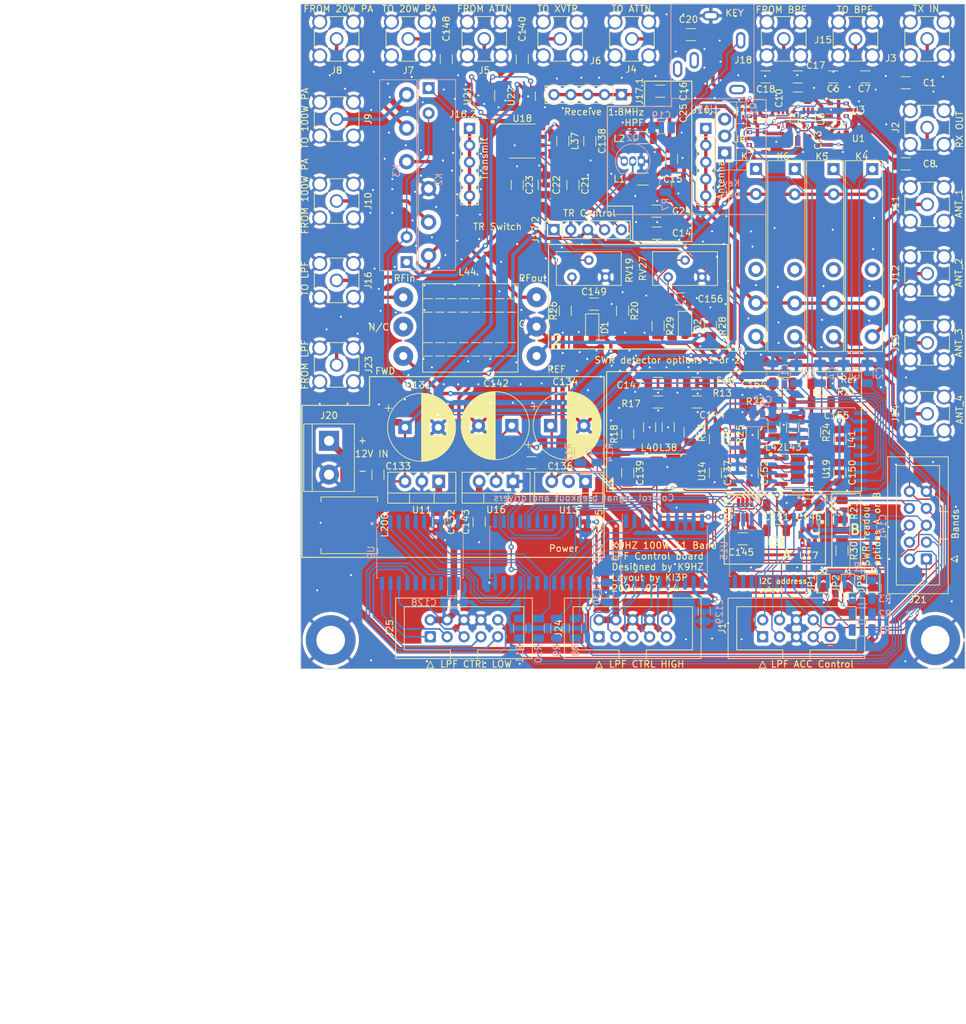
<source format=kicad_pcb>
(kicad_pcb (version 20241229) (generator "pcbnew") (generator_version "9.0")
  (layers (0 "F.Cu" signal) (4 "In1.Cu" signal) (6 "In2.Cu" signal) (2 "B.Cu" signal) (13 "F.Paste" user) (15 "B.Paste" user) (5 "F.SilkS" user "F.Silkscreen") (7 "B.SilkS" user "B.Silkscreen") (1 "F.Mask" user) (3 "B.Mask" user) (25 "Edge.Cuts" user))
  (net 0 "")
  (net 1 "GND")
  (net 2 "+12V")
  (net 3 "+5V")
  (net 4 "+3V3")
  (net 5 "/ANT1_SEL")
  (net 6 "/ANT2_SEL")
  (net 7 "/ANT3_SEL")
  (net 8 "/ANT4_SEL")
  (net 9 "/XVTR_SEL")
  (net 10 "/100W_PA_SEL")
  (net 11 "Net-(Q1-D)")
  (net 12 "/8T TX")
  (net 13 "/8R ~{TX}")
  (net 14 "/FWD_V")
  (net 15 "/REF_V")
  (net 16 "/RF1")
  (net 17 "/RF34")
  (net 18 "/RF30")
  (net 19 "/RF29")
  (net 20 "/RF28")
  (net 21 "/RF7")
  (net 22 "/RF17")
  (net 23 "/RF38")
  (net 24 "/RF35")
  (net 25 "/RF18")
  (net 26 "/RF37")
  (net 27 "/RF36")
  (net 28 "/RF19")
  (net 29 "/RF20")
  (net 30 "/RF22")
  (net 31 "/RF21")
  (net 32 "/RF23")
  (net 33 "/RRF2")
  (net 34 "/RRF3")
  (net 35 "/RRF8")
  (net 36 "/RRF11")
  (net 37 "+8V")
  (net 38 "Net-(U14-ENB)")
  (net 39 "Net-(U14-INM)")
  (net 40 "Net-(U14-INP)")
  (net 41 "/RRF33")
  (net 42 "Net-(U17-OUT_F)")
  (net 43 "/RRF5")
  (net 44 "Net-(D1-K)")
  (net 45 "Net-(U19-ENB)")
  (net 46 "Net-(U20-Vdd)")
  (net 47 "Net-(U19-INM)")
  (net 48 "/RRF4")
  (net 49 "/RRF32")
  (net 50 "Net-(U19-INP)")
  (net 51 "Net-(D2-K)")
  (net 52 "Net-(J1-Pin_1)")
  (net 53 "Net-(J1-Pin_2)")
  (net 55 "Net-(J1-Pin_4)")
  (net 57 "/RRF12")
  (net 58 "/RRF31")
  (net 59 "/RRF10")
  (net 60 "/RRF9")
  (net 61 "/RRF13")
  (net 62 "/RRF6")
  (net 63 "/RRF15")
  (net 64 "/RRF16")
  (net 65 "/RRF14")
  (net 66 "/SWR_TO_PIN_DIODE_TR")
  (net 67 "/TX")
  (net 71 "Net-(J20-Pin_1)")
  (net 72 "/BIT0")
  (net 73 "/BIT1")
  (net 74 "/BIT2")
  (net 75 "/BIT3")
  (net 76 "/SDA")
  (net 77 "/RRF25")
  (net 78 "/SCL")
  (net 79 "/RRF26")
  (net 84 "/15M")
  (net 85 "/17M")
  (net 86 "/12M")
  (net 87 "/10M")
  (net 88 "/40M")
  (net 89 "/60M")
  (net 90 "/80M")
  (net 91 "/20M")
  (net 92 "/160M")
  (net 93 "/30M")
  (net 94 "/6M")
  (net 95 "/LPF_TO_SWR")
  (net 96 "/RF24")
  (net 97 "/NF")
  (net 98 "Net-(U18-VDD)")
  (net 99 "Net-(L38-Pad1)")
  (net 100 "Net-(L40-Pad1)")
  (net 101 "Net-(L42-Pad1)")
  (net 102 "Net-(L43-Pad1)")
  (net 103 "Net-(Q1-G)")
  (net 104 "/RX_BPF_SEL")
  (net 105 "/TX_BPF_SEL")
  (net 106 "Net-(U12-A0)")
  (net 107 "Net-(U12-A1)")
  (net 108 "Net-(U12-A2)")
  (net 109 "Net-(U12-A3)")
  (net 110 "Net-(U15-~{RESET})")
  (net 111 "/REF")
  (net 112 "/FWD")
  (net 113 "Net-(R26-Pad2)")
  (net 114 "Net-(R29-Pad1)")
  (net 115 "Net-(U1-V2)")
  (net 120 "Net-(U2-Y3)")
  (net 121 "Net-(U2-Y2)")
  (net 122 "Net-(U2-Y1)")
  (net 123 "Net-(U2-Y0)")
  (net 124 "Net-(U3-V2)")
  (net 125 "Net-(U12-Y1)")
  (net 126 "Net-(U12-Y2)")
  (net 127 "Net-(U12-Y0)")
  (net 128 "Net-(U12-Y3)")
  (net 129 "Net-(U12-Y4)")
  (net 130 "Net-(U12-Y5)")
  (net 131 "Net-(U10-I1)")
  (net 132 "Net-(U10-I2)")
  (net 133 "Net-(U10-I3)")
  (net 134 "Net-(U10-I4)")
  (net 135 "Net-(U10-I5)")
  (net 136 "Net-(U10-I6)")
  (net 159 "/RF27")
  (net 160 "Net-(U21-V2)")
  (net 161 "Net-(JP1-A)")
  (net 162 "Net-(JP2-A)")
  (net 163 "Net-(JP3-A)")
  (footprint "Capacitor_SMD:C_1206_3216Metric" (layer "F.Cu") (at 102.87 120.904 -90)
    (property "Reference" "C135")
    (property "Value" "1uF 50V")
  )
  (footprint "Resistor_SMD:R_1206_3216Metric" (layer "F.Cu") (at 121.666 91.44 -90)
    (property "Reference" "R28")
    (property "Value" "52R3")
  )
  (footprint "Connector_Coaxial:SMA_Amphenol_901-144_Vertical" (layer "F.Cu") (at 154.305 48.26 180)
    (property "Reference" "J3")
    (property "Value" "FROM TX")
  )
  (footprint "Connector_Coaxial:SMA_Amphenol_901-144_Vertical" (layer "F.Cu") (at 65.405 72.644 -90)
    (property "Reference" "J10")
    (property "Value" "FROM 100W PA")
  )
  (footprint "Connector_PinSocket_2.54mm:PinSocket_1x05_P2.54mm_Vertical" (layer "F.Cu") (at 85.418 61.722)
    (property "Reference" "J16.2")
    (property "Value" "TRANSMIT")
  )
  (footprint "Connector_PinSocket_2.54mm:PinSocket_1x05_P2.54mm_Vertical" (layer "F.Cu") (at 108.278 56.642 -90)
    (property "Reference" "J17.1")
    (property "Value" "RECEIVE")
  )
  (footprint "T41_Library:MASWSS0179-SOT-26" (layer "F.Cu") (at 128.729 63.246 180)
    (property "Reference" "U8")
    (property "Value" "MASWSS0179")
  )
  (footprint "Capacitor_SMD:C_1206_3216Metric" (layer "F.Cu") (at 104.14 88.143)
    (property "Reference" "C149")
    (property "Value" "10nF 50V")
  )
  (footprint "Connector_Coaxial:SMA_Amphenol_901-144_Vertical" (layer "F.Cu") (at 65.405 48.26 180)
    (property "Reference" "J8")
    (property "Value" "FROM 20W PA")
  )
  (footprint "TerminalBlock:TerminalBlock_bornier-2_P5.08mm" (layer "F.Cu") (at 64.262 108.712 -90)
    (property "Reference" "J20")
    (property "Value" "12-13.8V")
  )
  (footprint "Inductor_SMD:L_Coilcraft_XAL7020-102" (layer "F.Cu") (at 67.31 121.412)
    (property "Reference" "L200")
    (property "Value" "10uH 20%")
  )
  (footprint "Capacitor_SMD:C_1206_3216Metric" (layer "F.Cu") (at 134.825 63.5 180)
    (property "Reference" "C13")
    (property "Value" "0.1uF 50V")
  )
  (footprint "Potentiometer_THT:Potentiometer_Bourns_3296Y_Vertical" (layer "F.Cu") (at 100.828 84.079 180)
    (property "Reference" "RV19")
    (property "Value" "22k")
  )
  (footprint "Connector_IDC:IDC-Header_2x05_P2.54mm_Vertical" (layer "F.Cu") (at 129.54 138.176 90)
    (property "Reference" "J1")
    (property "Value" "LPF ACC Control")
  )
  (footprint "Resistor_SMD:R_1206_3216Metric" (layer "F.Cu") (at 112.522 106.68 90)
    (property "Reference" "L40")
    (property "Value" "22nH")
  )
  (footprint "Capacitor_SMD:C_1206_3216Metric" (layer "F.Cu") (at 80.772 120.904 -90)
    (property "Reference" "C132")
    (property "Value" "1uF 50V")
  )
  (footprint "Resistor_SMD:R_1206_3216Metric" (layer "F.Cu") (at 115.316 106.68 90)
    (property "Reference" "L38")
    (property "Value" "22nH")
  )
  (footprint "Capacitor_SMD:C_1206_3216Metric" (layer "F.Cu") (at 136.4595 118.364)
    (property "Reference" "C146")
    (property "Value" "1uF 50V")
  )
  (footprint "Resistor_SMD:R_1206_3216Metric" (layer "F.Cu") (at 132.5265 102.87)
    (property "Reference" "R22")
    (property "Value" "~")
  )
  (footprint "Package_TO_SOT_THT:TO-220-3_Vertical" (layer "F.Cu") (at 102.87 114.808 180)
    (property "Reference" "U13")
    (property "Value" "L7808")
  )
  (footprint "MountingHole:MountingHole_4.3mm_M4_DIN965_Pad" (layer "F.Cu") (at 64.516 138.684)
    (property "Reference" "H2" (hide yes))
    (property "Value" "~")
  )
  (footprint "Capacitor_SMD:C_1206_3216Metric" (layer "F.Cu") (at 144.985 53.975)
    (property "Reference" "C7")
    (property "Value" "0.1uF 50V")
  )
  (footprint "Capacitor_SMD:C_1206_3216Metric" (layer "F.Cu") (at 126.5535 123.444 180)
    (property "Reference" "C145")
    (property "Value" "10uF 50V")
  )
  (footprint "Diode_SMD:D_SOD-123F" (layer "F.Cu") (at 117.856 91.44 -90)
    (property "Reference" "D2")
    (property "Value" "BAS70H,115")
  )
  (footprint "T41_Library:Relay_SPDT_HF41F12-ZS" (layer "F.Cu") (at 140.208 67.848 -90)
    (property "Reference" "K5")
    (property "Value" "HF41F/12-ZS")
  )
  (footprint "Capacitor_SMD:C_1206_3216Metric" (layer "F.Cu") (at 132.5265 100.076 180)
    (property "Reference" "C154")
    (property "Value" "10pF 50V")
  )
  (footprint "Connector_Coaxial:SMA_Amphenol_901-144_Vertical" (layer "F.Cu") (at 132.715 48.26 180)
    (property "Reference" "J18")
    (property "Value" "FROM BPF")
  )
  (footprint "Capacitor_SMD:C_1206_3216Metric" (layer "F.Cu") (at 93.345 51.308 90)
    (property "Reference" "C140")
    (property "Value" "0.1uF 50V")
  )
  (footprint "Capacitor_SMD:C_1206_3216Metric" (layer "F.Cu") (at 109.22 113.538 -90)
    (property "Reference" "C139")
    (property "Value" "0.1uF 50V")
  )
  (footprint "Resistor_SMD:R_1206_3216Metric" (layer "F.Cu") (at 99.453 63.627 -90)
    (property "Reference" "L37")
    (property "Value" "FB")
  )
  (footprint "Capacitor_SMD:C_1206_3216Metric" (layer "F.Cu") (at 134.825 57.15)
    (property "Reference" "C10")
    (property "Value" "0.1uF 50V")
  )
  (footprint "T41_Library:SOT-SC70" (layer "F.Cu") (at 136.398 60.198 -90)
    (property "Reference" "U6")
    (property "Value" "SN74LVC1G04DCK")
  )
  (footprint "Jumper:SolderJumper-2_P1.3mm_Open_TrianglePad1.0x1.5mm" (layer "F.Cu") (at 138.684 130.175 90)
    (property "Reference" "JP1")
    (property "Value" "SolderJumper_2_Open")
  )
  (footprint "Connector_IDC:IDC-Header_2x05_P2.54mm_Vertical" (layer "F.Cu") (at 154.178 126.492 180)
    (property "Reference" "J21")
    (property "Value" "Bands")
  )
  (footprint "Resistor_SMD:R_1206_3216Metric" (layer "F.Cu") (at 99.822 89.159 90)
    (property "Reference" "R26")
    (property "Value" "10k")
  )
  (footprint "Inductor_SMD:L_1206_3216Metric" (layer "F.Cu") (at 111.506 63.119 180)
    (property "Reference" "L2")
    (property "Value" "3.3uH")
  )
  (footprint "Diode_SMD:D_SOD-123F" (layer "F.Cu") (at 103.876 91.823 -90)
    (property "Reference" "D1")
    (property "Value" "BAS70H,115")
  )
  (footprint "Resistor_SMD:R_1206_3216Metric" (layer "F.Cu") (at 131.6335 122.174)
    (property "Reference" "L39")
    (property "Value" "FB")
  )
  (footprint "T41_Library:MASWSS0179-SOT-26" (layer "F.Cu") (at 87.63 56.818605 90)
    (property "Reference" "U21")
    (property "Value" "MASWSS0179")
  )
  (footprint "Capacitor_SMD:C_1206_3216Metric" (layer "F.Cu") (at 134.825 53.975 180)
    (property "Reference" "C17")
    (property "Value" "0.1uF 50V")
  )
  (footprint "Resistor_SMD:R_1206_3216Metric" (layer "F.Cu") (at 113.792 91.44 -90)
    (property "Reference" "R29")
    (property "Value" "10k")
  )
  (footprint "T41_Library:Relay_SPDT_HF41F12-ZS" (layer "F.Cu") (at 128.524 67.815 -90)
    (property "Reference" "K7")
    (property "Value" "HF41F/12-ZS")
  )
  (footprint "T41_Library:MASWSS0179-SOT-26" (layer "F.Cu") (at 128.729 58.928 180)
    (property "Reference" "U7")
    (property "Value" "MASWSS0179")
  )
  (footprint "Connector_Coaxial:SMA_Amphenol_901-144_Vertical" (layer "F.Cu") (at 65.405 97.282 -90)
    (property "Reference" "J23")
    (property "Value" "FROM LPF")
  )
  (footprint "Connector_PinSocket_2.54mm:PinSocket_1x05_P2.54mm_Vertical" (layer "F.Cu") (at 98.118 76.962 90)
    (property "Reference" "J17.2")
    (property "Value" "TR CTL")
  )
  (footprint "Connector_Coaxial:SMA_Amphenol_901-144_Vertical" (layer "F.Cu") (at 154.305 73.152 90)
    (property "Reference" "J11")
    (property "Value" "ANT-1")
  )
  (footprint "Resistor_SMD:R_1206_3216Metric" (layer "F.Cu") (at 127.9545 107.696 90)
    (property "Reference" "R25")
    (property "Value" "~")
  )
  (footprint "Capacitor_SMD:C_1206_3216Metric" (layer "F.Cu") (at 114.12 56.134 180)
    (property "Reference" "C16")
    (property "Value" "1800pF 50V")
  )
  (footprint "T41_Library:SOT-SC70" (layer "F.Cu") (at 132.588 60.198 -90)
    (property "Reference" "U5")
    (property "Value" "SN74LVC1G04DCK")
  )
  (footprint "Capacitor_SMD:C_1206_3216Metric" (layer "F.Cu") (at 100.977 70.231 -90)
    (property "Reference" "C21")
    (property "Value" "0.1uF 50V")
  )
  (footprint "T41_Library:Relay_SPDT_HF41F12-ZS" (layer "F.Cu") (at 134.366 67.848 -90)
    (property "Reference" "K6")
    (property "Value" "HF41F/12-ZS")
  )
  (footprint "Capacitor_SMD:C_1206_3216Metric" (layer "F.Cu") (at 86.868 120.904 -90)
    (property "Reference" "C143")
    (property "Value" "10uF 50V")
  )
  (footprint "Capacitor_SMD:C_1206_3216Metric" (layer "F.Cu") (at 71.628 113.792 90)
    (property "Reference" "C133")
    (property "Value" "1uF 50V")
  )
  (footprint "Capacitor_SMD:C_1206_3216Metric" (layer "F.Cu") (at 131.6335 118.364)
    (property "Reference" "C151")
    (property "Value" "0.1uF 50V")
  )
  (footprint "Package_TO_SOT_THT:TO-220-3_Vertical" (layer "F.Cu") (at 80.772 114.808 180)
    (property "Reference" "U11")
    (property "Value" "LM7805CT")
  )
  (footprint "Capacitor_SMD:C_1206_3216Metric" (layer "F.Cu") (at 115.824 66.294 90)
    (property "Reference" "C15")
    (property "Value" "1000pF 50V")
  )
  (footprint "Capacitor_SMD:C_1206_3216Metric" (layer "F.Cu") (at 118.745 47.625)
    (property "Reference" "C20")
    (property "Value" "0.1uF 50V")
  )
  (footprint "Connector_Coaxial:SMA_Amphenol_901-144_Vertical" (layer "F.Cu") (at 87.63 48.26 180)
    (property "Reference" "J5")
    (property "Value" "FROM ATTN")
  )
  (footprint "Resistor_SMD:R_1206_3216Metric" (layer "F.Cu") (at 141.1625 108.458 90)
    (property "Reference" "L41")
    (property "Value" "FB")
  )
  (footprint "Capacitor_SMD:C_1206_3216Metric" (layer "F.Cu") (at 113.538 74.168 180)
    (property "Reference" "C24")
    (property "Value" "100pF 50V")
  )
  (footprint "Potentiometer_THT:Potentiometer_Bourns_3296Y_Vertical" (layer "F.Cu") (at 115.316 84.079 180)
    (property "Reference" "RV27")
    (property "Value" "22k")
  )
  (footprint "Capacitor_SMD:C_1206_3216Metric" (layer "F.Cu") (at 151.081 54.864)
    (property "Reference" "C1")
    (property "Value" "0.1uF 50V")
  )
  (footprint "Package_TO_SOT_SMD:SOT-23-8" (layer "F.Cu") (at 126.8785 119.126 -90)
    (property "Reference" "U20")
    (property "Value" "AD7991YRJZ")
  )
  (footprint "Capacitor_THT:CP_Radial_D10.0mm_P5.00mm" (layer "F.Cu") (at 97.616 106.426)
    (property "Reference" "C134")
    (property "Value" "220uF 16V")
  )
  (footprint "Jumper:SolderJumper-2_P1.3mm_Open_TrianglePad1.0x1.5mm" (layer "F.Cu") (at 146.177 130.138 90)
    (property "Reference" "JP3")
    (property "Value" "SolderJumper_2_Open")
  )
  (footprint "Jumper:SolderJumper-2_P1.3mm_Open_TrianglePad1.0x1.5mm" (layer "F.Cu") (at 142.367 130.175 90)
    (property "Reference" "JP2")
    (property "Value" "SolderJumper_2_Open")
  )
  (footprint "Capacitor_SMD:C_1206_3216Metric" (layer "F.Cu") (at 103.517 63.627 -90)
    (property "Reference" "C138")
    (property "Value" "0.1uF 50V")
  )
  (footprint "T41_Library:MASWSS0179-SOT-26" (layer "F.Cu") (at 140.921 63.246)
    (property "Reference" "U1")
    (property "Value" "MASWSS0179")
  )
  (footprint "Capacitor_SMD:C_1206_3216Metric" (layer "F.Cu") (at 119.634 102.87 180)
    (property "Reference" "C144")
    (property "Value" "10nF 50V")
  )
  (footprint "Connector_Coaxial:SMA_Amphenol_901-144_Vertical" (layer "F.Cu") (at 154.305 104.648 90)
    (property "Reference" "J14")
    (property "Value" "ANT-4")
  )
  (footprint "T41_Library:Relay_SPDT_HF41F12-ZS" (layer "F.Cu") (at 146.05 67.848 -90)
    (property "Reference" "K4")
    (property "Value" "HF41F/12-ZS")
  )
  (footprint "Resistor_SMD:R_1206_3216Metric" (layer "F.Cu") (at 141.478 119.126 -90)
    (property "Reference" "R23")
    (property "Value" "0")
  )
  (footprint "Capacitor_SMD:C_1206_3216Metric" (layer "F.Cu") (at 81.915 51.308 -90)
    (property "Reference" "C148")
    (property "Value" "0.1uF 50V")
  )
  (footprint "Capacitor_SMD:C_1206_3216Metric" (layer "F.Cu") (at 129.999 53.975 180)
    (property "Reference" "C18")
    (property "Value" "0.1uF 50V")
  )
  (footprint "Resistor_SMD:R_1206_3216Metric" (layer "F.Cu") (at 118.618 107.442 90)
    (property "Reference" "R16")
    (property "Value" "~")
  )
  (footprint "Resistor_SMD:R_1206_3216Metric" (layer "F.Cu") (at 134.0505 106.68 90)
    (property "Reference" "L43")
    (property "Value" "22nH")
  )
  (footprint "Capacitor_SMD:C_1206_3216Metric" (layer "F.Cu") (at 151.081 67.056)
    (property "Reference" "C8")
    (property "Value" "0.1uF 50V")
  )
  (footprint "Capacitor_SMD:C_1206_3216Metric" (layer "F.Cu") (at 94.742 112.014 180)
    (property "Reference" "C136")
    (property "Value" "1uF 50V")
  )
  (footprint "Capacitor_THT:CP_Radial_D10.0mm_P5.00mm" (layer "F.Cu") (at 91.775677 106.426 180)
    (property "Reference" "C142")
    (property "Value" "100uF 6V")
  )
  (footprint "Inductor_SMD:L_1206_3216Metric" (layer "F.Cu") (at 111.506 69.342 180)
    (property "Reference" "L1")
    (property "Value" "3.3uH")
  )
  (footprint "Resistor_SMD:R_1206_3216Metric" (layer "F.Cu") (at 108.448 89.159 -90)
    (property "Reference" "R20")
    (property "Value" "52R3")
  )
  (footprint "Package_SO:SOIC-8_3.9x4.9mm_P1.27mm" (layer "F.Cu") (at 93.357 63.627)
    (property "Reference" "U18")
    (property "Value" "TC4428")
  )
  (footprint "Connector_Coaxial:SMA_Amphenol_901-144_Vertical" (layer "F.Cu") (at 154.305 93.98 90)
    (property "Reference" "J13")
    (property "Value" "ANT-3")
  )
  (footprint "Resistor_SMD:R_1206_3216Metric" (layer "F.Cu") (at 122.428 108.458 90)
    (property "Reference" "L36")
    (property "Value" "FB")
  )
  (footprint "Connector_Coaxial:SMA_Amphenol_901-144_Vertical" (layer "F.Cu") (at 65.405 84.582 -90)
    (property "Reference" "J16")
    (property "Value" "TO LPF")
  )
  (footprint "Package_SO:SOIC-8_3.9x4.9mm_P1.27mm" (layer "F.Cu") (at 116.078 113.284)
    (property "Reference" "U14")
    (property "Value" "AD8307")
  )
  (footprint "Package_TO_SOT_SMD:SOT-23-6" (layer "F.Cu") (at 136.4595 122.936 -90)
    (property "Reference" "U17")
    (property "Value" "REF3440IDBVR")
  )
  (footprint "Capacitor_SMD:C_1206_3216Metric" (layer "F.Cu") (at 114.046 59.309 180)
    (property "Reference" "C25")
    (property "Value" "100pF 50V")
  )
  (footprint "Capacitor_SMD:C_1206_3216Metric" (layer "F.Cu") (at 96.659 70.231 -90)
    (property "Reference" "C22")
    (property "Value" "0.1uF 50V")
  )
  (footprint "Package_SO:SOIC-8_3.9x4.9mm_P1.27mm" (layer "F.Cu") (at 134.8125 113.284)
    (property "Reference" "U19")
    (property "Value" "AD8307")
  )
  (footprint "Resistor_SMD:R_1206_3216Metric" (layer "F.Cu") (at 119.5725 100.076 180)
    (property "Reference" "R13")
    (property "Value" "52R3")
  )
  (footprint "Connector_Coaxial:SMA_Amphenol_901-144_Vertical" (layer "F.Cu") (at 109.855 48.26 180)
    (property "Reference" "J4")
    (property "Value" "TO ATTN")
  )
  (footprint "Capacitor_SMD:C_1206_3216Metric" (layer "F.Cu") (at 138.3685 102.87 180)
    (property "Reference" "C155")
    (property "Value" "10nF 50V")
  )
  (footprint "T41_Library:Toroid_6Pin_BinocularCore_13.3mm_14.35mm" (layer "F.Cu") (at 75.438 89.872)
    (property "Reference" "L44")
    (property "Value" "6_pin_transformer")
  )
  (footprint "Connector_IDC:IDC-Header_2x05_P2.54mm_Vertical" (layer "F.Cu") (at 79.502 138.176 90)
    (property "Reference" "J25")
    (property "Value" "LPF CTRL LOW")
  )
  (footprint "T41_Library:SOT-SC70" (layer "F.Cu") (at 94.234 56.896 90)
    (property "Reference" "U22")
    (property "Value" "SN74LVC1G04DCK")
  )
  (footprint "Connector_IDC:IDC-Header_2x05_P2.54mm_Vertical" (layer "F.Cu") (at 104.902 138.176 90)
    (property "Reference" "J24")
    (property "Value" "LPF CTRL HI")
  )
  (footprint "Package_TO_SOT_THT:TO-220-3_Vertical" (layer "F.Cu") (at 91.948 114.808 180)
    (property "Reference" "U16")
    (property "Value" "LM1117T-3.3")
  )
  (footprint "Resistor_SMD:R_1206_3216Metric" (layer "F.Cu") (at 141.478 125.222 -90)
    (property "Reference" "R30")
    (property "Value" "0")
  )
  (footprint "Capacitor_SMD:C_1206_3216Metric" (layer "F.Cu") (at 117.094 87.376)
    (property "Reference" "C156")
    (property "Value" "10nF 50V")
  )
  (footprint "Connector_Coaxial:SMA_Amphenol_901-144_Vertical" (layer "F.Cu") (at 76.2 48.26 180)
    (property "Reference" "J7")
    (property "Value" "TO 20W PA")
  )
  (footprint "Capacitor_SMD:C_1206_3216Metric" (layer "F.Cu") (at 113.612 77.47 180)
    (property "Reference" "C14")
    (property "Value" "1800pF 50V")
  )
  (footprint "Capacitor_SMD:C_1206_3216Metric" (layer "F.Cu") (at 92.595 70.231 -90)
    (property "Reference" "C23")
    (property "Value" "0.1uF 50V")
  )
  (footprint "Capacitor_SMD:C_1206_3216Metric" (layer "F.Cu") (at 141.1625 113.4765 -90)
    (property "Reference" "C150")
    (property "Value" "0.1uF 50V")
  )
  (footprint "Capacitor_SMD:C_1206_3216Metric" (layer "F.Cu") (at 122.428 113.538 -90)
    (property "Reference" "C137")
    (property "Value" "0.1uF 50V")
  )
  (footprint "Resistor_SMD:R_1206_3216Metric" (layer "F.Cu") (at 109.22 107.696 90)
    (property "Reference" "R18")
    (property "Value" "~")
  )
  (footprint "Resistor_SMD:R_1206_3216Metric" (layer "F.Cu") (at 138.307 100.076 180)
    (property "Reference" "R21")
    (property "Value" "52R3")
  )
  (footprint "Connector_PinSocket_2.54mm:PinSocket_1x05_P2.54mm_Vertical" (layer "F.Cu") (at 120.978 61.722)
    (property "Reference" "J16.1")
    (property "Value" "ANTENNA")
  )
  (footprint "Resistor_SMD:R_1206_3216Metric" (layer "F.Cu") (at 137.3525 107.442 90)
    (property "Reference" "R24")
    (property "Value" "~")
  )
  (footprint "Capacitor_THT:CP_Radial_D10.0mm_P5.00mm" (layer "F.Cu") (at 75.692 106.68)
    (property "Reference" "C131")
    (property "Value" "220uF 16V")
  )
  (footprint "Connector_Coaxial:SMA_Amphenol_901-144_Vertical" (layer "F.Cu") (at 154.305 83.566 90)
    (property "Reference" "J12")
    (property "Value" "ANT-2")
  )
  (footprint "Connector_Coaxial:SMA_Amphenol_901-144_Vertical" (layer "F.Cu") (at 99.06 48.26 180)
    (property "Reference" "J6")
    (property "Value" "TO XVTR")
  )
  (footprint "Resistor_SMD:R_1206_3216Metric" (layer "F.Cu") (at 113.792 102.87)
    (property "Reference" "R17")
    (property "Value" "~")
  )
  (footprint "MountingHole:MountingHole_4.3mm_M4_DIN965_Pad" (layer "F.Cu") (at 155.516 138.684)
    (property "Reference" "H1" (hide yes))
    (property "Value" "~")
  )
  (footprint "Resistor_SMD:R_1206_3216Metric" (layer "F.Cu") (at 131.2565 106.68 90)
    (property "Reference" "L42")
    (property "Value" "22nH")
  )
  (footprint "T41_Library:MASWSS0179-SOT-26" (layer "F.Cu") (at 140.921 58.928)
    (property "Reference" "U3")
    (property "Value" "MASWSS0179")
  )
  (footprint "Capacitor_SMD:C_1206_3216Metric" (layer "F.Cu") (at 113.792 100.076 180)
    (property "Reference" "C147")
    (property "Value" "10pF 50V")
  )
  (footprint "Connector_Coaxial:SMA_Amphenol_901-144_Vertical" (layer "F.Cu") (at 143.51 48.26 180)
    (property "Reference" "J15")
    (property "Value" "TO BPF")
  )
  (footprint "Capacitor_SMD:C_1206_3216Metric" (layer "F.Cu") (at 140.159 53.975)
    (property "Reference" "C6")
    (property "Value" "0.1uF 50V")
  )
  (footprint "Connector_Coaxial:SMA_Amphenol_901-144_Vertical" (layer "F.Cu") (at 65.405 60.325 -90)
    (property "Reference" "J9")
    (property "Value" "TO 100W PA")
  )
  (footprint "Capacitor_SMD:C_1206_3216Metric" (layer "F.Cu") (at 127.9545 113.538 -90)
    (property "Reference" "C152")
    (property "Value" "0.1uF 50V")
  )
  (footprint "Connector_Coaxial:SMA_Amphenol_901-144_Vertical" (layer "F.Cu") (at 154.305 61.595 90)
    (property "Reference" "J2")
    (property "Value" "TO_RECEIVER")
  )
  (footprint "Resistor_SMD:R_1206_3216Metric" (layer "B.Cu") (at 95.758 136.906 -90)
    (property "Reference" "R10")
    (property "Value" "0")
  )
  (footprint "Capacitor_SMD:C_1206_3216Metric" (layer "B.Cu") (at 120.75 134.35 -90)
    (property "Reference" "C129")
    (property "Value" "0.1uF 50V")
  )
  (footprint "Capacitor_SMD:C_1206_3216Metric" (layer "B.Cu") (at 83.05 132.95)
    (property "Reference" "C128")
    (property "Value" "0.1uF 50V")
  )
  (footprint "Resistor_SMD:R_1206_3216Metric" (layer "B.Cu") (at 144.526 137.16)
    (property "Reference" "R1")
    (property "Value" "2k2")
  )
  (footprint "Resistor_SMD:R_1206_3216Metric" (layer "B.Cu") (at 102.108 110.49 90)
    (property "Reference" "R12")
    (property "Value" "2k2")
  )
  (footprint "Capacitor_SMD:C_1206_3216Metric" (layer "B.Cu") (at 145.288 98.552 90)
    (property "Reference" "C2")
    (property "Value" "0.1uF 50V")
  )
  (footprint "Capacitor_SMD:C_1206_3216Metric" (layer "B.Cu") (at 141.732 98.552 90)
    (property "Reference" "C3")
    (property "Value" "0.1uF 50V")
  )
  (footprint "Resistor_SMD:R_1206_3216Metric" (layer "B.Cu") (at 104.648 110.49 90)
    (property "Reference" "R14")
    (property "Value" "2k2")
  )
  (footprint "Package_SO:SOIC-24W_7.5x15.4mm_P1.27mm" (layer "B.Cu") (at 96.266 125.476 90)
    (property "Reference" "U12")
    (property "Value" "CD74HC4514M96")
  )
  (footprint "Resistor_SMD:R_1206_3216Metric" (layer "B.Cu") (at 98.552 136.906 -90)
    (property "Reference" "R9")
    (property "Value" "0")
  )
  (footprint "Package_TO_SOT_THT:TO-220-3_Vertical" (layer "B.Cu") (at 123.825 65.405 90)
    (property "Reference" "Q1")
    (property "Value" "IRF630")
  )
  (footprint "Resistor_SMD:R_1206_3216Metric" (layer "B.Cu") (at 101.346 136.906 -90)
    (property "Reference" "R8")
    (property "Value" "0")
  )
  (footprint "Capacitor_SMD:C_1206_3216Metric" (layer "B.Cu") (at 114.3 61.595 180)
    (property "Reference" "C19")
    (property "Value" "15nF 50V")
  )
  (footprint "Capacitor_SMD:C_1206_3216Metric" (layer "B.Cu") (at 131.05 98.552 90)
    (property "Reference" "C11")
    (property "Value" "0.1uF 50V")
  )
  (footprint "Capacitor_SMD:C_1206_3216Metric" (layer "B.Cu") (at 129.54 104.394 180)
    (property "Reference" "C12")
    (property "Value" "0.1uF 50V")
  )
  (footprint "T41_Library:Relay_SPDT_HF41F12-ZS" (layer "B.Cu") (at 75.946 81.842 90)
    (property "Reference" "K2")
    (property "Value" "HF41F/12-ZS")
  )
  (footprint "T41_Library:Jack_3.5mm_STX-3081_Horizontal" (layer "B.Cu") (at 121.73 44.78)
    (property "Reference" "J19")
    (property "Value" "KEY OUT")
  )
  (footprint "T41_Library:Relay_SPDT_HF41F12-ZS" (layer "B.Cu") (at 79.248 55.656 -90)
    (property "Reference" "K3")
    (property "Value" "HF41F/12-ZS")
  )
  (footprint "Capacitor_SMD:C_1206_3216Metric" (layer "B.Cu") (at 134.62 98.552 90)
    (property "Reference" "C5")
    (property "Value" "0.1uF 50V")
  )
  (footprint "Package_SO:SOIC-28W_7.5x17.9mm_P1.27mm" (layer "B.Cu") (at 133.604 125.222 -90)
    (property "Reference" "U15")
    (property "Value" "MCP23017_SO")
  )
  (footprint "Resistor_SMD:R_1206_3216Metric" (layer "B.Cu") (at 114.935 69.85 90)
    (property "Reference" "R7")
    (property "Value" "10k")
  )
  (footprint "Package_SO:SOIC-20W_7.5x12.8mm_P1.27mm" (layer "B.Cu") (at 139.6 110.245)
    (property "Reference" "U4")
    (property "Value" "ULN2803C")
  )
  (footprint "Package_TO_SOT_THT:TO-92_Inline" (layer "B.Cu") (at 111.252 66.654 180)
    (property "Reference" "Q2")
    (property "Value" "2N7000")
  )
  (footprint "Capacitor_SMD:C_1206_3216Metric" (layer "B.Cu") (at 145.796 121.666 90)
    (property "Reference" "C141")
    (property "Value" "0.1uF 50V")
  )
  (footprint "Package_SO:SOIC-20W_7.5x12.8mm_P1.27mm" (layer "B.Cu") (at 114.7 125.4 -90)
    (property "Reference" "U10")
    (property "Value" "ULN2803C")
  )
  (footprint "Resistor_SMD:R_1206_3216Metric" (layer "B.Cu") (at 144.526 134.747)
    (property "Reference" "R2")
    (property "Value" "2k2")
  )
  (footprint "Package_SO:SOIC-20W_7.5x12.8mm_P1.27mm" (layer "B.Cu") (at 77.95 125.5 -90)
    (property "Reference" "U9")
    (property "Value" "ULN2803C")
  )
  (footprint "Capacitor_SMD:C_1206_3216Metric" (layer "B.Cu") (at 106.172 131.523 -90)
    (property "Reference" "C130")
    (property "Value" "0.1uF 50V")
  )
  (footprint "Package_SO:SOIC-16_3.9x9.9mm_P1.27mm" (layer "B.Cu") (at 128.208 111.633)
    (property "Reference" "U2")
    (property "Value" "74HC237")
  )
  (footprint "Resistor_SMD:R_1206_3216Metric" (layer "B.Cu") (at 145.796 128.27 -90)
    (property "Reference" "R15")
    (property "Value" "2k2")
  )
  (footprint "Resistor_SMD:R_1206_3216Metric" (layer "B.Cu") (at 144.526 132.334)
    (property "Reference" "R3")
    (property "Value" "2k2")
  )
  (footprint "Capacitor_SMD:C_1206_3216Metric" (layer "B.Cu") (at 138.176 98.552 90)
    (property "Reference" "C4")
    (property "Value" "0.1uF 50V")
  )
  (footprint "Resistor_SMD:R_1206_3216Metric" (layer "B.Cu") (at 92.964 136.906 -90)
    (property "Reference" "R11")
    (property "Value" "0")
  )
  (gr_line (start 137.16 124.46) (end 136.4595 124.46) (stroke (width 0.2)) (layer "F.Cu"))
  (gr_circle (center 138.4915 120.904) (end 138.4915 121.158) (stroke (width 0.15)) (fill yes) (layer "F.SilkS"))
  (gr_line (start 111.76 54.61) (end 111.76 58.42) (stroke (width 0.15)) (layer "F.SilkS"))
  (gr_line (start 106.172 58.42) (end 106.172 73.406) (stroke (width 0.15)) (layer "F.SilkS"))
  (gr_line (start 106.172 73.406) (end 109.982 73.406) (stroke (width 0.15)) (layer "F.SilkS"))
  (gr_circle (center 128.8395 117.348) (end 128.8395 117.602) (stroke (width 0.15)) (fill yes) (layer "F.SilkS"))
  (gr_line (start 109.982 73.406) (end 109.982 78.74) (stroke (width 0.15)) (layer "F.SilkS"))
  (gr_line (start 70.358 99.06) (end 70.358 103.378) (stroke (width 0.15)) (layer "F.SilkS"))
  (gr_line (start 105.664 126.238) (end 105.664 99.06) (stroke (width 0.15)) (layer "F.SilkS"))
  (gr_circle (center 130.7485 110.744) (end 131.0025 110.744) (stroke (width 0.15)) (fill yes) (layer "F.SilkS"))
  (gr_rect (start 97.3074 79.1718) (end 124.2568 94.8944) (stroke (width 0.15)) (fill no) (layer "F.SilkS"))
  (gr_line (start 60.198 126.238) (end 105.664 126.238) (stroke (width 0.15)) (layer "F.SilkS"))
  (gr_line (start 70.358 103.378) (end 60.198 103.378) (stroke (width 0.15)) (layer "F.SilkS"))
  (gr_rect (start 123.7595 116.84) (end 138.9995 127.254) (stroke (width 0.15)) (fill no) (layer "F.SilkS"))
  (gr_line (start 118.872 54.61) (end 111.76 54.61) (stroke (width 0.15)) (layer "F.SilkS"))
  (gr_line (start 118.872 78.74) (end 118.872 54.61) (stroke (width 0.15)) (layer "F.SilkS"))
  (gr_line (start 60.198 103.378) (end 60.198 126.238) (stroke (width 0.15)) (layer "F.SilkS"))
  (gr_circle (center 112.014 110.744) (end 112.268 110.744) (stroke (width 0.15)) (fill yes) (layer "F.SilkS"))
  (gr_line (start 109.982 78.74) (end 118.872 78.74) (stroke (width 0.15)) (layer "F.SilkS"))
  (gr_circle (center 88.9 60.706) (end 89.154 60.706) (stroke (width 0.15)) (fill yes) (layer "F.SilkS"))
  (gr_rect (start 106.049 98.298) (end 144.403 116.332) (stroke (width 0.15)) (fill no) (layer "F.SilkS"))
  (gr_line (start 111.76 58.42) (end 106.172 58.42) (stroke (width 0.15)) (layer "F.SilkS"))
  (gr_rect (start 139.954 116.586) (end 144.272 127.762) (stroke (width 0.15)) (fill no) (layer "F.SilkS"))
  (gr_line (start 105.664 99.06) (end 70.358 99.06) (stroke (width 0.15)) (layer "F.SilkS"))
  (gr_line (start 106.172 58.42) (end 106.172 74.676) (stroke (width 0.15)) (layer "B.SilkS"))
  (gr_line (start 106.172 74.676) (end 130.048 74.676) (stroke (width 0.15)) (layer "B.SilkS"))
  (gr_circle (center 123.952 120.65) (end 124.131605 120.65) (stroke (width 0.15)) (fill yes) (layer "B.SilkS"))
  (gr_line (start 130.048 57.404) (end 128.524 57.404) (stroke (width 0.15)) (layer "B.SilkS"))
  (gr_circle (center 135.001 117.221) (end 135.180605 117.221) (stroke (width 0.15)) (fill yes) (layer "B.SilkS"))
  (gr_circle (center 125.73 117.221) (end 125.909605 117.221) (stroke (width 0.15)) (fill yes) (layer "B.SilkS"))
  (gr_circle (center 70.739 121.158) (end 70.918605 121.158) (stroke (width 0.15)) (fill yes) (layer "B.SilkS"))
  (gr_line (start 115.824 58.42) (end 115.824 57.404) (stroke (width 0.15)) (layer "B.SilkS"))
  (gr_line (start 130.048 74.676) (end 130.048 57.404) (stroke (width 0.15)) (layer "B.SilkS"))
  (gr_circle (center 107.442 121.539) (end 107.621605 121.539) (stroke (width 0.15)) (fill yes) (layer "B.SilkS"))
  (gr_circle (center 104.648 129.286) (end 104.827605 129.286) (stroke (width 0.15)) (fill yes) (layer "B.SilkS"))
  (gr_line (start 115.824 58.42) (end 106.172 58.42) (stroke (width 0.15)) (layer "B.SilkS"))
  (gr_rect (start 60 43) (end 160 143) (stroke (width 0.1)) (fill no) (layer "Edge.Cuts"))
  (gr_text "1" (at 106.049 116.078 0) (layer "F.SilkS") (effects (font (size 1.5 1.5) (thickness 0.3) (bold yes)) (justify left bottom)))
  (gr_text "B" (at 142.494 122.936 0) (layer "F.SilkS") (effects (font (size 1.5 1.5) (thickness 0.3) (bold yes)) (justify left bottom)))
  (gr_text "FROM LPF" (at 61.214 101.092 90) (layer "F.SilkS") (effects (font (size 1 1)) (justify left bottom)))
  (gr_text "2" (at 97.7138 94.3864 0) (layer "F.SilkS") (effects (font (size 1.5 1.5) (thickness 0.3) (bold yes)) (justify left bottom)))
  (gr_text "I2C address\nselect" (at 128.905 131.572 0) (layer "F.SilkS") (effects (font (size 0.8 0.8)) (justify left bottom)))
  (gr_text "TO BPF" (at 140.589 44.45 0) (layer "F.SilkS") (effects (font (size 1 1)) (justify left bottom)))
  (gr_text "A0" (at 145.6436 128.651 0) (layer "F.SilkS") (effects (font (size 0.6 0.6)) (justify left bottom)))
  (gr_text "LPF CTRL LOW" (at 80.899 142.875 0) (layer "F.SilkS") (effects (font (size 1 1)) (justify left bottom)))
  (gr_text "Power" (at 97.282 125.476 0) (layer "F.SilkS") (effects (font (size 1 1)) (justify left bottom)))
  (gr_text "ANT_1" (at 159.639 75.311 90) (layer "F.SilkS") (effects (font (size 1 1)) (justify left bottom)))
  (gr_text "RFin" (at 73.914 84.836 0) (layer "F.SilkS") (effects (font (size 1 1)) (justify left bottom)))
  (gr_text "FROM 20W PA" (at 60.325 44.323 0) (layer "F.SilkS") (effects (font (size 1 1)) (justify left bottom)))
  (gr_text "SWR readout\noptions A or B" (at 147.32 127.635 90) (layer "F.SilkS") (effects (font (size 1 1)) (justify left bottom)))
  (gr_text "TR Control" (at 99.388 75.057 0) (layer "F.SilkS") (effects (font (size 1 1)) (justify left bottom)))
  (gr_text "REF" (at 97.028 98.552 0) (layer "F.SilkS") (effects (font (size 1 1)) (justify left bottom)))
  (gr_text "Bands" (at 159.131 123.571 90) (layer "F.SilkS") (effects (font (size 1 1)) (justify left bottom)))
  (gr_text "+" (at 68.58 109.22 0) (layer "F.SilkS") (effects (font (size 1 1)) (justify left bottom)))
  (gr_text "ANT_3" (at 159.639 96.266 90) (layer "F.SilkS") (effects (font (size 1 1)) (justify left bottom)))
  (gr_text "FWD" (at 71.12 98.806 0) (layer "F.SilkS") (effects (font (size 1 1)) (justify left bottom)))
  (gr_text "A1" (at 141.7574 128.6764 0) (layer "F.SilkS") (effects (font (size 0.6 0.6)) (justify left bottom)))
  (gr_text "A2" (at 138.1506 128.6764 0) (layer "F.SilkS") (effects (font (size 0.6 0.6)) (justify left bottom)))
  (gr_text "TX IN" (at 152.019 44.323 0) (layer "F.SilkS") (effects (font (size 1 1)) (justify left bottom)))
  (gr_text "TO LPF" (at 61.214 86.995 90) (layer "F.SilkS") (effects (font (size 1 1)) (justify left bottom)))
  (gr_text "FROM BPF" (at 128.397 44.45 0) (layer "F.SilkS") (effects (font (size 1 1)) (justify left bottom)))
  (gr_text "Receive" (at 99.568 59.817 0) (layer "F.SilkS") (effects (font (size 1 1)) (justify left bottom)))
  (gr_text "ANT_4" (at 159.766 106.299 90) (layer "F.SilkS") (effects (font (size 1 1)) (justify left bottom)))
  (gr_text "RFout" (at 92.71 84.836 0) (layer "F.SilkS") (effects (font (size 1 1)) (justify left bottom)))
  (gr_text "TO ATTN" (at 106.68 44.323 0) (layer "F.SilkS") (effects (font (size 1 1)) (justify left bottom)))
  (gr_text "RX OUT" (at 159.766 64.77 90) (layer "F.SilkS") (effects (font (size 1 1)) (justify left bottom)))
  (gr_text "K9HZ 100W 11 Band \nLPF Control board\nDesigned by K9HZ\nLayout by KI3P\n2024-02-14" (at 106.7054 131.4704 0) (layer "F.SilkS") (effects (font (size 1 1)) (justify left bottom)))
  (gr_text "KEY" (at 123.825 44.958 0) (layer "F.SilkS") (effects (font (size 1 1)) (justify left bottom)))
  (gr_text "LPF CTRL HIGH" (at 106.299 142.875 0) (layer "F.SilkS") (effects (font (size 1 1)) (justify left bottom)))
  (gr_text "-" (at 68.58 113.792 0) (layer "F.SilkS") (effects (font (size 1 1)) (justify left bottom)))
  (gr_text "Transmit" (at 88.212 69.596 90) (layer "F.SilkS") (effects (font (size 1 1)) (justify left bottom)))
  (gr_text "TR Switch" (at 85.852 77.089 0) (layer "F.SilkS") (effects (font (size 1 1)) (justify left bottom)))
  (gr_text "FROM ATTN" (at 83.439 44.323 0) (layer "F.SilkS") (effects (font (size 1 1)) (justify left bottom)))
  (gr_text "G" (at 92.71 91.731 0) (layer "F.SilkS") (effects (font (size 1 1)) (justify left bottom)))
  (gr_text "TO XVTR" (at 95.504 44.323 0) (layer "F.SilkS") (effects (font (size 1 1)) (justify left bottom)))
  (gr_text "N/C" (at 70.104 92.202 0) (layer "F.SilkS") (effects (font (size 1 1)) (justify left bottom)))
  (gr_text "FROM 100W PA" (at 61.214 77.724 90) (layer "F.SilkS") (effects (font (size 1 1)) (justify left bottom)))
  (gr_text "TO 100W PA" (at 61.214 64.897 90) (layer "F.SilkS") (effects (font (size 1 1)) (justify left bottom)))
  (gr_text "Antenna" (at 123.7996 72.517 90) (layer "F.SilkS") (effects (font (size 1 1)) (justify left bottom)))
  (gr_text "ANT_2" (at 159.639 85.725 90) (layer "F.SilkS") (effects (font (size 1 1)) (justify left bottom)))
  (gr_text "TO 20W PA" (at 72.136 44.323 0) (layer "F.SilkS") (effects (font (size 1 1)) (justify left bottom)))
  (gr_text "Fwd" (at 122.428 100.2685 0) (layer "F.SilkS") (effects (font (size 1 1)) (justify left bottom)))
  (gr_text "SWR detector options 1 or 2" (at 104.14 97.155 0) (layer "F.SilkS") (effects (font (size 1 1)) (justify left bottom)))
  (gr_text "LPF ACC Control" (at 130.683 142.875 0) (layer "F.SilkS") (effects (font (size 1 1)) (justify left bottom)))
  (gr_text "12V IN" (at 68.072 111.252 0) (layer "F.SilkS") (effects (font (size 1 1)) (justify left bottom)))
  (gr_text "1.8MHz\nHPF" (at 111.76 61.468 0) (layer "F.SilkS") (effects (font (size 1 1)) (justify right bottom)))
  (gr_text "Ref" (at 141.1625 100.076 0) (layer "F.SilkS") (effects (font (size 1 1)) (justify left bottom)))
  (gr_text "A" (at 132.3086 126.746 0) (layer "F.SilkS") (effects (font (size 1.5 1.5) (thickness 0.3) (bold yes)) (justify left bottom)))
  (gr_text "Control signal breakout and drivers" (at 116.332 117.856 0) (layer "B.SilkS") (effects (font (size 1 1)) (justify left bottom mirror)))
  (gr_text "Key\nout" (at 126.238 72.136 0) (layer "B.SilkS") (effects (font (size 1 1)) (justify left bottom mirror)))
  (segment (start 127.889 114.9475) (end 127.9545 115.013) (width 0.25) (layer "F.Cu") (net 1))
  (segment (start 125.9035 122.619) (end 125.0785 123.444) (width 0.2) (layer "F.Cu") (net 1))
  (segment (start 125.9035 120.2635) (end 125.9035 122.619) (width 0.2) (layer "F.Cu") (net 1))
  (segment (start 127.2035 120.2635) (end 127.2035 119.601001) (width 0.13) (layer "F.Cu") (net 1))
  (segment (start 134.874 59.436) (end 135.41 59.436) (width 0.13) (layer "F.Cu") (net 1))
  (segment (start 125.9035 119.695992) (end 125.9035 120.2635) (width 0.13) (layer "F.Cu") (net 1))
  (segment (start 127.2035 119.601001) (end 126.938499 119.336) (width 0.13) (layer "F.Cu") (net 1))
  (segment (start 136.4595 121.7985) (end 137.4095 121.7985) (width 0.2) (layer "F.Cu") (net 1))
  (segment (start 133.7965 105.2175) (end 132.715 106.299) (width 0.25) (layer "F.Cu") (net 1))
  (segment (start 134.0505 105.2175) (end 133.7965 105.2175) (width 0.25) (layer "F.Cu") (net 1))
  (segment (start 126.938499 119.336) (end 126.263492 119.336) (width 0.13) (layer "F.Cu") (net 1))
  (segment (start 129.929 63.246) (end 131.1148 63.246) (width 0.25) (layer "F.Cu") (net 1))
  (segment (start 131.1148 63.246) (end 131.5974 63.7286) (width 0.25) (layer "F.Cu") (net 1))
  (segment (start 126.263492 119.336) (end 125.9035 119.695992) (width 0.13) (layer "F.Cu") (net 1))
  (segment (start 127.889 113.919) (end 127.889 114.9475) (width 0.25) (layer "F.Cu") (net 1))
  (segment (start 135.41 59.436) (end 135.748 59.098) (width 0.13) (layer "F.Cu") (net 1))
  (via (at 118.364 97.663) (size 0.5) (drill 0.3) (layers "F.Cu" "B.Cu") (net 1))
  (via (at 74.295 89.408) (size 0.5) (drill 0.3) (layers "F.Cu" "B.Cu") (net 1))
  (via (at 70.612 141.732) (size 0.5) (drill 0.3) (layers "F.Cu" "B.Cu") (net 1))
  (via (at 146.558 55.88) (size 0.5) (drill 0.3) (layers "F.Cu" "B.Cu") (net 1))
  (via (at 122.682 81.026) (size 0.5) (drill 0.3) (layers "F.Cu" "B.Cu") (net 1))
  (via (at 108.458 60.833) (size 0.5) (drill 0.3) (layers "F.Cu" "B.Cu") (net 1))
  (via (at 106.75 68.55) (size 0.5) (drill 0.3) (layers "F.Cu" "B.Cu") (net 1))
  (via (at 99.441 102.997) (size 0.5) (drill 0.3) (layers "F.Cu" "B.Cu") (net 1))
  (via (at 105.918 78.486) (size 0.5) (drill 0.3) (layers "F.Cu" "B.Cu") (net 1))
  (via (at 105.95 131.5) (size 0.5) (drill 0.3) (layers "F.Cu" "B.Cu") (net 1))
  (via (at 82.804 68.072) (size 0.5) (drill 0.3) (layers "F.Cu" "B.Cu") (net 1))
  (via (at 101.854 102.362) (size 0.5) (drill 0.3) (layers "F.Cu" "B.Cu") (net 1))
  (via (at 87.122 68.072) (size 0.5) (drill 0.3) (layers "F.Cu" "B.Cu") (net 1))
  (via (at 91.948 102.997) (size 0.5) (drill 0.3) (layers "F.Cu" "B.Cu") (net 1))
  (via (at 110.49 75.819) (size 0.5) (drill 0.3) (layers "F.Cu" "B.Cu") (net 1))
  (via (at 92.583 79.121) (size 0.5) (drill 0.3) (layers "F.Cu" "B.Cu") (net 1))
  (via (at 94.234 56.896) (size 0.5) (drill 0.3) (layers "F.Cu" "B.Cu") (net 1))
  (via (at 120.142 94.488) (size 0.5) (drill 0.3) (layers "F.Cu" "B.Cu") (net 1))
  (via (at 112.014 86.868) (size 0.5) (drill 0.3) (layers "F.Cu" "B.Cu") (net 1))
  (via (at 126.5 104.4) (size 0.5) (drill 0.3) (layers "F.Cu" "B.Cu") (net 1))
  (via (at 72.009 89.154) (size 0.5) (drill 0.3) (layers "F.Cu" "B.Cu") (net 1))
  (via (at 78.613 85.344) (size 0.5) (drill 0.3) (layers "F.Cu" "B.Cu") (net 1))
  (via (at 120.904 54.991) (size 0.5) (drill 0.3) (layers "F.Cu" "B.Cu") (net 1))
  (via (at 96.266 100.076) (size 0.5) (drill 0.3) (layers "F.Cu" "B.Cu") (net 1))
  (via (at 94.869 102.997) (size 0.5) (drill 0.3) (layers "F.Cu" "B.Cu") (net 1))
  (via (at 87.63 58.039) (size 0.5) (drill 0.3) (layers "F.Cu" "B.Cu") (net 1))
  (via (at 140.081 76.962) (size 0.5) (drill 0.3) (layers "F.Cu" "B.Cu") (net 1))
  (via (at 135.636 65.278) (size 0.5) (drill 0.3) (layers "F.Cu" "B.Cu") (net 1))
  (via (at 96.901 102.997) (size 0.5) (drill 0.3) (layers "F.Cu" "B.Cu") (net 1))
  (via (at 120.142 74.93) (size 0.5) (drill 0.3) (layers "F.Cu" "B.Cu") (net 1))
  (via (at 122.809 68.072) (size 0.5) (drill 0.3) (layers "F.Cu" "B.Cu") (net 1))
  (via (at 92.202 64.262) (size 0.5) (drill 0.3) (layers "F.Cu" "B.Cu") (net 1))
  (via (at 141.605 65.278) (size 0.5) (drill 0.3) (layers "F.Cu" "B.Cu") (net 1))
  (via (at 101.6 98.171) (size 0.5) (drill 0.3) (layers "F.Cu" "B.Cu") (net 1))
  (via (at 126.619 60.96) (size 0.5) (drill 0.3) (layers "F.Cu" "B.Cu") (net 1))
  (via (at 131.572 56.769) (size 0.5) (drill 0.3) (layers "F.Cu" "B.Cu") (net 1))
  (via (at 102.235 54.102) (size 0.5) (drill 0.3) (layers "F.Cu" "B.Cu") (net 1))
  (via (at 89.916 86.233) (size 0.5) (drill 0.3) (layers "F.Cu" "B.Cu") (net 1))
  (via (at 78.105 68.834) (size 0.5) (drill 0.3) (layers "F.Cu" "B.Cu") (net 1))
  (via (at 82.931 61.849) (size 0.5) (drill 0.3) (layers "F.Cu" "B.Cu") (net 1))
  (via (at 139.827 58.928) (size 0.5) (drill 0.3) (layers "F.Cu" "B.Cu") (net 1))
  (via (at 123.698 79.121) (size 0.5) (drill 0.3) (layers "F.Cu" "B.Cu") (net 1))
  (via (at 121.92 138.43) (size 0.5) (drill 0.3) (layers "F.Cu" "B.Cu") (net 1))
  (via (at 116.713 101.473) (size 0.5) (drill 0.3) (layers "F.Cu" "B.Cu") (net 1))
  (via (at 99.314 79.629) (size 0.5) (drill 0.3) (layers "F.Cu" "B.Cu") (net 1))
  (via (at 151.13 99.187) (size 0.5) (drill 0.3) (layers "F.Cu" "B.Cu") (net 1))
  (via (at 121.92 77.216) (size 0.5) (drill 0.3) (layers "F.Cu" "B.Cu") (net 1))
  (via (at 73.406 57.023) (size 0.5) (drill 0.3) (layers "F.Cu" "B.Cu") (net 1))
  (via (at 140.208 55.88) (size 0.5) (drill 0.3) (layers "F.Cu" "B.Cu") (net 1))
  (via (at 83.566 78.613) (size 0.5) (drill 0.3) (layers "F.Cu" "B.Cu") (net 1))
  (via (at 62.992 121.031) (size 0.5) (drill 0.3) (layers "F.Cu" "B.Cu") (net 1))
  (via (at 125.476 44.831) (size 0.5) (drill 0.3) (layers "F.Cu" "B.Cu") (net 1))
  (via (at 88.392 130.048) (size 0.5) (drill 0.3) (layers "F.Cu" "B.Cu") (net 1))
  (via (at 97.79 97.663) (size 0.5) (drill 0.3) (layers "F.Cu" "B.Cu") (net 1))
  (via (at 71.755 103.251) (size 0.5) (drill 0.3) (layers "F.Cu" "B.Cu") (net 1))
  (via (at 113.411 53.848) (size 0.5) (drill 0.3) (layers "F.Cu" "B.Cu") (net 1))
  (via (at 146.304 75.184) (size 0.5) (drill 0.3) (layers "F.Cu" "B.Cu") (net 1))
  (via (at 146.177 79.883) (size 0.5) (drill 0.3) (layers "F.Cu" "B.Cu") (net 1))
  (via (at 112.522 97.663) (size 0.5) (drill 0.3) (layers "F.Cu" "B.Cu") (net 1))
  (via (at 148.082 53.848) (size 0.5) (drill 0.3) (layers "F.Cu" "B.Cu") (net 1))
  (via (at 123.698 91.567) (size 0.5) (drill 0.3) (layers "F.Cu" "B.Cu") (net 1))
  (via (at 131.953 93.98) (size 0.5) (drill 0.3) (layers "F.Cu" "B.Cu") (net 1))
  (via (at 89.154 100.203) (size 0.5) (drill 0.3) (layers "F.Cu" "B.Cu") (net 1))
  (via (at 134.366 95.504) (size 0.5) (drill 0.3) (layers "F.Cu" "B.Cu") (net 1))
  (via (at 106.68 105.664) (size 0.5) (drill 0.3) (layers "F.Cu" "B.Cu") (net 1))
  (via (at 81.788 80.772) (size 0.5) (drill 0.3) (layers "F.Cu" "B.Cu") (net 1))
  (via (at 99.441 100.076) (size 0.5) (drill 0.3) (layers "F.Cu" "B.Cu") (net 1))
  (via (at 102.489 123.317) (size 0.5) (drill 0.3) (layers "F.Cu" "B.Cu") (net 1))
  (via (at 134.747 127.762) (size 0.5) (drill 0.3) (layers "F.Cu" "B.Cu") (net 1))
  (via (at 73.787 74.422) (size 0.5) (drill 0.3) (layers "F.Cu" "B.Cu") (net 1))
  (via (at 130.048 58.928) (size 0.5) (drill 0.3) (layers "F.Cu" "B.Cu") (net 1))
  (via (at 83.185 85.217) (size 0.5) (drill 0.3) (layers "F.Cu" "B.Cu") (net 1))
  (via (at 105.156 99.06) (size 0.5) (drill 0.3) (layers "F.Cu" "B.Cu") (net 1))
  (via (at 141.478 98.6536) (size 0.5) (drill 0.3) (layers "F.Cu" "B.Cu") (net 1))
  (via (at 120.777 49.784) (size 0.5) (drill 0.3) (layers "F.Cu" "B.Cu") (net 1))
  (via (at 82.169 103.124) (size 0.5) (drill 0.3) (layers "F.Cu" "B.Cu") (net 1))
  (via (at 131.5974 63.7286) (size 0.5) (drill 0.3) (layers "F.Cu" "B.Cu") (net 1))
  (via (at 145.6436 85.3948) (size 0.5) (drill 0.3) (layers "F.Cu" "B.Cu") (net 1))
  (via (at 98.552 54.229) (size 0.5) (drill 0.3) (layers "F.Cu" "B.Cu") (net 1))
  (via (at 148.59 133.096) (size 0.5) (drill 0.3) (layers "F.Cu" "B.Cu") (net 1))
  (via (at 92.583 67.437) (size 0.5) (drill 0.3) (layers "F.Cu" "B.Cu") (net 1))
  (via (at 120.777 52.578) (size 0.5) (drill 0.3) (layers "F.Cu" "B.Cu") (net 1))
  (via (at 86.868 123.952) (size 0.5) (drill 0.3) (layers "F.Cu" "B.Cu") (net 1))
  (via (at 87.757 142.113) (size 0.5) (drill 0.3) (layers "F.Cu" "B.Cu") (net 1))
  (via (at 81.75 123.65) (size 0.5) (drill 0.3) (layers "F.Cu" "B.Cu") (net 1))
  (via (at 103.632 58.674) (size 0.5) (drill 0.3) (layers "F.Cu" "B.Cu") (net 1))
  (via (at 139.192 65.405) (size 0.5) (drill 0.3) (layers "F.Cu" "B.Cu") (net 1))
  (via (at 84.836 59.182) (size 0.5) (drill 0.3) (layers "F.Cu" "B.Cu") (net 1))
  (via (at 131.9276 90.9066) (size 0.5) (drill 0.3) (layers "F.Cu" "B.Cu") (net 1))
  (via (at 106.807 97.409) (size 0.5) (drill 0.3) (layers "F.Cu" "B.Cu") (net 1))
  (via (at 70.993 53.213) (size 0.5) (drill 0.3) (layers "F.Cu" "B.Cu") (net 1))
  (via (at 70.866 70.993) (size 0.5) (drill 0.3) (layers "F.Cu" "B.Cu") (net 1))
  (via (at 105.156 91.694) (size 0.5) (drill 0.3) (layers "F.Cu" "B.Cu") (net 1))
  (via (at 79.756 97.663) (size 0.5) (drill 0.3) (layers "F.Cu" "B.Cu") (net 1))
  (via (at 116.84 71.501) (size 0.5) (drill 0.3) (layers "F.Cu" "B.Cu") (net 1))
  (via (at 106.807 88.138) (size 0.5) (drill 0.3) (layers "F.Cu" "B.Cu") (net 1))
  (via (at 127.889 113.919) (size 0.5) (drill 0.3) (layers "F.Cu" "B.Cu") (net 1))
  (via (at 134.747 53.721) (size 0.5) (drill 0.3) (layers "F.Cu" "B.Cu") (net 1))
  (via (at 158.75 126.619) (size 0.5) (drill 0.3) (layers "F.Cu" "B.Cu") (net 1))
  (via (at 145.161 65.151) (size 0.5) (drill 0.3) (layers "F.Cu" "B.Cu") (net 1))
  (via (at 104.521 95.123) (size 0.5) (drill 0.3) (layers "F.Cu" "B.Cu") (net 1))
  (via (at 126.5 101.8) (size 0.5) (drill 0.3) (layers "F.Cu" "B.Cu") (net 1))
  (via (at 78.105 65.024) (size 0.5) (drill 0.3) (layers "F.Cu" "B.Cu") (net 1))
  (via (at 119.38 57.15) (size 0.5) (drill 0.3) (layers "F.Cu" "B.Cu") (net 1))
  (via (at 128.016 79.502) (size 0.5) (drill 0.3) (layers "F.Cu" "B.Cu") (net 1))
  (via (at 86.741 56.769) (size 0.5) (drill 0.3) (layers "F.Cu" "B.Cu") (net 1))
  (via (at 138.684 85.4456) (size 0.5) (drill 0.3) (layers "F.Cu" "B.Cu") (net 1))
  (via (at 115.062 44.577) (size 0.5) (drill 0.3) (layers "F.Cu" "B.Cu") (net 1))
  (via (at 70.358 91.059) (size 0.5) (drill 0.3) (layers "F.Cu" "B.Cu") (net 1))
  (via (at 116.713 74.295) (size 0.5) (drill 0.3) (layers "F.Cu" "B.Cu") (net 1))
  (via (at 101.981 95.377) (size 0.5) (drill 0.3) (layers "F.Cu" "B.Cu") (net 1))
  (via (at 116.84 69.723) (size 0.5) (drill 0.3) (layers "F.Cu" "B.Cu") (net 1))
  (via (at 122.301 114.935) (size 0.5) (drill 0.3) (layers "F.Cu" "B.Cu") (net 1))
  (via (at 70.612 58.928) (size 0.5) (drill 0.3) (layers "F.Cu" "B.Cu") (net 1))
  (via (at 138.4808 90.5002) (size 0.5) (drill 0.3) (layers "F.Cu" "B.Cu") (net 1))
  (via (at 87.122 65.532) (size 0.5) (drill 0.3) (layers "F.Cu" "B.Cu") (net 1))
  (via (at 115.062 97.663) (size 0.5) (drill 0.3) (layers "F.Cu" "B.Cu") (net 1))
  (via (at 81.534 100.203) (size 0.5) (drill 0.3) (layers "F.Cu" "B.Cu") (net 1))
  (via (at 99.441 95.504) (size 0.5) (drill 0.3) (layers "F.Cu" "B.Cu") (net 1))
  (via (at 124.079 74.93) (size 0.5) (drill 0.3) (layers "F.Cu" "B.Cu") (net 1))
  (via (at 113.665 78.613) (size 0.5) (drill 0.3) (layers "F.Cu" "B.Cu") (net 1))
  (via (at 83.693 100.203) (size 0.5) (drill 0.3) (layers "F.Cu" "B.Cu") (net 1))
  (via (at 109.601 59.182) (size 0.5) (drill 0.3) (layers "F.Cu" "B.Cu") (net 1))
  (via (at 108.839 92.456) (size 0.5) (drill 0.3) (layers "F.Cu" "B.Cu") (net 1))
  (via (at 131.318 76.708) (size 0.5) (drill 0.3) (layers "F.Cu" "B.Cu") (net 1))
  (via (at 128.016 107.823) (size 0.5) (drill 0.3) (layers "F.Cu" "B.Cu") (net 1))
  (via (at 66.04 90.043) (size 0.5) (drill 0.3) (layers "F.Cu" "B.Cu") (net 1))
  (via (at 115.316 106.68) (size 0.5) (drill 0.3) (layers "F.Cu" "B.Cu") (net 1))
  (via (at 73.787 70.866) (size 0.5) (drill 0.3) (layers "F.Cu" "B.Cu") (net 1))
  (via (at 138.0744 62.7888) (size 0.5) (drill 0.3) (layers "F.Cu" "B.Cu") (net 1))
  (via (at 111.76 92.456) (size 0.5) (drill 0.3) (layers "F.Cu" "B.Cu") (net 1))
  (via (at 99.441 58.674) (size 0.5) (drill 0.3) (layers "F.Cu" "B.Cu") (net 1))
  (via (at 62.484 131.191) (size 0.5) (drill 0.3) (layers "F.Cu" "B.Cu") (net 1))
  (via (at 77.343 79.375) (size 0.5) (drill 0.3) (layers "F.Cu" "B.Cu") (net 1))
  (via (at 137.287 55.626) (size 0.5) (drill 0.3) (layers "F.Cu" "B.Cu") (net 1))
  (via (at 110.363 71.882) (size 0.5) (drill 0.3) (layers "F.Cu" "B.Cu") (net 1))
  (via (at 103.251 101.092) (size 0.5) (drill 0.3) (layers "F.Cu" "B.Cu") (net 1))
  (via (at 108.331 54.102) (size 0.5) (drill 0.3) (layers "F.Cu" "B.Cu") (net 1))
  (via (at 145.5674 90.6272) (size 0.5) (drill 0.3) (layers "F.Cu" "B.Cu") (net 1))
  (via (at 68.58 92.583) (size 0.5) (drill 0.3) (layers "F.Cu" "B.Cu") (net 1))
  (via (at 101.854 92.329) (size 0.5) (drill 0.3) (layers "F.Cu" "B.Cu") (net 1))
  (via (at 92.456 96.901) (size 0.5) (drill 0.3) (layers "F.Cu" "B.Cu") (net 1))
  (via (at 86.741 100.203) (size 0.5) (drill 0.3) (layers "F.Cu" "B.Cu") (net 1))
  (via (at 127 95.55) (size 0.5) (drill 0.3) (layers "F.Cu" "B.Cu") (net 1))
  (via (at 70.485 74.422) (size 0.5) (drill 0.3) (layers "F.Cu" "B.Cu") (net 1))
  (via (at 78.359 57.785) (size 0.5) (drill 0.3) (layers "F.Cu" "B.Cu") (net 1))
  (via (at 127.762 127.762) (size 0.5) (drill 0.3) (layers "F.Cu" "B.Cu") (net 1))
  (via (at 110.363 101.346) (size 0.5) (drill 0.3) (layers "F.Cu" "B.Cu") (net 1))
  (via (at 147.3454 100.6602) (size 0.5) (drill 0.3) (layers "F.Cu" "B.Cu") (net 1))
  (via (at 158.623 118.618) (size 0.5) (drill 0.3) (layers "F.Cu" "B.Cu") (net 1))
  (via (at 110.617 115.062) (size 0.5) (drill 0.3) (layers "F.Cu" "B.Cu") (net 1))
  (via (at 73.279 62.357) (size 0.5) (drill 0.3) (layers "F.Cu" "B.Cu") (net 1))
  (via (at 116.967 78.486) (size 0.5) (drill 0.3) (layers "F.Cu" "B.Cu") (net 1))
  (via (at 116.586 118.745) (size 0.5) (drill 0.3) (layers "F.Cu" "B.Cu") (net 1))
  (via (at 72.644 66.294) (size 0.5) (drill 0.3) (layers "F.Cu" "B.Cu") (net 1))
  (via (at 73.787 69.342) (size 0.5) (drill 0.3) (layers "F.Cu" "B.Cu") (net 1))
  (via (at 86.868 78.359) (size 0.5) (drill 0.3) (layers "F.Cu" "B.Cu") (net 1))
  (via (at 142.621 55.499) (size 0.5) (drill 0.3) (layers "F.Cu" "B.Cu") (net 1))
  (via (at 64.389 53.721) (size 0.5) (drill 0.3) (layers "F.Cu" "B.Cu") (net 1))
  (via (at 138.7348 133.0198) (size 0.5) (drill 0.3) (layers "F.Cu" "B.Cu") (net 1))
  (via (at 140.208 53.213) (size 0.5) (drill 0.3) (layers "F.Cu" "B.Cu") (net 1))
  (via (at 107.442 59.182) (size 0.5) (drill 0.3) (layers "F.Cu" "B.Cu") (net 1))
  (via (at 81.915 47.117) (size 0.5) (drill 0.3) (layers "F.Cu" "B.Cu") (net 1))
  (via (at 113.665 72.644) (size 0.5) (drill 0.3) (layers "F.Cu" "B.Cu") (net 1))
  (via (at 106.68 107.823) (size 0.5) (drill 0.3) (layers "F.Cu" "B.Cu") (net 1))
  (via (at 96.774 84.201) (size 0.5) (drill 0.3) (layers "F.Cu" "B.Cu") (net 1))
  (via (at 88.519 96.393) (size 0.5) (drill 0.3) (layers "F.Cu" "B.Cu") (net 1))
  (via (at 85.217 96.774) (size 0.5) (drill 0.3) (layers "F.Cu" "B.Cu") (net 1))
  (via (at 157.988 132.842) (size 0.5) (drill 0.3) (layers "F.Cu" "B.Cu") (net 1))
  (via (at 129.921 53.848) (size 0.5) (drill 0.3) (layers "F.Cu" "B.Cu") (net 1))
  (via (at 110.236 127.254) (size 0.5) (drill 0.3) (layers "F.Cu" "B.Cu") (net 1))
  (via (at 133.096 116.9) (size 0.5) (drill 0.3) (layers "F.Cu" "B.Cu") (net 1))
  (via (at 131.826 85.5726) (size 0.5) (drill 0.3) (layers "F.Cu" "B.Cu") (net 1))
  (via (at 83.185 57.277) (size 0.5) (drill 0.3) (layers "F.Cu" "B.Cu") (net 1))
  (via (at 84.201 81.407) (size 0.5) (drill 0.3) (layers "F.Cu" "B.Cu") (net 1))
  (via (at 107.95 103.759) (size 0.5) (drill 0.3) (layers "F.Cu" "B.Cu") (net 1))
  (via (at 125.73 64.643) (size 0.5) (drill 0.3) (layers "F.Cu" "B.Cu") (net 1))
  (via (at 78.994 141.859) (size 0.5) (drill 0.3) (layers "F.Cu" "B.Cu") (net 1))
  (via (at 93.345 46.863) (size 0.5) (drill 0.3) (layers "F.Cu" "B.Cu") (net 1))
  (via (at 76.708 53.975) (size 0.5) (drill 0.3) (layers "F.Cu" "B.Cu") (net 1))
  (via (at 129.286 95.758) (size 0.5) (drill 0.3) (layers "F.Cu" "B.Cu") (net 1))
  (via (at 113.284 65.278) (size 0.5) (drill 0.3) (layers "F.Cu" "B.Cu") (net 1))
  (via (at 77.9018 100.4316) (size 0.5) (drill 0.3) (layers "F.Cu" "B.Cu") (net 1))
  (via (at 108.458 86.36) (size 0.5) (drill 0.3) (layers "F.Cu" "B.Cu") (net 1))
  (via (at 62.865 103.124) (size 0.5) (drill 0.3) (layers "F.Cu" "B.Cu") (net 1))
  (via (at 124.333 84.582) (size 0.5) (drill 0.3) (layers "F.Cu" "B.Cu") (net 1))
  (via (at 89.789 58.547) (size 0.5) (drill 0.3) (layers "F.Cu" "B.Cu") (net 1))
  (via (at 134.874 59.436) (size 0.5) (drill 0.3) (layers "F.Cu" "B.Cu") (net 1))
  (via (at 138.43 127.762) (size 0.5) (drill 0.3) (layers "F.Cu" "B.Cu") (net 1))
  (via (at 76.835 75.565) (size 0.5) (drill 0.3) (layers "F.Cu" "B.Cu") (net 1))
  (via (at 119.761 98.552) (size 0.5) (drill 0.3) (layers "F.Cu" "B.Cu") (net 1))
  (via (at 87.122 63.246) (size 0.5) (drill 0.3) (layers "F.Cu" "B.Cu") (net 1))
  (via (at 122.809 70.612) (size 0.5) (drill 0.3) (layers "F.Cu" "B.Cu") (net 1))
  (via (at 148.1328 61.1124) (size 0.5) (drill 0.3) (layers "F.Cu" "B.Cu") (net 1))
  (via (at 149.606 112.268) (size 0.5) (drill 0.3) (layers "F.Cu" "B.Cu") (net 1))
  (via (at 116.459 50.165) (size 0.5) (drill 0.3) (layers "F.Cu" "B.Cu") (net 1))
  (via (at 133.15 118.05) (size 0.5) (drill 0.3) (layers "F.Cu" "B.Cu") (net 1))
  (via (at 123.952 88.138) (size 0.5) (drill 0.3) (layers "F.Cu" "B.Cu") (net 1))
  (via (at 132.715 106.299) (size 0.5) (drill 0.3) (layers "F.Cu" "B.Cu") (net 1))
  (via (at 123.19 51.689) (size 0.5) (drill 0.3) (layers "F.Cu" "B.Cu") (net 1))
  (via (at 109.728 78.613) (size 0.5) (drill 0.3) (layers "F.Cu" "B.Cu") (net 1))
  (via (at 125.095 96.52) (size 0.5) (drill 0.3) (layers "F.Cu" "B.Cu") (net 1))
  (via (at 120.523 78.74) (size 0.5) (drill 0.3) (layers "F.Cu" "B.Cu") (net 1))
  (via (at 75.692 102.489) (size 0.5) (drill 0.3) (layers "F.Cu" "B.Cu") (net 1))
  (via (at 82.931 65.405) (size 0.5) (drill 0.3) (layers "F.Cu" "B.Cu") (net 1))
  (via (at 118.237 56.007) (size 0.5) (drill 0.3) (layers "F.Cu" "B.Cu") (net 1))
  (via (at 144.018 61.1124) (size 0.5) (drill 0.3) (layers "F.Cu" "B.Cu") (net 1))
  (via (at 66.675 55.753) (size 0.5) (drill 0.3) (layers "F.Cu" "B.Cu") (net 1))
  (via (at 125.857 53.721) (size 0.5) (drill 0.3) (layers "F.Cu" "B.Cu") (net 1))
  (via (at 124.333 136.144) (size 0.5) (drill 0.3) (layers "F.Cu" "B.Cu") (net 1))
  (via (at 117.475 66.167) (size 0.5) (drill 0.3) (layers "F.Cu" "B.Cu") (net 1))
  (via (at 127.381 90.297) (size 0.5) (drill 0.3) (layers "F.Cu" "B.Cu") (net 1))
  (via (at 117.348 62.357) (size 0.5) (drill 0.3) (layers "F.Cu" "B.Cu") (net 1))
  (via (at 113.792 104.14) (size 0.5) (drill 0.3) (layers "F.Cu" "B.Cu") (net 1))
  (via (at 67.564 128.905) (size 0.5) (drill 0.3) (layers "F.Cu" "B.Cu") (net 1))
  (via (at 80.391 73.533) (size 0.5) (drill 0.3) (layers "F.Cu" "B.Cu") (net 1))
  (via (at 140.081 100.076) (size 0.5) (drill 0.3) (layers "F.Cu" "B.Cu") (net 1))
  (via (at 86.995 74.676) (size 0.5) (drill 0.3) (layers "F.Cu" "B.Cu") (net 1))
  (via (at 126.365 138.557) (size 0.5) (drill 0.3) (layers "F.Cu" "B.Cu") (net 1))
  (via (at 97.79 89.281) (size 0.5) (drill 0.3) (layers "F.Cu" "B.Cu") (net 1))
  (via (at 103.632 66.548) (size 0.5) (drill 0.3) (layers "F.Cu" "B.Cu") (net 1))
  (via (at 93.345 84.582) (size 0.5) (drill 0.3) (layers "F.Cu" "B.Cu") (net 1))
  (via (at 83.693 53.721) (size 0.5) (drill 0.3) (layers "F.Cu" "B.Cu") (net 1))
  (via (at 76.073 59.182) (size 0.5) (drill 0.3) (layers "F.Cu" "B.Cu") (net 1))
  (via (at 81.534 55.88) (size 0.5) (drill 0.3) (layers "F.Cu" "B.Cu") (net 1))
  (via (at 110.49 95.885) (size 0.5) (drill 0.3) (layers "F.Cu" "B.Cu") (net 1))
  (via (at 102.362 79.121) (size 0.5) (drill 0.3) (layers "F.Cu" "B.Cu") (net 1))
  (via (at 119.761 101.6) (size 0.5) (drill 0.3) (layers "F.Cu" "B.Cu") (net 1))
  (via (at 74.168 82.55) (size 0.5) (drill 0.3) (layers "F.Cu" "B.Cu") (net 1))
  (via (at 148.59 126.492) (size 0.5) (drill 0.3) (layers "F.Cu" "B.Cu") (net 1))
  (via (at 86.868 85.344) (size 0.5) (drill 0.3) (layers "F.Cu" "B.Cu") (net 1))
  (via (at 155.194 111.887) (size 0.5) (drill 0.3) (layers "F.Cu" "B.Cu") (net 1))
  (via (at 84.836 55.118) (size 0.5) (drill 0.3) (layers "F.Cu" "B.Cu") (net 1))
  (via (at 88.646 102.997) (size 0.5) (drill 0.3) (layers "F.Cu" "B.Cu") (net 1))
  (via (at 123.19 54.483) (size 0.5) (drill 0.3) (layers "F.Cu" "B.Cu") (net 1))
  (via (at 103.251 68.707) (size 0.5) (drill 0.3) (layers "F.Cu" "B.Cu") (net 1))
  (via (at 125.984 57.404) (size 0.5) (drill 0.3) (layers "F.Cu" "B.Cu") (net 1))
  (via (at 143.51 99.568) (size 0.5) (drill 0.3) (layers "F.Cu" "B.Cu") (net 1))
  (via (at 103.124 96.393) (size 0.5) (drill 0.3) (layers "F.Cu" "B.Cu") (net 1))
  (via (at 71.12 82.804) (size 0.5) (drill 0.3) (layers "F.Cu" "B.Cu") (net 1))
  (via (at 90.805 57.531) (size 0.5) (drill 0.3) (layers "F.Cu" "B.Cu") (net 1))
  (via (at 144.018 57.658) (size 0.5) (drill 0.3) (layers "F.Cu" "B.Cu") (net 1))
  (via (at 151.003 141.859) (size 0.5) (drill 0.3) (layers "F.Cu" "B.Cu") (net 1))
  (via (at 121.666 59.563) (size 0.5) (drill 0.3) (layers "F.Cu" "B.Cu") (net 1))
  (via (at 156.6672 53.9496) (size 0.5) (drill 0.3) (layers "F.Cu" "B.Cu") (net 1))
  (via (at 115.189 112.649) (size 0.5) (drill 0.3) (layers "F.Cu" "B.Cu") (net 1))
  (via (at 127.762 77.216) (size 0.5) (drill 0.3) (layers "F.Cu" "B.Cu") (net 1))
  (via (at 108.077 98.171) (size 0.5) (drill 0.3) (layers "F.Cu" "B.Cu") (net 1))
  (via (at 93.218 89.027) (size 0.5) (drill 0.3) (layers "F.Cu" "B.Cu") (net 1))
  (via (at 126.365 124.841) (size 0.5) (drill 0.3) (layers "F.Cu" "B.Cu") (net 1))
  (via (at 117.983 138.557) (size 0.5) (drill 0.3) (layers "F.Cu" "B.Cu") (net 1))
  (via (at 73.152 54.991) (size 0.5) (drill 0.3) (layers "F.Cu" "B.Cu") (net 1))
  (via (at 75.819 64.262) (size 0.5) (drill 0.3) (layers "F.Cu" "B.Cu") (net 1))
  (via (at 63.881 91.948) (size 0.5) (drill 0.3) (layers "F.Cu" "B.Cu") (net 1))
  (via (at 78.486 96.393) (size 0.5) (drill 0.3) (layers "F.Cu" "B.Cu") (net 1))
  (via (at 93.091 100.203) (size 0.5) (drill 0.3) (layers "F.Cu" "B.Cu") (net 1))
  (via (at 77.216 71.247) (size 0.5) (drill 0.3) (layers "F.Cu" "B.Cu") (net 1))
  (via (at 109.474 95.123) (size 0.5) (drill 0.3) (layers "F.Cu" "B.Cu") (net 1))
  (via (at 67.056 103.124) (size 0.5) (drill 0.3) (layers "F.Cu" "B.Cu") (net 1))
  (via (at 117.602 44.577) (size 0.5) (drill 0.3) (layers "F.Cu" "B.Cu") (net 1))
  (via (at 91.313 55.372) (size 0.5) (drill 0.3) (layers "F.Cu" "B.Cu") (net 1))
  (via (at 116.332 127.254) (size 0.5) (drill 0.3) (layers "F.Cu" "B.Cu") (net 1))
  (via (at 115.824 92.456) (size 0.5) (drill 0.3) (layers "F.Cu" "B.Cu") (net 1))
  (via (at 81.407 66.548) (size 0.5) (drill 0.3) (layers "F.Cu" "B.Cu") (net 1))
  (via (at 96.774 58.547) (size 0.5) (drill 0.3) (layers "F.Cu" "B.Cu") (net 1))
  (via (at 71.755 85.852) (size 0.5) (drill 0.3) (layers "F.Cu" "B.Cu") (net 1))
  (via (at 113.792 101.473) (size 0.5) (drill 0.3) (layers "F.Cu" "B.Cu") (net 1))
  (via (at 83.566 71.628) (size 0.5) (drill 0.3) (layers "F.Cu" "B.Cu") (net 1))
  (via (at 85.725 102.997) (size 0.5) (drill 0.3) (layers "F.Cu" "B.Cu") (net 1))
  (via (at 118.618 76.708) (size 0.5) (drill 0.3) (layers "F.Cu" "B.Cu") (net 1))
  (via (at 87.122 70.866) (size 0.5) (drill 0.3) (layers "F.Cu" "B.Cu") (net 1))
  (via (at 78.613 89.027) (size 0.5) (drill 0.3) (layers "F.Cu" "B.Cu") (net 1))
  (via (at 119.761 104.394) (size 0.5) (drill 0.3) (layers "F.Cu" "B.Cu") (net 1))
  (via (at 96.901 81.28) (size 0.5) (drill 0.3) (layers "F.Cu" "B.Cu") (net 1))
  (via (at 90.17 81.788) (size 0.5) (drill 0.3) (layers "F.Cu" "B.Cu") (net 1))
  (via (at 138.3792 94.615) (size 0.5) (drill 0.3) (layers "F.Cu" "B.Cu") (net 1))
  (via (at 141.224 101.346) (size 0.5) (drill 0.3) (layers "F.Cu" "B.Cu") (net 1))
  (via (at 76.2 98.806) (size 0.5) (drill 0.3) (layers "F.Cu" "B.Cu") (net 1))
  (via (at 112.522 106.68) (size 0.5) (drill 0.3) (layers "F.Cu" "B.Cu") (net 1))
  (via (at 139.446 113.538) (size 0.5) (drill 0.3) (layers "F.Cu" "B.Cu") (net 1))
  (via (at 104.902 54.102) (size 0.5) (drill 0.3) (layers "F.Cu" "B.Cu") (net 1))
  (via (at 113.665 75.819) (size 0.5) (drill 0.3) (layers "F.Cu" "B.Cu") (net 1))
  (via (at 95.885 67.31) (size 0.5) (drill 0.3) (layers "F.Cu" "B.Cu") (net 1))
  (via (at 99.441 92.456) (size 0.5) (drill 0.3) (layers "F.Cu" "B.Cu") (net 1))
  (via (at 80.772 82.677) (size 0.5) (drill 0.3) (layers "F.Cu" "B.Cu") (net 1))
  (via (at 83.566 74.803) (size 0.5) (drill 0.3) (layers "F.Cu" "B.Cu") (net 1))
  (via (at 155.702 67.437) (size 0.5) (drill 0.3) (layers "F.Cu" "B.Cu") (net 1))
  (via (at 123.063 48.514) (size 0.5) (drill 0.3) (layers "F.Cu" "B.Cu") (net 1))
  (via (at 79.756 78.105) (size 0.5) (drill 0.3) (layers "F.Cu" "B.Cu") (net 1))
  (via (at 122.301 57.15) (size 0.5) (drill 0.3) (layers "F.Cu" "B.Cu") (net 1))
  (via (at 128.524 85.2932) (size 0.5) (drill 0.3) (layers "F.Cu" "B.Cu") (net 1))
  (via (at 92.964 142.24) (size 0.5) (drill 0.3) (layers "F.Cu" "B.Cu") (net 1))
  (via (at 129.2 101.75) (size 0.5) (drill 0.3) (layers "F.Cu" "B.Cu") (net 1))
  (via (at 142.24 116.205) (size 0.5) (drill 0.3) (layers "F.Cu" "B.Cu") (net 1))
  (via (at 86.614 83.693) (size 0.5) (drill 0.3) (layers "F.Cu" "B.Cu") (net 1))
  (via (at 155.2448 56.1848) (size 0.5) (drill 0.3) (layers "F.Cu" "B.Cu") (net 1))
  (via (at 121.666 88.646) (size 0.5) (drill 0.3) (layers "F.Cu" "B.Cu") (net 1))
  (via (at 119.634 87.249) (size 0.5) (drill 0.3) (layers "F.Cu" "B.Cu") (net 1))
  (via (at 148.463 121.666) (size 0.5) (drill 0.3) (layers "F.Cu" "B.Cu") (net 1))
  (segment (start 125.733 112.268) (end 125.733 110.998) (width 0.2) (layer "B.Cu") (net 1))
  (segment (start 111.252 66.654) (end 111.252 67.008) (width 0.25) (layer "B.Cu") (net 1))
  (segment (start 127.127 110.578999) (end 127.127 107.696) (width 0.2) (layer "B.Cu") (net 1))
  (segment (start 136.779 121.596999) (end 137.079001 121.897) (width 0.2) (layer "B.Cu") (net 1))
  (segment (start 134.923 107.061) (end 134.923 105.791) (width 0.2) (layer "B.Cu") (net 1))
  (segment (start 120.396 115.619) (end 122.477 113.538) (width 0.2) (layer "B.Cu") (net 1))
  (segment (start 117.856 120.748) (end 116.586 120.748) (width 0.2) (layer "B.Cu") (net 1))
  (segment (start 144.09 121.897) (end 145.796 120.191) (width 0.2) (layer "B.Cu") (net 1))
  (segment (start 125.733 113.538) (end 125.733 112.268) (width 0.2) (layer "B.Cu") (net 1))
  (segment (start 126.619 107.188) (end 125.733 107.188) (width 0.2) (layer "B.Cu") (net 1))
  (segment (start 137.079001 121.897) (end 144.09 121.897) (width 0.2) (layer "B.Cu") (net 1))
  (segment (start 126.707999 110.998) (end 127.127 110.578999) (width 0.2) (layer "B.Cu") (net 1))
  (segment (start 119.126 120.748) (end 117.856 120.748) (width 0.2) (layer "B.Cu") (net 1))
  (segment (start 127.127 107.696) (end 126.619 107.188) (width 0.2) (layer "B.Cu") (net 1))
  (segment (start 136.779 120.572) (end 136.779 121.596999) (width 0.2) (layer "B.Cu") (net 1))
  (segment (start 125.733 110.998) (end 126.707999 110.998) (width 0.2) (layer "B.Cu") (net 1))
  (segment (start 134.923 108.331) (end 134.923 107.061) (width 0.2) (layer "B.Cu") (net 1))
  (segment (start 122.477 113.538) (end 125.733 113.538) (width 0.2) (layer "B.Cu") (net 1))
  (segment (start 122.35 132.5) (end 121.4 131.55) (width 0.5) (layer "F.Cu") (net 2))
  (segment (start 86.868 119.429) (end 85.803 119.429) (width 1) (layer "F.Cu") (net 2))
  (segment (start 87.122 117.348) (end 102.87 117.348) (width 1) (layer "F.Cu") (net 2))
  (segment (start 83.058 123.698) (end 83.058 134.62) (width 1) (layer "F.Cu") (net 2))
  (segment (start 87.122 117.348) (end 86.868 117.094) (width 1) (layer "F.Cu") (net 2))
  (segment (start 90.3557 76.8153) (end 95.3713 76.8153) (width 0.5) (layer "F.Cu") (net 2))
  (segment (start 103.198 76.962) (end 101.898 78.262) (width 0.5) (layer "F.Cu") (net 2))
  (segment (start 96.818 78.262) (end 92.595 74.039) (width 0.5) (layer "F.Cu") (net 2))
  (segment (start 85.6234 98.552) (end 85.279 98.8964) (width 0.5) (layer "F.Cu") (net 2))
  (segment (start 83.82 117.348) (end 87.122 117.348) (width 1) (layer "F.Cu") (net 2))
  (segment (start 82.042 135.636) (end 79.502 135.636) (width 1) (layer "F.Cu") (net 2))
  (segment (start 85.279 98.8964) (end 85.279 100.780189) (width 0.5) (layer "F.Cu") (net 2))
  (segment (start 107.442 135.636) (end 107.442 131.55) (width 1) (layer "F.Cu") (net 2))
  (segment (start 85.803 119.429) (end 83.058 122.174) (width 1) (layer "F.Cu") (net 2))
  (segment (start 88.265 98.552) (end 85.6234 98.552) (width 0.5) (layer "F.Cu") (net 2))
  (segment (start 97.155 78.262) (end 96.818 78.262) (width 0.5) (layer "F.Cu") (net 2))
  (segment (start 69.85 121.412) (end 73.914 117.348) (width 1) (layer "F.Cu") (net 2))
  (segment (start 80.772 114.808) (end 80.772 117.348) (width 1) (layer "F.Cu") (net 2))
  (segment (start 86.868 119.429) (end 86.868 117.602) (width 1) (layer "F.Cu") (net 2))
  (segment (start 69.67 121.412) (end 69.85 121.412) (width 1) (layer "F.Cu") (net 2))
  (segment (start 101.898 78.262) (end 97.155 78.262) (width 0.5) (layer "F.Cu") (net 2))
  (segment (start 105.329 119.429) (end 102.87 119.429) (width 1) (layer "F.Cu") (net 2))
  (segment (start 85.279 100.780189) (end 83.82 102.239189) (width 0.5) (layer "F.Cu") (net 2))
  (segment (start 80.772 119.429) (end 80.772 117.348) (width 1) (layer "F.Cu") (net 2))
  (segment (start 102.87 114.808) (end 102.87 117.348) (width 1) (layer "F.Cu") (net 2))
  (segment (start 121.4 131.55) (end 107.442 131.55) (width 0.5) (layer "F.Cu") (net 2))
  (segment (start 73.914 117.348) (end 80.772 117.348) (width 1) (layer "F.Cu") (net 2))
  (segment (start 83.058 134.62) (end 82.042 135.636) (width 1) (layer "F.Cu") (net 2))
  (segment (start 128.524 71.595) (end 125.255 71.595) (width 0.5) (layer "F.Cu") (net 2))
  (segment (start 125.255 71.595) (end 123.825 73.025) (width 0.5) (layer "F.Cu") (net 2))
  (segment (start 92.595 74.039) (end 92.595 71.706) (width 0.5) (layer "F.Cu") (net 2))
  (segment (start 104.902 135.636) (end 107.442 135.636) (width 1) (layer "F.Cu") (net 2))
  (segment (start 86.868 117.094) (end 86.868 114.808) (width 1) (layer "F.Cu") (net 2))
  (segment (start 83.058 122.174) (end 83.058 123.698) (width 1) (layer "F.Cu") (net 2))
  (segment (start 107.442 121.542) (end 105.329 119.429) (width 1) (layer "F.Cu") (net 2))
  (segment (start 83.82 102.239189) (end 83.82 117.348) (width 0.5) (layer "F.Cu") (net 2))
  (segment (start 128.557 71.628) (end 128.524 71.595) (width 0.5) (layer "F.Cu") (net 2))
  (segment (start 146.05 71.628) (end 140.208 71.628) (width 0.5) (layer "F.Cu") (net 2))
  (segment (start 107.442 131.55) (end 107.442 121.542) (width 1) (layer "F.Cu") (net 2))
  (segment (start 102.87 117.348) (end 102.87 119.429) (width 1) (layer "F.Cu") (net 2))
  (segment (start 140.208 71.628) (end 134.366 71.628) (width 0.5) (layer "F.Cu") (net 2))
  (segment (start 87.796 79.375) (end 90.3557 76.8153) (width 0.5) (layer "F.Cu") (net 2))
  (segment (start 86.868 117.602) (end 87.122 117.348) (width 1) (layer "F.Cu") (net 2))
  (segment (start 80.772 117.348) (end 83.82 117.348) (width 1) (layer "F.Cu") (net 2))
  (segment (start 134.366 71.628) (end 128.557 71.628) (width 0.5) (layer "F.Cu") (net 2))
  (via (at 88.265 98.552) (size 0.8) (drill 0.4) (layers "F.Cu" "B.Cu") (net 2))
  (via (at 87.796 79.375) (size 0.8) (drill 0.4) (layers "F.Cu" "B.Cu") (net 2))
  (via (at 95.3713 76.8153) (size 0.8) (drill 0.4) (layers "F.Cu" "B.Cu") (net 2))
  (via (at 123.825 73.025) (size 0.8) (drill 0.4) (layers "F.Cu" "B.Cu") (net 2))
  (via (at 122.35 132.5) (size 0.8) (drill 0.4) (layers "F.Cu" "B.Cu") (net 2))
  (segment (start 87.838 79.417) (end 87.796 79.375) (width 0.2) (layer "B.Cu") (net 2))
  (segment (start 117.475 79.375) (end 105.611 79.375) (width 0.5) (layer "B.Cu") (net 2))
  (segment (start 120.904 106.426) (end 116.78 110.55) (width 0.35) (layer "B.Cu") (net 2))
  (segment (start 88.096 79.417) (end 87.838 79.417) (width 0.2) (layer "B.Cu") (net 2))
  (segment (start 141.244001 103.819) (end 143.225001 105.8) (width 0.35) (layer "B.Cu") (net 2))
  (segment (start 120.75 132.875) (end 121.975 132.875) (width 0.5) (layer "B.Cu") (net 2))
  (segment (start 83.664 60.072) (end 87.068 60.072) (width 0.2) (layer "B.Cu") (net 2))
  (segment (start 100.3 112.238) (end 102.87 114.808) (width 0.35) (layer "B.Cu") (net 2))
  (segment (start 77.924 83.82) (end 83.351 83.82) (width 0.5) (layer "B.Cu") (net 2))
  (segment (start 87.068 60.072) (end 88.096 61.1) (width 0.2) (layer "B.Cu") (net 2))
  (segment (start 143.225001 105.8) (end 144.25 105.8) (width 0.35) (layer "B.Cu") (net 2))
  (segment (start 116.78 110.55) (end 101.3 110.55) (width 0.35) (layer "B.Cu") (net 2))
  (segment (start 95.3713 77.32265) (end 95.3713 76.8153) (width 0.5) (layer "B.Cu") (net 2))
  (segment (start 120.14 76.5175) (end 120.3325 76.5175) (width 0.5) (layer "B.Cu") (net 2))
  (segment (start 119.145 131.27) (end 120.75 132.875) (width 0.5) (layer "B.Cu") (net 2))
  (segment (start 91.948 94.869) (end 91.948 80.74595) (width 0.5) (layer "B.Cu") (net 2))
  (segment (start 105.611 79.375) (end 103.198 76.962) (width 0.5) (layer "B.Cu") (net 2))
  (segment (start 88.096 61.1) (end 88.096 79.417) (width 0.2) (layer "B.Cu") (net 2))
  (segment (start 81.575 135.169) (end 82.042 135.636) (width 0.5) (layer "B.Cu") (net 2))
  (segment (start 101.3 110.55) (end 100.3 111.55) (width 0.35) (layer "B.Cu") (net 2))
  (segment (start 114.935 71.3125) (end 120.14 76.5175) (width 0.5) (layer "B.Cu") (net 2))
  (segment (start 129.74 103.119) (end 124.211 103.119) (width 0.35) (layer "B.Cu") (net 2))
  (segment (start 123.825 73.025) (end 120.3325 76.5175) (width 0.5) (layer "B.Cu") (net 2))
  (segment (start 100.3 111.55) (end 100.3 112.238) (width 0.35) (layer "B.Cu") (net 2))
  (segment (start 131.59 103.819) (end 141.244001 103.819) (width 0.35) (layer "B.Cu") (net 2))
  (segment (start 120.3325 76.5175) (end 117.475 79.375) (width 0.5) (layer "B.Cu") (net 2))
  (segment (start 91.948 80.74595) (end 95.3713 77.32265) (width 0.5) (layer "B.Cu") (net 2))
  (segment (start 131.015 104.394) (end 131.59 103.819) (width 0.35) (layer "B.Cu") (net 2))
  (segment (start 88.265 98.552) (end 91.948 94.869) (width 0.5) (layer "B.Cu") (net 2))
  (segment (start 79.248 55.656) (end 83.664 60.072) (width 0.2) (layer "B.Cu") (net 2))
  (segment (start 81.575 132.95) (end 81.575 135.169) (width 0.5) (layer "B.Cu") (net 2))
  (segment (start 131.015 104.394) (end 129.74 103.119) (width 0.35) (layer "B.Cu") (net 2))
  (segment (start 83.351 83.82) (end 87.796 79.375) (width 0.5) (layer "B.Cu") (net 2))
  (segment (start 82.395 130.15) (end 82.395 132.13) (width 0.5) (layer "B.Cu") (net 2))
  (segment (start 121.975 132.875) (end 122.35 132.5) (width 0.5) (layer "B.Cu") (net 2))
  (segment (start 119.145 130.05) (end 119.145 131.27) (width 0.5) (layer "B.Cu") (net 2))
  (segment (start 131.142 104.521) (end 131.015 104.394) (width 0.35) (layer "B.Cu") (net 2))
  (segment (start 124.211 103.119) (end 120.904 106.426) (width 0.35) (layer "B.Cu") (net 2))
  (segment (start 75.946 81.842) (end 77.924 83.82) (width 0.5) (layer "B.Cu") (net 2))
  (segment (start 82.395 132.13) (end 81.575 132.95) (width 0.5) (layer "B.Cu") (net 2))
  (segment (start 122.428 106.9955) (end 122.428 99.568) (width 0.5) (layer "F.Cu") (net 3))
  (segment (start 103.251 133.858) (end 103.251 139.954) (width 0.35) (layer "F.Cu") (net 3))
  (segment (start 131.699 120.777) (end 131.699 116.84) (width 0.35) (layer "F.Cu") (net 3))
  (segment (start 122.428 106.9955) (end 123.8865 106.9955) (width 0.35) (layer "F.Cu") (net 3))
  (segment (start 133.096 122.174) (end 131.699 120.777) (width 0.35) (layer "F.Cu") (net 3))
  (segment (start 141.1625 106.9955) (end 141.1625 105.7295) (width 0.35) (layer "F.Cu") (net 3))
  (segment (start 133.096 122.174) (end 133.134549 122.174) (width 0.35) (layer "F.Cu") (net 3))
  (segment (start 134.874 61.976) (end 134.879 61.971) (width 0.5) (layer "F.Cu") (net 3))
  (segment (start 92.906 55.118) (end 93.584 55.796) (width 0.5) (layer "F.Cu") (net 3))
  (segment (start 134.971 62.073) (end 134.874 61.976) (width 0.2) (layer "F.Cu") (net 3))
  (segment (start 74.93 105.918) (end 75.692 106.68) (width 1) (layer "F.Cu") (net 3))
  (segment (start 104.521 132.588) (end 104.521 120.904) (width 0.35) (layer "F.Cu") (net 3))
  (segment (start 146.431 138.176) (end 144.399 140.208) (width 1) (layer "F.Cu") (net 3))
  (segment (start 133.238 61.148) (end 134.046 61.148) (width 0.5) (layer "F.Cu") (net 3))
  (segment (start 122.428 99.568) (end 118.745 95.885) (width 0.35) (layer "F.Cu") (net 3))
  (segment (start 134.046 61.148) (end 134.874 61.976) (width 0.5) (layer "F.Cu") (net 3))
  (segment (start 133.134549 122.174) (end 135.359833 119.948716) (width 0.35) (layer "F.Cu") (net 3))
  (segment (start 74.803 140.208) (end 61.595 127) (width 1) (layer "F.Cu") (net 3))
  (segment (start 123.8865 106.9955) (end 123.952 107.061) (width 0.35) (layer "F.Cu") (net 3))
  (segment (start 144.399 140.208) (end 102.997 140.208) (width 1) (layer "F.Cu") (net 3))
  (segment (start 103.251 133.858) (end 104.521 132.588) (width 0.35) (layer "F.Cu") (net 3))
  (segment (start 75.692 114.808) (end 75.692 106.68) (width 0.35) (layer "F.Cu") (net 3))
  (segment (start 61.595 127) (end 61.595 106.979) (width 1) (layer "F.Cu") (net 3))
  (segment (start 141.1625 105.7295) (end 141.097 105.664) (width 0.35) (layer "F.Cu") (net 3))
  (segment (start 136.273 62.073) (end 134.971 62.073) (width 0.2) (layer "F.Cu") (net 3))
  (segment (start 72.087 114.808) (end 71.628 115.267) (width 0.35) (layer "F.Cu") (net 3))
  (segment (start 92.583 55.118) (end 92.906 55.118) (width 0.5) (layer "F.Cu") (net 3))
  (segment (start 75.692 114.808) (end 72.087 114.808) (width 0.35) (layer "F.Cu") (net 3))
  (segment (start 61.595 106.979) (end 62.656 105.918) (width 1) (layer "F.Cu") (net 3))
  (segment (start 62.656 105.918) (end 74.93 105.918) (width 1) (layer "F.Cu") (net 3))
  (segment (start 102.997 140.208) (end 74.803 140.208) (width 1) (layer "F.Cu") (net 3))
  (segment (start 103.251 139.954) (end 102.997 140.208) (width 0.35) (layer "F.Cu") (net 3))
  (segment (start 137.048 61.298) (end 136.273 62.073) (width 0.2) (layer "F.Cu") (net 3))
  (via (at 146.431 138.176) (size 0.8) (drill 0.4) (layers "F.Cu" "B.Cu") (net 3))
  (via (at 118.745 95.885) (size 0.8) (drill 0.4) (layers "F.Cu" "B.Cu") (net 3))
  (via (at 103.251 133.858) (size 0.8) (drill 0.4) (layers "F.Cu" "B.Cu") (net 3))
  (via (at 134.874 61.976) (size 0.8) (drill 0.4) (layers "F.Cu" "B.Cu") (net 3))
  (via (at 92.583 55.118) (size 0.8) (drill 0.4) (layers "F.Cu" "B.Cu") (net 3))
  (via (at 123.952 107.061) (size 0.8) (drill 0.4) (layers "F.Cu" "B.Cu") (net 3))
  (via (at 131.699 116.84) (size 0.8) (drill 0.4) (layers "F.Cu" "B.Cu") (net 3))
  (via (at 141.097 105.664) (size 0.8) (drill 0.4) (layers "F.Cu" "B.Cu") (net 3))
  (via (at 104.521 120.904) (size 0.8) (drill 0.4) (layers "F.Cu" "B.Cu") (net 3))
  (via (at 135.359833 119.948716) (size 0.8) (drill 0.4) (layers "F.Cu" "B.Cu") (net 3))
  (segment (start 131.445 116.84) (end 130.683 116.078) (width 0.35) (layer "B.Cu") (net 3))
  (segment (start 145.9885 134.747) (end 146.994 134.747) (width 0.2) (layer "B.Cu") (net 3))
  (segment (start 125.349 68.44) (end 128.384 65.405) (width 0.5) (layer "B.Cu") (net 3))
  (segment (start 81.449 104.225) (end 80.348 103.124) (width 0.5) (layer "B.Cu") (net 3))
  (segment (start 145.9885 132.334) (end 147.121 132.334) (width 0.2) (layer "B.Cu") (net 3))
  (segment (start 81.534 104.14) (end 81.449 104.225) (width 0.5) (layer "B.Cu") (net 3))
  (segment (start 135.509 121.596999) (end 135.509 120.572) (width 0.5) (layer "B.Cu") (net 3))
  (segment (start 118.745 95.885) (end 122.936 95.885) (width 0.5) (layer "B.Cu") (net 3))
  (segment (start 145.796 123.141) (end 137.053001 123.141) (width 0.5) (layer "B.Cu") (net 3))
  (segment (start 103.251 130.126) (end 106.094 130.126) (width 0.35) (layer "B.Cu") (net 3))
  (segment (start 103.329 120.904) (end 103.251 120.826) (width 0.35) (layer "B.Cu") (net 3))
  (segment (start 125.349 93.472) (end 125.349 68.44) (width 0.5) (layer "B.Cu") (net 3))
  (segment (start 112.141 95.885) (end 103.886 104.14) (width 0.5) (layer "B.Cu") (net 3))
  (segment (start 79.248 103.124) (end 75.692 106.68) (width 0.5) (layer "B.Cu") (net 3))
  (segment (start 88.646 61.468) (end 88.646 91.222283) (width 0.5) (layer "B.Cu") (net 3))
  (segment (start 145.796 126.8075) (end 147.121 128.1325) (width 0.5) (layer "B.Cu") (net 3))
  (segment (start 146.431 138.176) (end 147.121 137.486) (width 0.5) (layer "B.Cu") (net 3))
  (segment (start 146.2532 137.9982) (end 146.431 138.176) (width 0.25) (layer "B.Cu") (net 3))
  (segment (start 106.094 130.126) (end 106.172 130.048) (width 0.35) (layer "B.Cu") (net 3))
  (segment (start 118.745 95.885) (end 112.141 95.885) (width 0.5) (layer "B.Cu") (net 3))
  (segment (start 141.097 114.211549) (end 135.359833 119.948716) (width 0.35) (layer "B.Cu") (net 3))
  (segment (start 92.583 57.531) (end 88.646 61.468) (width 0.5) (layer "B.Cu") (net 3))
  (segment (start 123.952 108.921999) (end 124.758001 109.728) (width 0.35) (layer "B.Cu") (net 3))
  (segment (start 124.758001 109.728) (end 125.733 109.728) (width 0.35) (layer "B.Cu") (net 3))
  (segment (start 147.121 137.486) (end 147.121 132.334) (width 0.5) (layer "B.Cu") (net 3))
  (segment (start 133.985 65.405) (end 134.874 64.516) (width 0.5) (layer "B.Cu") (net 3))
  (segment (start 122.936 95.885) (end 125.349 93.472) (width 0.5) (layer "B.Cu") (net 3))
  (segment (start 103.251 130.126) (end 103.251 133.858) (width 0.35) (layer "B.Cu") (net 3))
  (segment (start 131.699 116.84) (end 131.445 116.84) (width 0.35) (layer "B.Cu") (net 3))
  (segment (start 92.583 55.118) (end 92.583 57.531) (width 0.5) (layer "B.Cu") (net 3))
  (segment (start 88.646 91.222283) (end 79.248 100.620283) (width 0.5) (layer "B.Cu") (net 3))
  (segment (start 141.097 105.664) (end 141.097 114.211549) (width 0.35) (layer "B.Cu") (net 3))
  (segment (start 79.248 100.620283) (end 79.248 103.124) (width 0.5) (layer "B.Cu") (net 3))
  (segment (start 145.9885 137.16) (end 146.867 137.16) (width 0.2) (layer "B.Cu") (net 3))
  (segment (start 145.796 123.141) (end 145.796 126.8075) (width 0.5) (layer "B.Cu") (net 3))
  (segment (start 147.121 128.1325) (end 147.121 132.334) (width 0.5) (layer "B.Cu") (net 3))
  (segment (start 134.874 64.516) (end 134.874 61.976) (width 0.5) (layer "B.Cu") (net 3))
  (segment (start 128.384 65.405) (end 133.985 65.405) (width 0.5) (layer "B.Cu") (net 3))
  (segment (start 104.521 120.904) (end 103.329 120.904) (width 0.35) (layer "B.Cu") (net 3))
  (segment (start 80.348 103.124) (end 79.248 103.124) (width 0.5) (layer "B.Cu") (net 3))
  (segment (start 137.053001 123.141) (end 135.509 121.596999) (width 0.5) (layer "B.Cu") (net 3))
  (segment (start 103.886 104.14) (end 81.534 104.14) (width 0.5) (layer "B.Cu") (net 3))
  (segment (start 123.952 107.061) (end 123.952 108.921999) (width 0.35) (layer "B.Cu") (net 3))
  (segment (start 89.408 108.793677) (end 91.775677 106.426) (width 0.35) (layer "F.Cu") (net 4))
  (segment (start 89.408 114.808) (end 89.408 108.793677) (width 0.35) (layer "F.Cu") (net 4))
  (segment (start 91.775677 106.426) (end 95.077677 109.728) (width 0.35) (layer "F.Cu") (net 4))
  (segment (start 95.077677 109.728) (end 95.504 109.728) (width 0.35) (layer "F.Cu") (net 4))
  (via (at 95.504 109.728) (size 0.8) (drill 0.4) (layers "F.Cu" "B.Cu") (net 4))
  (segment (start 104.648 109.0275) (end 102.108 109.0275) (width 0.2) (layer "B.Cu") (net 4))
  (segment (start 96.2045 109.0275) (end 102.108 109.0275) (width 0.35) (layer "B.Cu") (net 4))
  (segment (start 95.504 109.728) (end 96.2045 109.0275) (width 0.35) (layer "B.Cu") (net 4))
  (segment (start 148.082 114.818) (end 146.94 115.96) (width 0.2) (layer "B.Cu") (net 5))
  (segment (start 145.288 100.027) (end 148.082 102.821) (width 0.2) (layer "B.Cu") (net 5))
  (segment (start 144.088 98.827) (end 144.088 69.81) (width 0.2) (layer "B.Cu") (net 5))
  (segment (start 148.082 102.821) (end 148.082 114.818) (width 0.2) (layer "B.Cu") (net 5))
  (segment (start 145.288 100.027) (end 144.088 98.827) (width 0.2) (layer "B.Cu") (net 5))
  (segment (start 144.088 69.81) (end 146.05 67.848) (width 0.2) (layer "B.Cu") (net 5))
  (segment (start 146.94 115.96) (end 144.25 115.96) (width 0.2) (layer "B.Cu") (net 5))
  (segment (start 147.682 102.986686) (end 147.682 114.3) (width 0.2) (layer "B.Cu") (net 6))
  (segment (start 147.292 114.69) (end 144.25 114.69) (width 0.2) (layer "B.Cu") (net 6))
  (segment (start 147.682 114.3) (end 147.292 114.69) (width 0.2) (layer "B.Cu") (net 6))
  (segment (start 142.932 70.572) (end 140.208 67.848) (width 0.2) (layer "B.Cu") (net 6))
  (segment (start 146.295314 101.6) (end 147.682 102.986686) (width 0.2) (layer "B.Cu") (net 6))
  (segment (start 141.732 100.027) (end 142.932 98.827) (width 0.2) (layer "B.Cu") (net 6))
  (segment (start 141.732 100.027) (end 143.305 101.6) (width 0.2) (layer "B.Cu") (net 6))
  (segment (start 142.932 98.827) (end 142.932 70.572) (width 0.2) (layer "B.Cu") (net 6))
  (segment (start 143.305 101.6) (end 146.295314 101.6) (width 0.2) (layer "B.Cu") (net 6))
  (segment (start 138.176 100.027) (end 140.163186 102.014186) (width 0.2) (layer "B.Cu") (net 7))
  (segment (start 146.38 113.42) (end 144.25 113.42) (width 0.2) (layer "B.Cu") (net 7))
  (segment (start 140.163186 102.014186) (end 146.143814 102.014186) (width 0.2) (layer "B.Cu") (net 7))
  (segment (start 136.976 98.827) (end 136.976 70.458) (width 0.2) (layer "B.Cu") (net 7))
  (segment (start 136.976 70.458) (end 134.366 67.848) (width 0.2) (layer "B.Cu") (net 7))
  (segment (start 147.282 103.152372) (end 147.282 112.518) (width 0.2) (layer "B.Cu") (net 7))
  (segment (start 147.282 112.518) (end 146.38 113.42) (width 0.2) (layer "B.Cu") (net 7))
  (segment (start 138.176 100.027) (end 136.976 98.827) (width 0.2) (layer "B.Cu") (net 7))
  (segment (start 146.143814 102.014186) (end 147.282 103.152372) (width 0.2) (layer "B.Cu") (net 7))
  (segment (start 136.316 71.880943) (end 136.316 98.331) (width 0.2) (layer "B.Cu") (net 8))
  (segment (start 136.316 98.331) (end 134.62 100.027) (width 0.2) (layer "B.Cu") (net 8))
  (segment (start 133.483057 69.048) (end 136.316 71.880943) (width 0.2) (layer "B.Cu") (net 8))
  (segment (start 128.524 67.815) (end 129.757 69.048) (width 0.2) (layer "B.Cu") (net 8))
  (segment (start 137.007186 102.414186) (end 145.978128 102.414186) (width 0.2) (layer "B.Cu") (net 8))
  (segment (start 145.978128 102.414186) (end 146.882 103.318058) (width 0.2) (layer "B.Cu") (net 8))
  (segment (start 129.757 69.048) (end 133.483057 69.048) (width 0.2) (layer "B.Cu") (net 8))
  (segment (start 146.882 111.85) (end 146.582 112.15) (width 0.2) (layer "B.Cu") (net 8))
  (segment (start 146.582 112.15) (end 144.25 112.15) (width 0.2) (layer "B.Cu") (net 8))
  (segment (start 134.62 100.027) (end 137.007186 102.414186) (width 0.2) (layer "B.Cu") (net 8))
  (segment (start 146.882 103.318058) (end 146.882 111.85) (width 0.2) (layer "B.Cu") (net 8))
  (segment (start 111.370148 79.17) (end 109.4486 77.248452) (width 0.2) (layer "F.Cu") (net 9))
  (segment (start 87.503 59.69) (end 87.122 59.309) (width 0.2) (layer "F.Cu") (net 9))
  (segment (start 129.1545 114.406682) (end 129.1545 116.1955) (width 0.2) (layer "F.Cu") (net 9))
  (segment (start 125.434 100.339714) (end 125.434 111.334) (width 0.2) (layer "F.Cu") (net 9))
  (segment (start 104.8766 69.0626) (end 104.8766 61.751856) (width 0.2) (layer "F.Cu") (net 9))
  (segment (start 126.0348 93.284618) (end 126.0348 94.8348) (width 0.2) (layer "F.Cu") (net 9))
  (segment (start 125.434 111.334) (end 127.469 113.369) (width 0.2) (layer "F.Cu") (net 9))
  (segment (start 94.234 59.6022) (end 92.9778 59.6022) (width 0.2) (layer "F.Cu") (net 9))
  (segment (start 124.522143 99.427857) (end 125.434 100.339714) (width 0.2) (layer "F.Cu") (net 9))
  (segment (start 126.0348 94.8348) (end 126.1 94.9) (width 0.2) (layer "F.Cu") (net 9))
  (segment (start 127.469 113.369) (end 128.116818 113.369) (width 0.2) (layer "F.Cu") (net 9))
  (segment (start 109.4486 77.248452) (end 109.4486 73.6346) (width 0.2) (layer "F.Cu") (net 9))
  (segment (start 126.0348 88.275302) (end 116.929498 79.17) (width 0.2) (layer "F.Cu") (net 9))
  (segment (start 104.8766 61.751856) (end 102.726944 59.6022) (width 0.2) (layer "F.Cu") (net 9))
  (segment (start 94.234 57.846) (end 94.234 58.346) (width 0.2) (layer "F.Cu") (net 9))
  (segment (start 86.68 54.93) (end 86.68 55.618605) (width 0.2) (layer "F.Cu") (net 9))
  (segment (start 94.234 57.996) (end 94.234 59.6022) (width 0.13) (layer "F.Cu") (net 9))
  (segment (start 128.116818 113.369) (end 129.1545 114.406682) (width 0.2) (layer "F.Cu") (net 9))
  (segment (start 85.725 53.975) (end 86.68 54.93) (width 0.2) (layer "F.Cu") (net 9))
  (segment (start 102.726944 59.6022) (end 94.234 59.6022) (width 0.2) (layer "F.Cu") (net 9))
  (segment (start 92.89 59.69) (end 87.503 59.69) (width 0.2) (layer "F.Cu") (net 9))
  (segment (start 109.4486 73.6346) (end 104.8766 69.0626) (width 0.2) (layer "F.Cu") (net 9))
  (segment (start 129.1545 116.1955) (end 129.1 116.25) (width 0.2) (layer "F.Cu") (net 9))
  (segment (start 116.929498 79.17) (end 111.370148 79.17) (width 0.2) (layer "F.Cu") (net 9))
  (segment (start 126.0348 93.284618) (end 126.0348 88.275302) (width 0.2) (layer "F.Cu") (net 9))
  (via (at 126.1 94.9) (size 0.5) (drill 0.3) (layers "F.Cu" "B.Cu") (net 9))
  (via (at 85.725 53.975) (size 0.8) (drill 0.4) (layers "F.Cu" "B.Cu") (net 9))
  (via (at 124.522143 99.427857) (size 0.5) (drill 0.3) (layers "F.Cu" "B.Cu") (net 9))
  (via (at 129.1 116.25) (size 0.5) (drill 0.3) (layers "F.Cu" "B.Cu") (net 9))
  (via (at 87.122 59.309) (size 0.8) (drill 0.4) (layers "F.Cu" "B.Cu") (net 9))
  (segment (start 132.969 120.572) (end 132.969 126.053314) (width 0.2) (layer "B.Cu") (net 9))
  (segment (start 132.969 120.119) (end 132.969 120.572) (width 0.2) (layer "B.Cu") (net 9))
  (segment (start 87.122 59.309) (end 85.725 57.912) (width 0.2) (layer "B.Cu") (net 9))
  (segment (start 85.725 57.912) (end 85.725 53.975) (width 0.2) (layer "B.Cu") (net 9))
  (segment (start 126.1 94.9) (end 126.1 97.85) (width 0.2) (layer "B.Cu") (net 9))
  (segment (start 131.064 127.958314) (end 131.064 135.025654) (width 0.2) (layer "B.Cu") (net 9))
  (segment (start 129.1 116.25) (end 132.969 120.119) (width 0.2) (layer "B.Cu") (net 9))
  (segment (start 130.93 137.026) (end 132.08 138.176) (width 0.2) (layer "B.Cu") (net 9))
  (segment (start 131.064 135.025654) (end 130.93 135.159654) (width 0.2) (layer "B.Cu") (net 9))
  (segment (start 132.969 126.053314) (end 131.064 127.958314) (width 0.2) (layer "B.Cu") (net 9))
  (segment (start 126.1 97.85) (end 124.522143 99.427857) (width 0.2) (layer "B.Cu") (net 9))
  (segment (start 130.93 135.159654) (end 130.93 137.026) (width 0.2) (layer "B.Cu") (net 9))
  (segment (start 80.645 104.775) (end 76.2 100.33) (width 0.2) (layer "F.Cu") (net 10))
  (via (at 80.645 104.775) (size 0.8) (drill 0.4) (layers "F.Cu" "B.Cu") (net 10))
  (via (at 76.2 100.33) (size 0.8) (drill 0.4) (layers "F.Cu" "B.Cu") (net 10))
  (segment (start 75.946 69.479717) (end 79.248 66.177717) (width 0.2) (layer "B.Cu") (net 10))
  (segment (start 145.67 110.88) (end 146.482 110.068) (width 0.2) (layer "B.Cu") (net 10))
  (segment (start 146.482 110.068) (end 146.482 103.556) (width 0.2) (layer "B.Cu") (net 10))
  (segment (start 75.946 78.062) (end 75.946 69.479717) (width 0.2) (layer "B.Cu") (net 10))
  (segment (start 144.25 110.88) (end 145.67 110.88) (width 0.2) (layer "B.Cu") (net 10))
  (segment (start 79.248 66.177717) (end 79.248 59.436) (width 0.2) (layer "B.Cu") (net 10))
  (segment (start 146.482 103.556) (end 145.796 102.87) (width 0.2) (layer "B.Cu") (net 10))
  (segment (start 133.893 102.87) (end 131.05 100.027) (width 0.2) (layer "B.Cu") (net 10))
  (segment (start 73.138 97.268) (end 73.138 80.87) (width 0.2) (layer "B.Cu") (net 10))
  (segment (start 80.645 104.775) (end 104.028818 104.775) (width 0.2) (layer "B.Cu") (net 10))
  (segment (start 145.796 102.87) (end 133.893 102.87) (width 0.2) (layer "B.Cu") (net 10))
  (segment (start 76.2 100.33) (end 73.138 97.268) (width 0.2) (layer "B.Cu") (net 10))
  (segment (start 104.028818 104.775) (end 108.776818 100.027) (width 0.2) (layer "B.Cu") (net 10))
  (segment (start 108.776818 100.027) (end 131.05 100.027) (width 0.2) (layer "B.Cu") (net 10))
  (segment (start 73.138 80.87) (end 75.946 78.062) (width 0.2) (layer "B.Cu") (net 10))
  (segment (start 124.1298 50.5802) (end 124.1298 52.730027) (width 0.25) (layer "B.Cu") (net 11))
  (segment (start 122.249827 58.166) (end 122.225327 58.1415) (width 0.25) (layer "B.Cu") (net 11))
  (segment (start 124.1298 50.5802) (end 126.23 48.48) (width 0.25) (layer "B.Cu") (net 11))
  (segment (start 115.775 61.595) (end 119.2285 58.1415) (width 0.25) (layer "B.Cu") (net 11))
  (segment (start 122.225327 58.1415) (end 119.2285 58.1415) (width 0.25) (layer "B.Cu") (net 11))
  (segment (start 125.15 59.364) (end 123.952 58.166) (width 0.25) (layer "B.Cu") (net 11))
  (segment (start 123.952 58.166) (end 122.249827 58.166) (width 0.25) (layer "B.Cu") (net 11))
  (segment (start 123.825 62.865) (end 125.15 61.54) (width 0.25) (layer "B.Cu") (net 11))
  (segment (start 125.15 61.54) (end 125.15 59.364) (width 0.25) (layer "B.Cu") (net 11))
  (segment (start 124.1298 52.730027) (end 121.090631 55.769196) (width 0.25) (layer "B.Cu") (net 11))
  (segment (start 119.2285 58.1415) (end 121.090631 56.279369) (width 0.25) (layer "B.Cu") (net 11))
  (segment (start 121.090631 55.769196) (end 121.090631 56.279369) (width 0.25) (layer "B.Cu") (net 11))
  (segment (start 100.977 70.677) (end 95.832 65.532) (width 0.2) (layer "F.Cu") (net 12))
  (segment (start 108.278 76.962) (end 103.022 71.706) (width 0.2) (layer "F.Cu") (net 12))
  (segment (start 103.022 71.706) (end 100.977 71.706) (width 0.2) (layer "F.Cu") (net 12))
  (segment (start 100.977 71.706) (end 100.977 70.677) (width 0.2) (layer "F.Cu") (net 12))
  (segment (start 93.345 66.04) (end 93.345 64.504001) (width 0.2) (layer "F.Cu") (net 13))
  (segment (start 103.518 74.742) (end 105.738 76.962) (width 0.2) (layer "F.Cu") (net 13))
  (segment (start 96.659 71.706) (end 94.38 69.427) (width 0.2) (layer "F.Cu") (net 13))
  (segment (start 94.38 67.075) (end 93.345 66.04) (width 0.2) (layer "F.Cu") (net 13))
  (segment (start 99.695 74.742) (end 103.518 74.742) (width 0.2) (layer "F.Cu") (net 13))
  (segment (start 94.857001 62.992) (end 95.832 62.992) (width 0.2) (layer "F.Cu") (net 13))
  (segment (start 94.38 69.427) (end 94.38 67.075) (width 0.2) (layer "F.Cu") (net 13))
  (segment (start 93.345 64.504001) (end 94.857001 62.992) (width 0.2) (layer "F.Cu") (net 13))
  (segment (start 96.659 71.706) (end 99.695 74.742) (width 0.2) (layer "F.Cu") (net 13))
  (via (at 103.518 74.742) (size 0.5) (drill 0.3) (layers "F.Cu" "B.Cu") (net 13))
  (segment (start 109.982 66.654) (end 109.982 68.278) (width 0.25) (layer "B.Cu") (net 13))
  (segment (start 109.982 68.278) (end 103.518 74.742) (width 0.25) (layer "B.Cu") (net 13))
  (segment (start 149.2905 123.7595) (end 151.638 121.412) (width 0.2) (layer "F.Cu") (net 14))
  (segment (start 141.478 123.7595) (end 149.2905 123.7595) (width 0.2) (layer "F.Cu") (net 14))
  (segment (start 141.478 117.6635) (end 150.4295 117.6635) (width 0.2) (layer "F.Cu") (net 15))
  (segment (start 150.4295 117.6635) (end 151.638 118.872) (width 0.2) (layer "F.Cu") (net 15))
  (segment (start 152.556 54.864) (end 154.305 53.115) (width 0.508) (layer "F.Cu") (net 16))
  (segment (start 154.305 53.115) (end 154.305 48.26) (width 0.508) (layer "F.Cu") (net 16))
  (segment (start 154.305 65.307) (end 152.556 67.056) (width 0.508) (layer "F.Cu") (net 17))
  (segment (start 154.305 61.595) (end 154.305 65.307) (width 0.508) (layer "F.Cu") (net 17))
  (segment (start 115.824 67.769) (end 114.654 67.769) (width 0.525) (layer "F.Cu") (net 18))
  (segment (start 112.063 70.36) (end 113.081 69.342) (width 0.525) (layer "F.Cu") (net 18))
  (segment (start 114.654 67.769) (end 113.081 69.342) (width 0.525) (layer "F.Cu") (net 18))
  (segment (start 112.063 77.396) (end 112.137 77.47) (width 0.525) (layer "F.Cu") (net 18))
  (segment (start 112.063 74.168) (end 112.063 70.36) (width 0.525) (layer "F.Cu") (net 18))
  (segment (start 112.063 74.168) (end 112.063 77.396) (width 0.525) (layer "F.Cu") (net 18))
  (segment (start 115.521 64.516) (end 115.824 64.819) (width 0.525) (layer "F.Cu") (net 19))
  (segment (start 115.521 63.246) (end 115.521 64.516) (width 0.525) (layer "F.Cu") (net 19))
  (segment (start 113.081 63.119) (end 115.394 63.119) (width 0.525) (layer "F.Cu") (net 19))
  (segment (start 115.595 56.134) (end 115.595 59.235) (width 0.525) (layer "F.Cu") (net 19))
  (segment (start 115.394 63.119) (end 115.521 63.246) (width 0.525) (layer "F.Cu") (net 19))
  (segment (start 115.521 59.309) (end 115.521 63.246) (width 0.525) (layer "F.Cu") (net 19))
  (segment (start 115.595 59.235) (end 115.521 59.309) (width 0.525) (layer "F.Cu") (net 19))
  (segment (start 98.118 56.642) (end 100.658 56.642) (width 0.508) (layer "F.Cu") (net 20))
  (segment (start 112.645 59.235) (end 112.571 59.309) (width 0.508) (layer "F.Cu") (net 20))
  (segment (start 108.278 56.642) (end 112.137 56.642) (width 0.508) (layer "F.Cu") (net 20))
  (segment (start 100.658 56.642) (end 103.198 56.642) (width 0.508) (layer "F.Cu") (net 20))
  (segment (start 105.738 56.642) (end 108.278 56.642) (width 0.508) (layer "F.Cu") (net 20))
  (segment (start 112.137 56.642) (end 112.645 56.134) (width 0.508) (layer "F.Cu") (net 20))
  (segment (start 112.645 56.134) (end 112.645 59.235) (width 0.508) (layer "F.Cu") (net 20))
  (segment (start 103.198 56.642) (end 105.738 56.642) (width 0.508) (layer "F.Cu") (net 20))
  (segment (start 109.855 48.26) (end 116.635 48.26) (width 0.508) (layer "F.Cu") (net 21))
  (segment (start 116.635 48.26) (end 117.27 47.625) (width 0.508) (layer "F.Cu") (net 21))
  (segment (start 94.918 48.26) (end 99.06 48.26) (width 0.508) (layer "F.Cu") (net 22))
  (segment (start 93.345 49.833) (end 94.918 48.26) (width 0.508) (layer "F.Cu") (net 22))
  (segment (start 115.2545 102.87) (end 118.159 102.87) (width 0.508) (layer "F.Cu") (net 23))
  (segment (start 118.159 102.87) (end 118.159 100.125) (width 0.508) (layer "F.Cu") (net 23))
  (segment (start 118.159 102.87) (end 118.159 105.5205) (width 0.508) (layer "F.Cu") (net 23))
  (segment (start 118.159 100.125) (end 118.11 100.076) (width 0.508) (layer "F.Cu") (net 23))
  (segment (start 115.2545 102.87) (end 115.2545 100.0885) (width 0.508) (layer "F.Cu") (net 23))
  (segment (start 118.159 105.5205) (end 118.618 105.9795) (width 0.508) (layer "F.Cu") (net 23))
  (segment (start 115.2545 100.0885) (end 115.267 100.076) (width 0.508) (layer "F.Cu") (net 23))
  (segment (start 107.491 95.25) (end 106.68 95.25) (width 0.508) (layer "F.Cu") (net 24))
  (segment (start 112.317 100.076) (end 107.491 95.25) (width 0.508) (layer "F.Cu") (net 24))
  (segment (start 112.317 100.076) (end 112.317 102.8575) (width 0.508) (layer "F.Cu") (net 24))
  (segment (start 75.438 95.952) (end 81.086 101.6) (width 0.508) (layer "F.Cu") (net 24))
  (segment (start 109.22 105.671) (end 112.021 102.87) (width 0.508) (layer "F.Cu") (net 24))
  (segment (start 103.876 93.223) (end 105.8465 93.223) (width 0.508) (layer "F.Cu") (net 24))
  (segment (start 109.22 106.2335) (end 109.22 105.671) (width 0.508) (layer "F.Cu") (net 24))
  (segment (start 106.68 95.25) (end 106.68 94.0565) (width 0.508) (layer "F.Cu") (net 24))
  (segment (start 112.021 102.87) (end 112.3295 102.87) (width 0.508) (layer "F.Cu") (net 24))
  (segment (start 105.8465 93.223) (end 108.448 90.6215) (width 0.508) (layer "F.Cu") (net 24))
  (segment (start 81.086 101.6) (end 82.55 101.6) (width 0.508) (layer "F.Cu") (net 24))
  (segment (start 106.68 94.0565) (end 105.8465 93.223) (width 0.508) (layer "F.Cu") (net 24))
  (segment (start 112.317 102.8575) (end 112.3295 102.87) (width 0.508) (layer "F.Cu") (net 24))
  (via (at 82.55 101.6) (size 0.8) (drill 0.4) (layers "F.Cu" "B.Cu") (net 24))
  (via (at 106.68 95.25) (size 0.8) (drill 0.4) (layers "F.Cu" "B.Cu") (net 24))
  (segment (start 82.55 101.6) (end 100.33 101.6) (width 0.508) (layer "B.Cu") (net 24))
  (segment (start 100.33 101.6) (end 106.68 95.25) (width 0.508) (layer "B.Cu") (net 24))
  (segment (start 80.342 48.26) (end 76.2 48.26) (width 0.508) (layer "F.Cu") (net 25))
  (segment (start 81.915 49.833) (end 80.342 48.26) (width 0.508) (layer "F.Cu") (net 25))
  (segment (start 134.0015 102.8575) (end 133.989 102.87) (width 0.508) (layer "F.Cu") (net 26))
  (segment (start 136.8935 102.87) (end 136.8935 100.125) (width 0.508) (layer "F.Cu") (net 26))
  (segment (start 134.0015 100.076) (end 134.0015 102.8575) (width 0.508) (layer "F.Cu") (net 26))
  (segment (start 136.8935 100.125) (end 136.8445 100.076) (width 0.508) (layer "F.Cu") (net 26))
  (segment (start 133.989 102.87) (end 136.8935 102.87) (width 0.508) (layer "F.Cu") (net 26))
  (segment (start 136.8935 102.87) (end 136.8935 105.5205) (width 0.508) (layer "F.Cu") (net 26))
  (segment (start 136.8935 105.5205) (end 137.3525 105.9795) (width 0.508) (layer "F.Cu") (net 26))
  (segment (start 121.6035 92.84) (end 121.666 92.9025) (width 0.508) (layer "F.Cu") (net 27))
  (segment (start 121.666 94.869) (end 126.873 100.076) (width 0.508) (layer "F.Cu") (net 27))
  (segment (start 126.873 100.076) (end 131.0515 100.076) (width 0.508) (layer "F.Cu") (net 27))
  (segment (start 131.064 102.87) (end 130.5015 102.87) (width 0.508) (layer "F.Cu") (net 27))
  (segment (start 127.9545 105.417) (end 127.9545 106.2335) (width 0.508) (layer "F.Cu") (net 27))
  (segment (start 121.666 92.9025) (end 121.666 94.869) (width 0.508) (layer "F.Cu") (net 27))
  (segment (start 130.5015 102.87) (end 127.9545 105.417) (width 0.508) (layer "F.Cu") (net 27))
  (segment (start 117.856 92.84) (end 120.015 92.84) (width 0.508) (layer "F.Cu") (net 27))
  (segment (start 131.0515 100.076) (end 131.0515 102.8575) (width 0.508) (layer "F.Cu") (net 27))
  (segment (start 120.015 92.84) (end 121.6035 92.84) (width 0.508) (layer "F.Cu") (net 27))
  (segment (start 131.0515 102.8575) (end 131.064 102.87) (width 0.508) (layer "F.Cu") (net 27))
  (via (at 120.015 92.84) (size 0.8) (drill 0.4) (layers "F.Cu" "B.Cu") (net 27))
  (segment (start 97.5685 93.8875) (end 118.9675 93.8875) (width 0.525) (layer "B.Cu") (net 27))
  (segment (start 118.9675 93.8875) (end 120.015 92.84) (width 0.525) (layer "B.Cu") (net 27))
  (segment (start 95.504 95.952) (end 97.5685 93.8875) (width 0.525) (layer "B.Cu") (net 27))
  (segment (start 65.405 48.26) (end 65.405 51.212171) (width 0.525) (layer "F.Cu") (net 28))
  (segment (start 65.405 51.212171) (end 75.874829 61.682) (width 0.525) (layer "F.Cu") (net 28))
  (segment (start 75.874829 61.682) (end 75.946 61.682) (width 0.525) (layer "F.Cu") (net 28))
  (segment (start 75.946 56.642) (end 72.263 60.325) (width 0.525) (layer "B.Cu") (net 29))
  (segment (start 72.263 60.325) (end 65.405 60.325) (width 0.525) (layer "B.Cu") (net 29))
  (segment (start 76.076 72.644) (end 79.248 75.816) (width 0.508) (layer "F.Cu") (net 30))
  (segment (start 65.405 72.644) (end 76.076 72.644) (width 0.508) (layer "F.Cu") (net 30))
  (segment (start 79.248 80.856) (end 79.248 82.482345) (width 0.508) (layer "F.Cu") (net 31))
  (segment (start 72.644 84.074) (end 72.136 84.582) (width 0.508) (layer "F.Cu") (net 31))
  (segment (start 79.248 82.482345) (end 77.656345 84.074) (width 0.508) (layer "F.Cu") (net 31))
  (segment (start 79.549 66.722) (end 75.946 66.722) (width 0.508) (layer "F.Cu") (net 31))
  (segment (start 79.248 80.856) (end 81.915 78.189) (width 0.508) (layer "F.Cu") (net 31))
  (segment (start 72.136 84.582) (end 65.405 84.582) (width 0.508) (layer "F.Cu") (net 31))
  (segment (start 81.915 78.189) (end 81.915 69.088) (width 0.508) (layer "F.Cu") (net 31))
  (segment (start 77.656345 84.074) (end 72.644 84.074) (width 0.508) (layer "F.Cu") (net 31))
  (segment (start 81.915 69.088) (end 79.549 66.722) (width 0.508) (layer "F.Cu") (net 31))
  (segment (start 125.73 78.74) (end 125.73 85.181) (width 0.508) (layer "F.Cu") (net 32))
  (segment (start 134.333 87.975) (end 134.366 88.008) (width 0.508) (layer "F.Cu") (net 32))
  (segment (start 120.978 61.722) (end 120.978 64.262) (width 0.508) (layer "F.Cu") (net 32))
  (segment (start 125.73 85.181) (end 128.524 87.975) (width 0.508) (layer "F.Cu") (net 32))
  (segment (start 140.208 88.008) (end 146.05 88.008) (width 0.508) (layer "F.Cu") (net 32))
  (segment (start 120.978 71.882) (end 120.978 73.988) (width 0.508) (layer "F.Cu") (net 32))
  (segment (start 120.978 64.262) (end 120.978 66.802) (width 0.508) (layer "F.Cu") (net 32))
  (segment (start 120.978 69.342) (end 120.978 71.882) (width 0.508) (layer "F.Cu") (net 32))
  (segment (start 128.524 87.975) (end 134.333 87.975) (width 0.508) (layer "F.Cu") (net 32))
  (segment (start 120.978 73.988) (end 125.73 78.74) (width 0.508) (layer "F.Cu") (net 32))
  (segment (start 120.978 66.802) (end 120.978 69.342) (width 0.508) (layer "F.Cu") (net 32))
  (segment (start 134.366 88.008) (end 140.208 88.008) (width 0.508) (layer "F.Cu") (net 32))
  (segment (start 145.542 58.928) (end 142.121 58.928) (width 0.508) (layer "F.Cu") (net 33))
  (segment (start 149.606 54.864) (end 145.542 58.928) (width 0.508) (layer "F.Cu") (net 33))
  (segment (start 138.684 56.941) (end 139.721 57.978) (width 0.508) (layer "F.Cu") (net 34))
  (segment (start 138.684 53.975) (end 138.684 56.941) (width 0.508) (layer "F.Cu") (net 34))
  (segment (start 143.51 48.26) (end 143.51 53.975) (width 0.508) (layer "F.Cu") (net 35))
  (segment (start 141.634 53.975) (end 143.51 53.975) (width 0.508) (layer "F.Cu") (net 35))
  (segment (start 141.605 56.515) (end 143.92 56.515) (width 0.508) (layer "F.Cu") (net 36))
  (segment (start 140.97 61.047) (end 140.97 57.15) (width 0.508) (layer "F.Cu") (net 36))
  (segment (start 139.721 62.296) (end 140.97 61.047) (width 0.508) (layer "F.Cu") (net 36))
  (segment (start 143.92 56.515) (end 146.46 53.975) (width 0.508) (layer "F.Cu") (net 36))
  (segment (start 140.97 57.15) (end 141.605 56.515) (width 0.508) (layer "F.Cu") (net 36))
  (segment (start 97.79 106.6) (end 97.616 106.426) (width 0.35) (layer "F.Cu") (net 37))
  (segment (start 135.5095 124.0735) (end 135.5095 121.7985) (width 0.2) (layer "F.Cu") (net 37))
  (segment (start 99.4655 62.152) (end 99.453 62.1645) (width 0.2) (layer "F.Cu") (net 37))
  (segment (start 121.92 130.175) (end 123.2916 131.5466) (width 0.35) (layer "F.Cu") (net 37))
  (segment (start 98.415 105.627) (end 98.415 81.609) (width 0.35) (layer "F.Cu") (net 37))
  (segment (start 97.79 114.808) (end 99.165 113.433) (width 0.35) (layer "F.Cu") (net 37))
  (segment (start 103.517 62.152) (end 99.4655 62.152) (width 0.2) (layer "F.Cu") (net 37))
  (segment (start 96.217 112.014) (end 97.79 112.014) (width 0.35) (layer "F.Cu") (net 37))
  (segment (start 123.2916 131.5466) (end 136.144 131.5466) (width 0.35) (layer "F.Cu") (net 37))
  (segment (start 135.5095 121.7985) (end 135.5095 120.789) (width 0.2) (layer "F.Cu") (net 37))
  (segment (start 97.79 114.808) (end 97.79 112.014) (width 0.35) (layer "F.Cu") (net 37))
  (segment (start 97.616 106.426) (end 98.415 105.627) (width 0.35) (layer "F.Cu") (net 37))
  (segment (start 99.165 113.433) (end 105.178 113.433) (width 0.35) (layer "F.Cu") (net 37))
  (segment (start 98.415 81.609) (end 98.49 81.534) (width 0.35) (layer "F.Cu") (net 37))
  (segment (start 98.171 61.087) (end 98.3755 61.087) (width 0.35) (layer "F.Cu") (net 37))
  (segment (start 97.79 112.014) (end 97.79 106.6) (width 0.35) (layer "F.Cu") (net 37))
  (segment (start 98.3755 61.087) (end 99.453 62.1645) (width 0.35) (layer "F.Cu") (net 37))
  (segment (start 135.5095 120.789) (end 137.9345 118.364) (width 0.2) (layer "F.Cu") (net 37))
  (segment (start 105.178 113.433) (end 121.92 130.175) (width 0.35) (layer "F.Cu") (net 37))
  (via (at 135.5095 124.0735) (size 0.5) (drill 0.3) (layers "F.Cu" "B.Cu") (net 37))
  (via (at 136.144 131.5466) (size 0.5) (drill 0.3) (layers "F.Cu" "B.Cu") (net 37))
  (via (at 98.49 81.534) (size 0.5) (drill 0.3) (layers "F.Cu" "B.Cu") (net 37))
  (via (at 98.171 61.087) (size 0.5) (drill 0.3) (layers "F.Cu" "B.Cu") (net 37))
  (segment (start 135.5095 124.0735) (end 136.144 124.708) (width 0.2) (layer "B.Cu") (net 37))
  (segment (start 136.144 124.708) (end 136.144 131.5466) (width 0.2) (layer "B.Cu") (net 37))
  (segment (start 96.893 62.365) (end 98.171 61.087) (width 0.35) (layer "B.Cu") (net 37))
  (segment (start 98.49 81.534) (end 96.893 79.937) (width 0.35) (layer "B.Cu") (net 37))
  (segment (start 96.893 79.937) (end 96.893 62.365) (width 0.35) (layer "B.Cu") (net 37))
  (segment (start 118.553 112.649) (end 118.553 113.919) (width 0.2) (layer "F.Cu") (net 38))
  (segment (start 119.139 112.063) (end 118.553 112.649) (width 0.2) (layer "F.Cu") (net 38))
  (segment (start 122.428 112.063) (end 119.139 112.063) (width 0.2) (layer "F.Cu") (net 38))
  (segment (start 122.428 109.9205) (end 122.428 112.063) (width 0.2) (layer "F.Cu") (net 38))
  (segment (start 109.904 111.379) (end 113.603 111.379) (width 0.2) (layer "F.Cu") (net 39))
  (segment (start 109.22 112.063) (end 109.904 111.379) (width 0.2) (layer "F.Cu") (net 39))
  (segment (start 121.109 108.823) (end 118.553 111.379) (width 0.35) (layer "F.Cu") (net 40))
  (segment (start 121.109 102.87) (end 121.109 108.823) (width 0.35) (layer "F.Cu") (net 40))
  (segment (start 142.121 63.246) (end 145.796 63.246) (width 0.508) (layer "F.Cu") (net 41))
  (segment (start 145.796 63.246) (end 149.606 67.056) (width 0.508) (layer "F.Cu") (net 41))
  (segment (start 129.6205 125.036) (end 137.092 125.036) (width 0.2) (layer "F.Cu") (net 42))
  (segment (start 137.092 125.036) (end 137.4095 124.7185) (width 0.2) (layer "F.Cu") (net 42))
  (segment (start 128.0285 123.444) (end 126.5535 121.969) (width 0.2) (layer "F.Cu") (net 42))
  (segment (start 128.0285 123.444) (end 129.6205 125.036) (width 0.2) (layer "F.Cu") (net 42))
  (segment (start 137.4095 124.7185) (end 137.4095 124.0735) (width 0.2) (layer "F.Cu") (net 42))
  (segment (start 137.4095 124.0735) (end 137.4095 124.2105) (width 0.2) (layer "F.Cu") (net 42))
  (segment (start 126.5535 121.969) (end 126.5535 120.2635) (width 0.2) (layer "F.Cu") (net 42))
  (segment (start 132.522 57.978) (end 129.929 57.978) (width 0.508) (layer "F.Cu") (net 43))
  (segment (start 133.35 57.15) (end 132.522 57.978) (width 0.508) (layer "F.Cu") (net 43))
  (segment (start 100.828 84.079) (end 100.828 86.306) (width 0.2) (layer "F.Cu") (net 44))
  (segment (start 100.828 86.306) (end 102.665 88.143) (width 0.2) (layer "F.Cu") (net 44))
  (segment (start 103.876 89.354) (end 102.665 88.143) (width 0.2) (layer "F.Cu") (net 44))
  (segment (start 103.876 90.423) (end 103.876 89.354) (width 0.2) (layer "F.Cu") (net 44))
  (segment (start 137.935 112.0015) (end 137.2875 112.649) (width 0.2) (layer "F.Cu") (net 45))
  (segment (start 141.1625 112.0015) (end 137.935 112.0015) (width 0.2) (layer "F.Cu") (net 45))
  (segment (start 141.1625 109.9205) (end 141.1625 112.0015) (width 0.2) (layer "F.Cu") (net 45))
  (segment (start 137.2875 113.919) (end 137.2875 112.649) (width 0.2) (layer "F.Cu") (net 45))
  (segment (start 127.8535 120.2635) (end 129.764 122.174) (width 0.2) (layer "F.Cu") (net 46))
  (segment (start 129.753 118.364) (end 130.1585 118.364) (width 0.2) (layer "F.Cu") (net 46))
  (segment (start 127.8535 120.2635) (end 129.753 118.364) (width 0.2) (layer "F.Cu") (net 46))
  (segment (start 129.764 122.174) (end 130.171 122.174) (width 0.2) (layer "F.Cu") (net 46))
  (segment (start 128.6385 111.379) (end 132.3375 111.379) (width 0.2) (layer "F.Cu") (net 47))
  (segment (start 127.9545 112.063) (end 128.6385 111.379) (width 0.2) (layer "F.Cu") (net 47))
  (segment (start 138.43 59.337) (end 138.43 58.42) (width 0.508) (layer "F.Cu") (net 48))
  (segment (start 137.16 57.15) (end 136.3 57.15) (width 0.508) (layer "F.Cu") (net 48))
  (segment (start 139.721 59.878) (end 138.971 59.878) (width 0.508) (layer "F.Cu") (net 48))
  (segment (start 138.971 59.878) (end 138.43 59.337) (width 0.508) (layer "F.Cu") (net 48))
  (segment (start 138.43 58.42) (end 137.16 57.15) (width 0.508) (layer "F.Cu") (net 48))
  (segment (start 137.25 64.196) (end 139.721 64.196) (width 0.508) (layer "F.Cu") (net 49))
  (segment (start 136.3 63.246) (end 137.25 64.196) (width 0.508) (layer "F.Cu") (net 49))
  (segment (start 139.8435 102.87) (end 139.8435 108.823) (width 0.35) (layer "F.Cu") (net 50))
  (segment (start 139.8435 108.823) (end 137.2875 111.379) (width 0.35) (layer "F.Cu") (net 50))
  (segment (start 117.856 89.613) (end 115.619 87.376) (width 0.2) (layer "F.Cu") (net 51))
  (segment (start 115.316 84.079) (end 115.316 87.073) (width 0.2) (layer "F.Cu") (net 51))
  (segment (start 115.316 87.073) (end 115.619 87.376) (width 0.2) (layer "F.Cu") (net 51))
  (segment (start 117.856 90.04) (end 117.856 89.613) (width 0.2) (layer "F.Cu") (net 51))
  (segment (start 128.524 135.025654) (end 128.39 135.159654) (width 0.2) (layer "B.Cu") (net 52))
  (segment (start 128.39 137.026) (end 129.54 138.176) (width 0.2) (layer "B.Cu") (net 52))
  (segment (start 125.733 116.078) (end 126.707999 116.078) (width 0.2) (layer "B.Cu") (net 52))
  (segment (start 128.39 135.159654) (end 128.39 137.026) (width 0.2) (layer "B.Cu") (net 52))
  (segment (start 128.903506 128.461942) (end 128.524 128.841448) (width 0.2) (layer "B.Cu") (net 52))
  (segment (start 128.524 128.841448) (end 128.524 135.025654) (width 0.2) (layer "B.Cu") (net 52))
  (segment (start 130.429 119.799001) (end 130.429 120.572) (width 0.2) (layer "B.Cu") (net 52))
  (segment (start 129.429 128.461942) (end 128.903506 128.461942) (width 0.2) (layer "B.Cu") (net 52))
  (segment (start 126.707999 116.078) (end 130.429 119.799001) (width 0.2) (layer "B.Cu") (net 52))
  (segment (start 130.429 120.572) (end 130.429 127.461942) (width 0.2) (layer "B.Cu") (net 52))
  (segment (start 130.429 127.461942) (end 129.429 128.461942) (width 0.2) (layer "B.Cu") (net 52))
  (segment (start 131.699 120.572) (end 131.699 126.757628) (width 0.2) (layer "B.Cu") (net 53))
  (segment (start 129.829 128.627628) (end 129.829 135.347) (width 0.2) (layer "B.Cu") (net 53))
  (segment (start 131.699 126.757628) (end 129.829 128.627628) (width 0.2) (layer "B.Cu") (net 53))
  (segment (start 126.707999 114.808) (end 131.699 119.799001) (width 0.2) (layer "B.Cu") (net 53))
  (segment (start 125.733 114.808) (end 126.707999 114.808) (width 0.2) (layer "B.Cu") (net 53))
  (segment (start 129.829 135.347) (end 129.54 135.636) (width 0.2) (layer "B.Cu") (net 53))
  (segment (start 131.699 119.799001) (end 131.699 120.572) (width 0.2) (layer "B.Cu") (net 53))
  (segment (start 135.318552 110.871) (end 134.923 110.871) (width 0.2) (layer "B.Cu") (net 55))
  (segment (start 132.369 127.219) (end 134.239 125.349) (width 0.2) (layer "B.Cu") (net 55))
  (segment (start 132.369 135.347) (end 132.369 127.219) (width 0.2) (layer "B.Cu") (net 55))
  (segment (start 134.239 120.572) (end 134.239 119.311) (width 0.2) (layer "B.Cu") (net 55))
  (segment (start 134.239 125.349) (end 134.239 120.572) (width 0.2) (layer "B.Cu") (net 55))
  (segment (start 136.13 110.88) (end 134.95 110.88) (width 0.2) (layer "B.Cu") (net 55))
  (segment (start 136.55 111.3) (end 136.13 110.88) (width 0.2) (layer "B.Cu") (net 55))
  (segment (start 132.08 135.636) (end 132.369 135.347) (width 0.2) (layer "B.Cu") (net 55))
  (segment (start 134.239 119.311) (end 136.55 117) (width 0.2) (layer "B.Cu") (net 55))
  (segment (start 136.55 117) (end 136.55 111.3) (width 0.2) (layer "B.Cu") (net 55))
  (segment (start 133.35 63.246) (end 132.6125 62.5085) (width 0.525) (layer "F.Cu") (net 57))
  (segment (start 132.6125 62.5085) (end 130.1415 62.5085) (width 0.525) (layer "F.Cu") (net 57))
  (segment (start 130.1415 62.5085) (end 129.929 62.296) (width 0.525) (layer "F.Cu") (net 57))
  (segment (start 120.672 58.42) (end 118.745 60.347) (width 0.508) (layer "F.Cu") (net 58))
  (segment (start 116.205 77.47) (end 115.087 77.47) (width 0.508) (layer "F.Cu") (net 58))
  (segment (start 125.73 62.865) (end 125.73 60.193409) (width 0.508) (layer "F.Cu") (net 58))
  (segment (start 118.745 60.347) (end 118.745 74.93) (width 0.508) (layer "F.Cu") (net 58))
  (segment (start 115.013 77.396) (end 115.087 77.47) (width 0.525) (layer "F.Cu") (net 58))
  (segment (start 125.73 60.193409) (end 123.956591 58.42) (width 0.508) (layer "F.Cu") (net 58))
  (segment (start 118.745 74.93) (end 116.205 77.47) (width 0.508) (layer "F.Cu") (net 58))
  (segment (start 127.529 63.246) (end 126.111 63.246) (width 0.508) (layer "F.Cu") (net 58))
  (segment (start 123.956591 58.42) (end 120.672 58.42) (width 0.508) (layer "F.Cu") (net 58))
  (segment (start 115.013 74.168) (end 115.013 77.396) (width 0.525) (layer "F.Cu") (net 58))
  (segment (start 126.111 63.246) (end 125.73 62.865) (width 0.508) (layer "F.Cu") (net 58))
  (segment (start 129.5502 59.878) (end 129.1395 59.4673) (width 0.525) (layer "F.Cu") (net 59))
  (segment (start 129.929 59.878) (end 129.5502 59.878) (width 0.525) (layer "F.Cu") (net 59))
  (segment (start 130.827 55.626) (end 134.649 55.626) (width 0.525) (layer "F.Cu") (net 59))
  (segment (start 134.649 55.626) (end 136.3 53.975) (width 0.525) (layer "F.Cu") (net 59))
  (segment (start 129.1395 57.3135) (end 130.827 55.626) (width 0.525) (layer "F.Cu") (net 59))
  (segment (start 129.1395 59.4673) (end 129.1395 57.3135) (width 0.5) (layer "F.Cu") (net 59))
  (segment (start 132.715 53.34) (end 133.35 53.975) (width 0.508) (layer "F.Cu") (net 60))
  (segment (start 132.715 48.26) (end 132.715 53.34) (width 0.508) (layer "F.Cu") (net 60))
  (segment (start 131.474 53.975) (end 133.35 53.975) (width 0.508) (layer "F.Cu") (net 60))
  (segment (start 129.279 64.196) (end 129.929 64.196) (width 0.525) (layer "F.Cu") (net 61))
  (segment (start 128.4145 60.910704) (end 128.7526 61.248804) (width 0.525) (layer "F.Cu") (net 61))
  (segment (start 128.7526 61.248804) (end 128.7526 63.6696) (width 0.525) (layer "F.Cu") (net 61))
  (segment (start 128.4145 54.0845) (end 128.4145 60.910704) (width 0.525) (layer "F.Cu") (net 61))
  (segment (start 128.7526 63.6696) (end 129.279 64.196) (width 0.525) (layer "F.Cu") (net 61))
  (segment (start 128.524 53.975) (end 128.4145 54.0845) (width 0.525) (layer "F.Cu") (net 61))
  (segment (start 122.047 49.452) (end 122.047 54.991) (width 0.525) (layer "F.Cu") (net 62))
  (segment (start 125.984 58.928) (end 127.529 58.928) (width 0.525) (layer "F.Cu") (net 62))
  (segment (start 122.047 54.991) (end 125.984 58.928) (width 0.525) (layer "F.Cu") (net 62))
  (segment (start 120.22 47.625) (end 122.047 49.452) (width 0.525) (layer "F.Cu") (net 62))
  (segment (start 90.17 55.058) (end 90.17 56.428605) (width 0.508) (layer "F.Cu") (net 63))
  (segment (start 93.345 52.783) (end 92.445 52.783) (width 0.508) (layer "F.Cu") (net 63))
  (segment (start 90.17 56.428605) (end 88.58 58.018605) (width 0.508) (layer "F.Cu") (net 63))
  (segment (start 92.445 52.783) (end 90.17 55.058) (width 0.508) (layer "F.Cu") (net 63))
  (segment (start 85.958605 58.018605) (end 81.915 53.975) (width 0.508) (layer "F.Cu") (net 64))
  (segment (start 86.68 58.018605) (end 85.958605 58.018605) (width 0.508) (layer "F.Cu") (net 64))
  (segment (start 81.915 53.975) (end 81.915 52.783) (width 0.508) (layer "F.Cu") (net 64))
  (segment (start 87.63 55.618605) (end 87.63 48.26) (width 0.508) (layer "F.Cu") (net 65))
  (segment (start 85.418 64.262) (end 85.418 66.802) (width 0.508) (layer "F.Cu") (net 66))
  (segment (start 85.418 79.703) (end 85.418 71.882) (width 0.508) (layer "F.Cu") (net 66))
  (segment (start 92.837 87.122) (end 85.418 79.703) (width 0.508) (layer "F.Cu") (net 66))
  (segment (start 85.418 71.882) (end 85.418 69.342) (width 0.508) (layer "F.Cu") (net 66))
  (segment (start 85.418 61.722) (end 85.418 64.262) (width 0.508) (layer "F.Cu") (net 66))
  (segment (start 95.504 87.122) (end 92.837 87.122) (width 0.508) (layer "F.Cu") (net 66))
  (segment (start 85.418 66.802) (end 85.418 69.342) (width 0.508) (layer "F.Cu") (net 66))
  (segment (start 132.487182 106.849) (end 135.792648 106.849) (width 0.2) (layer "F.Cu") (net 67))
  (segment (start 90.882 62.992) (end 89.907001 62.992) (width 0.2) (layer "F.Cu") (net 67))
  (segment (start 138.419352 99.119352) (end 138.662704 98.876) (width 0.2) (layer "F.Cu") (net 67))
  (segment (start 89.535 63.364001) (end 89.535 65.405) (width 0.2) (layer "F.Cu") (net 67))
  (segment (start 138.419352 107.342) (end 139.0275 106.733852) (width 0.2) (layer "F.Cu") (net 67))
  (segment (start 132.487182 98.480784) (end 132.487182 105.749) (width 0.2) (layer "F.Cu") (net 67))
  (segment (start 136.285648 107.342) (end 138.419352 107.342) (width 0.2) (layer "F.Cu") (net 67))
  (segment (start 91.856999 65.532) (end 93.98 67.655001) (width 0.2) (layer "F.Cu") (net 67))
  (segment (start 156.502 127.216) (end 148.082 135.636) (width 0.2) (layer "F.Cu") (net 67))
  (segment (start 90.882 65.532) (end 91.856999 65.532) (width 0.2) (layer "F.Cu") (net 67))
  (segment (start 155.328 117.482) (end 156.502 118.656) (width 0.2) (layer "F.Cu") (net 67))
  (segment (start 132.128699 98.122301) (end 132.487182 98.480784) (width 0.2) (layer "F.Cu") (net 67))
  (segment (start 139.0275 105.225148) (end 138.419352 104.617) (width 0.2) (layer "F.Cu") (net 67))
  (segment (start 128.221301 98.122301) (end 132.128699 98.122301) (width 0.2) (layer "F.Cu") (net 67))
  (segment (start 151.638 110.109) (end 151.638 116.332) (width 0.2) (layer "F.Cu") (net 67))
  (segment (start 89.662 65.532) (end 90.882 65.532) (width 0.2) (layer "F.Cu") (net 67))
  (segment (start 123.698 93.599) (end 128.221301 98.122301) (width 0.2) (layer "F.Cu") (net 67))
  (segment (start 93.98 67.655001) (end 93.98 72.824) (width 0.2) (layer "F.Cu") (net 67))
  (segment (start 89.907001 62.992) (end 89.535 63.364001) (width 0.2) (layer "F.Cu") (net 67))
  (segment (start 148.082 135.636) (end 139.7 135.636) (width 0.2) (layer "F.Cu") (net 67))
  (segment (start 152.788 117.482) (end 155.328 117.482) (width 0.2) (layer "F.Cu") (net 67))
  (segment (start 139.0275 106.733852) (end 139.0275 105.225148) (width 0.2) (layer "F.Cu") (net 67))
  (segment (start 140.405 98.876) (end 151.638 110.109) (width 0.2) (layer "F.Cu") (net 67))
  (segment (start 132.165 106.071182) (end 132.165 106.526818) (width 0.2) (layer "F.Cu") (net 67))
  (segment (start 93.98 72.824) (end 98.118 76.962) (width 0.2) (layer "F.Cu") (net 67))
  (segment (start 89.535 65.405) (end 89.662 65.532) (width 0.2) (layer "F.Cu") (net 67))
  (segment (start 132.487182 105.749) (end 132.165 106.071182) (width 0.2) (layer "F.Cu") (net 67))
  (segment (start 156.502 118.656) (end 156.502 127.216) (width 0.2) (layer "F.Cu") (net 67))
  (segment (start 138.419352 104.617) (end 138.419352 99.119352) (width 0.2) (layer "F.Cu") (net 67))
  (segment (start 135.792648 106.849) (end 136.285648 107.342) (width 0.2) (layer "F.Cu") (net 67))
  (segment (start 151.638 116.332) (end 152.788 117.482) (width 0.2) (layer "F.Cu") (net 67))
  (segment (start 138.662704 98.876) (end 140.405 98.876) (width 0.2) (layer "F.Cu") (net 67))
  (segment (start 132.165 106.526818) (end 132.487182 106.849) (width 0.2) (layer "F.Cu") (net 67))
  (via (at 123.698 93.599) (size 0.5) (drill 0.3) (layers "F.Cu" "B.Cu") (net 67))
  (segment (start 98.118 76.962) (end 101.081 79.925) (width 0.2) (layer "B.Cu") (net 67))
  (segment (start 123.393502 93.599) (end 123.698 93.599) (width 0.2) (layer "B.Cu") (net 67))
  (segment (start 108.08995 79.925) (end 109.719502 79.925) (width 0.2) (layer "B.Cu") (net 67))
  (segment (start 101.081 79.925) (end 108.08995 79.925) (width 0.2) (layer "B.Cu") (net 67))
  (segment (start 109.719502 79.925) (end 123.393502 93.599) (width 0.2) (layer "B.Cu") (net 67))
  (segment (start 66.462 119.9) (end 64.95 121.412) (width 1) (layer "F.Cu") (net 71))
  (segment (start 66.462 110.912) (end 66.462 119.9) (width 1) (layer "F.Cu") (net 71))
  (segment (start 64.262 108.712) (end 66.462 110.912) (width 1) (layer "F.Cu") (net 71))
  (segment (start 154.238158 129.892157) (end 154.178 129.831999) (width 0.2) (layer "B.Cu") (net 72))
  (segment (start 149.090628 139.446) (end 149.090628 135.039687) (width 0.2) (layer "B.Cu") (net 72))
  (segment (start 149.090628 135.039687) (end 154.238158 129.892157) (width 0.2) (layer "B.Cu") (net 72))
  (segment (start 147.566628 140.97) (end 149.090628 139.446) (width 0.2) (layer "B.Cu") (net 72))
  (segment (start 103.9475 140.97) (end 147.566628 140.97) (width 0.2) (layer "B.Cu") (net 72))
  (segment (start 154.178 129.831999) (end 154.178 126.492) (width 0.2) (layer "B.Cu") (net 72))
  (segment (start 101.346 138.3685) (end 103.9475 140.97) (width 0.2) (layer "B.Cu") (net 72))
  (segment (start 99.53 141.44) (end 147.662314 141.44) (width 0.2) (layer "B.Cu") (net 73))
  (segment (start 149.504157 139.598157) (end 149.504157 135.191843) (width 0.2) (layer "B.Cu") (net 73))
  (segment (start 149.542157 135.191843) (end 155.664 129.07) (width 0.2) (layer "B.Cu") (net 73))
  (segment (start 98.552 138.3685) (end 98.552 140.462) (width 0.2) (layer "B.Cu") (net 73))
  (segment (start 155.664 125.993256) (end 155.012744 125.342) (width 0.2) (layer "B.Cu") (net 73))
  (segment (start 98.552 140.462) (end 99.53 141.44) (width 0.2) (layer "B.Cu") (net 73))
  (segment (start 152.788 125.342) (end 151.638 126.492) (width 0.2) (layer "B.Cu") (net 73))
  (segment (start 149.504157 135.191843) (end 149.542157 135.191843) (width 0.2) (layer "B.Cu") (net 73))
  (segment (start 155.012744 125.342) (end 152.788 125.342) (width 0.2) (layer "B.Cu") (net 73))
  (segment (start 155.664 129.07) (end 155.664 125.993256) (width 0.2) (layer "B.Cu") (net 73))
  (segment (start 147.662314 141.44) (end 149.504157 139.598157) (width 0.2) (layer "B.Cu") (net 73))
  (segment (start 96.628 141.84) (end 147.828 141.84) (width 0.2) (layer "B.Cu") (net 74))
  (segment (start 149.968 135.470314) (end 156.064 129.374314) (width 0.2) (layer "B.Cu") (net 74))
  (segment (start 156.064 129.374314) (end 156.064 124.635919) (width 0.2) (layer "B.Cu") (net 74))
  (segment (start 147.828 141.84) (end 149.968 139.7) (width 0.2) (layer "B.Cu") (net 74))
  (segment (start 156.064 124.635919) (end 155.380081 123.952) (width 0.2) (layer "B.Cu") (net 74))
  (segment (start 155.380081 123.952) (end 154.178 123.952) (width 0.2) (layer "B.Cu") (net 74))
  (segment (start 149.968 139.7) (end 149.968 135.470314) (width 0.2) (layer "B.Cu") (net 74))
  (segment (start 95.758 140.97) (end 96.628 141.84) (width 0.2) (layer "B.Cu") (net 74))
  (segment (start 95.758 138.3685) (end 95.758 140.97) (width 0.2) (layer "B.Cu") (net 74))
  (segment (start 92.964 139.954) (end 95.25 142.24) (width 0.2) (layer "B.Cu") (net 75))
  (segment (start 92.964 138.3685) (end 92.964 139.954) (width 0.2) (layer "B.Cu") (net 75))
  (segment (start 150.368 139.954) (end 150.368 135.636) (width 0.2) (layer "B.Cu") (net 75))
  (segment (start 154.806 122.802) (end 152.788 122.802) (width 0.2) (layer "B.Cu") (net 75))
  (segment (start 156.464 124.46) (end 154.806 122.802) (width 0.2) (layer "B.Cu") (net 75))
  (segment (start 148.082 142.24) (end 150.368 139.954) (width 0.2) (layer "B.Cu") (net 75))
  (segment (start 150.368 135.636) (end 156.464 129.54) (width 0.2) (layer "B.Cu") (net 75))
  (segment (start 152.788 122.802) (end 151.638 123.952) (width 0.2) (layer "B.Cu") (net 75))
  (segment (start 95.25 142.24) (end 148.082 142.24) (width 0.2) (layer "B.Cu") (net 75))
  (segment (start 156.464 129.54) (end 156.464 124.46) (width 0.2) (layer "B.Cu") (net 75))
  (segment (start 123.317 117.094) (end 124.46 117.094) (width 0.2) (layer "F.Cu") (net 76))
  (segment (start 138.992818 127.547) (end 138.530318 127.0845) (width 0.2) (layer "F.Cu") (net 76))
  (segment (start 125.378314 116.626) (end 124.910314 117.094) (width 0.2) (layer "F.Cu") (net 76))
  (segment (start 125.5605 127.0845) (end 122.447 123.971) (width 0.2) (layer "F.Cu") (net 76))
  (segment (start 122.447 123.971) (end 122.447 117.964) (width 0.2) (layer "F.Cu") (net 76))
  (segment (start 153.028 124.428346) (end 152.354346 125.102) (width 0.2) (layer "F.Cu") (net 76))
  (segment (start 138.530318 127.0845) (end 125.5605 127.0845) (width 0.2) (layer "F.Cu") (net 76))
  (segment (start 154.178 121.412) (end 153.028 122.562) (width 0.2) (layer "F.Cu") (net 76))
  (segment (start 148.956654 127.547) (end 138.992818 127.547) (width 0.2) (layer "F.Cu") (net 76))
  (segment (start 127.2035 117.326001) (end 126.503499 116.626) (width 0.2) (layer "F.Cu") (net 76))
  (segment (start 126.503499 116.626) (end 125.378314 116.626) (width 0.2) (layer "F.Cu") (net 76))
  (segment (start 151.401654 125.102) (end 148.956654 127.547) (width 0.2) (layer "F.Cu") (net 76))
  (segment (start 127.2035 117.9885) (end 127.2035 117.326001) (width 0.2) (layer "F.Cu") (net 76))
  (segment (start 153.028 122.562) (end 153.028 124.428346) (width 0.2) (layer "F.Cu") (net 76))
  (segment (start 124.910314 117.094) (end 124.46 117.094) (width 0.2) (layer "F.Cu") (net 76))
  (segment (start 152.354346 125.102) (end 151.401654 125.102) (width 0.2) (layer "F.Cu") (net 76))
  (segment (start 122.447 117.964) (end 123.317 117.094) (width 0.2) (layer "F.Cu") (net 76))
  (via (at 124.46 117.094) (size 0.8) (drill 0.4) (layers "F.Cu" "B.Cu") (net 76))
  (segment (start 107.110905 116.496405) (end 123.862405 116.496405) (width 0.2) (layer "B.Cu") (net 76))
  (segment (start 146.519587 119.154843) (end 140.687157 119.154843) (width 0.2) (layer "B.Cu") (net 76))
  (segment (start 147.386744 120.022) (end 146.519587 119.154843) (width 0.2) (layer "B.Cu") (net 76))
  (segment (start 152.788 120.022) (end 147.386744 120.022) (width 0.2) (layer "B.Cu") (net 76))
  (segment (start 140.589 119.253) (end 140.589 120.572) (width 0.2) (layer "B.Cu") (net 76))
  (segment (start 103.4295 112.815) (end 107.110905 116.496405) (width 0.2) (layer "B.Cu") (net 76))
  (segment (start 154.178 121.412) (end 152.788 120.022) (width 0.2) (layer "B.Cu") (net 76))
  (segment (start 102.9705 112.815) (end 103.4295 112.815) (width 0.2) (layer "B.Cu") (net 76))
  (segment (start 123.862405 116.496405) (end 124.46 117.094) (width 0.2) (layer "B.Cu") (net 76))
  (segment (start 140.687157 119.154843) (end 140.589 119.253) (width 0.2) (layer "B.Cu") (net 76))
  (segment (start 102.108 111.9525) (end 102.9705 112.815) (width 0.2) (layer "B.Cu") (net 76))
  (segment (start 149.3875 86.238435) (end 152.059935 83.566) (width 0.525) (layer "F.Cu") (net 77))
  (segment (start 149.3875 92.9539) (end 149.3875 86.238435) (width 0.525) (layer "F.Cu") (net 77))
  (segment (start 140.208 93.048) (end 142.3205 95.1605) (width 0.525) (layer "F.Cu") (net 77))
  (segment (start 152.059935 83.566) (end 154.305 83.566) (width 0.525) (layer "F.Cu") (net 77))
  (segment (start 147.1809 95.1605) (end 149.3875 92.9539) (width 0.525) (layer "F.Cu") (net 77))
  (segment (start 142.3205 95.1605) (end 147.1809 95.1605) (width 0.525) (layer "F.Cu") (net 77))
  (segment (start 139.065 128.016) (end 138.769 128.312) (width 0.2) (layer "F.Cu") (net 78))
  (segment (start 156.102 126.552744) (end 154.638744 128.016) (width 0.2) (layer "F.Cu") (net 78))
  (segment (start 154.638744 128.016) (end 139.065 128.016) (width 0.2) (layer "F.Cu") (net 78))
  (segment (start 115.95 115.8) (end 117.548448 115.8) (width 0.2) (layer "F.Cu") (net 78))
  (segment (start 126.703275 116.175776) (end 121.05 116.175776) (width 0.2) (layer "F.Cu") (net 78))
  (segment (start 122.047 124.136686) (end 122.047 117.172776) (width 0.2) (layer "F.Cu") (net 78))
  (segment (start 127.8535 117.326001) (end 126.703275 116.175776) (width 0.2) (layer "F.Cu") (net 78))
  (segment (start 126.222314 128.312) (end 122.047 124.136686) (width 0.2) (layer "F.Cu") (net 78))
  (segment (start 138.769 128.312) (end 126.222314 128.312) (width 0.2) (layer "F.Cu") (net 78))
  (segment (start 122.047 117.172776) (end 121.05 116.175776) (width 0.2) (layer "F.Cu") (net 78))
  (segment (start 117.548448 115.8) (end 117.924224 116.175776) (width 0.2) (layer "F.Cu") (net 78))
  (segment (start 156.102 120.796) (end 156.102 126.552744) (width 0.2) (layer "F.Cu") (net 78))
  (segment (start 127.8535 117.9885) (end 127.8535 117.326001) (width 0.2) (layer "F.Cu") (net 78))
  (segment (start 117.924224 116.175776) (end 121.05 116.175776) (width 0.2) (layer "F.Cu") (net 78))
  (segment (start 154.178 118.872) (end 156.102 120.796) (width 0.2) (layer "F.Cu") (net 78))
  (via (at 115.95 115.8) (size 0.5) (drill 0.3) (layers "F.Cu" "B.Cu") (net 78))
  (segment (start 115.672 116.078) (end 107.258186 116.078) (width 0.2) (layer "B.Cu") (net 78))
  (segment (start 154.178 118.872) (end 153.028 117.722) (width 0.2) (layer "B.Cu") (net 78))
  (segment (start 104.648 113.467814) (end 104.648 111.9525) (width 0.2) (layer "B.Cu") (net 78))
  (segment (start 107.258186 116.078) (end 104.648 113.467814) (width 0.2) (layer "B.Cu") (net 78))
  (segment (start 153.028 117.722) (end 140.596 117.722) (width 0.2) (layer "B.Cu") (net 78))
  (segment (start 139.319 118.999) (end 139.319 120.572) (width 0.2) (layer "B.Cu") (net 78))
  (segment (start 140.596 117.722) (end 139.319 118.999) (width 0.2) (layer "B.Cu") (net 78))
  (segment (start 115.95 115.8) (end 115.672 116.078) (width 0.2) (layer "B.Cu") (net 78))
  (segment (start 150.3172 93.98) (end 154.305 93.98) (width 0.525) (layer "F.Cu") (net 79))
  (segment (start 148.4117 95.8855) (end 150.3172 93.98) (width 0.525) (layer "F.Cu") (net 79))
  (segment (start 137.2035 95.8855) (end 148.4117 95.8855) (width 0.525) (layer "F.Cu") (net 79))
  (segment (start 134.366 93.048) (end 137.2035 95.8855) (width 0.525) (layer "F.Cu") (net 79))
  (segment (start 107.863604 134.3) (end 110.255 131.908604) (width 0.25) (layer "B.Cu") (net 84))
  (segment (start 106.267 135.149299) (end 107.116299 134.3) (width 0.25) (layer "B.Cu") (net 84))
  (segment (start 107.442 138.176) (end 106.267 137.001) (width 0.25) (layer "B.Cu") (net 84))
  (segment (start 106.267 137.001) (end 106.267 135.149299) (width 0.25) (layer "B.Cu") (net 84))
  (segment (start 110.255 131.908604) (end 110.255 130.05) (width 0.25) (layer "B.Cu") (net 84))
  (segment (start 107.116299 134.3) (end 107.863604 134.3) (width 0.25) (layer "B.Cu") (net 84))
  (segment (start 104.425654 134.486) (end 106.329259 134.486) (width 0.2) (layer "B.Cu") (net 85))
  (segment (start 107.177 133.873) (end 108.985 132.065) (width 0.2) (layer "B.Cu") (net 85))
  (segment (start 106.942259 133.873) (end 107.177 133.873) (width 0.2) (layer "B.Cu") (net 85))
  (segment (start 103.632 136.906) (end 104.902 138.176) (width 0.2) (layer "B.Cu") (net 85))
  (segment (start 103.632 135.279654) (end 103.632 136.906) (width 0.2) (layer "B.Cu") (net 85))
  (segment (start 106.329259 134.486) (end 106.942259 133.873) (width 0.2) (layer "B.Cu") (net 85))
  (segment (start 104.425654 134.486) (end 103.632 135.279654) (width 0.2) (layer "B.Cu") (net 85))
  (segment (start 108.985 132.065) (end 108.985 130.05) (width 0.2) (layer "B.Cu") (net 85))
  (segment (start 111.525 131.275) (end 111.525 130.05) (width 0.25) (layer "B.Cu") (net 86))
  (segment (start 108.807 133.993) (end 111.525 131.275) (width 0.25) (layer "B.Cu") (net 86))
  (segment (start 108.807 137.001) (end 108.807 133.993) (width 0.25) (layer "B.Cu") (net 86))
  (segment (start 109.982 138.176) (end 108.807 137.001) (width 0.25) (layer "B.Cu") (net 86))
  (segment (start 111.347 137.001) (end 112.522 138.176) (width 0.25) (layer "B.Cu") (net 87))
  (segment (start 112.795 130.05) (end 112.795 133.701299) (width 0.25) (layer "B.Cu") (net 87))
  (segment (start 111.347 135.149299) (end 111.347 137.001) (width 0.25) (layer "B.Cu") (net 87))
  (segment (start 112.795 133.701299) (end 111.347 135.149299) (width 0.25) (layer "B.Cu") (net 87))
  (segment (start 75.4 139.6) (end 70.95 135.15) (width 0.25) (layer "B.Cu") (net 88))
  (segment (start 71.8 128.05) (end 75.1 128.05) (width 0.25) (layer "B.Cu") (net 88))
  (segment (start 87.122 138.176) (end 85.698 139.6) (width 0.25) (layer "B.Cu") (net 88))
  (segment (start 85.698 139.6) (end 75.4 139.6) (width 0.25) (layer "B.Cu") (net 88))
  (segment (start 70.95 135.15) (end 70.95 128.9) (width 0.25) (layer "B.Cu") (net 88))
  (segment (start 70.95 128.9) (end 71.8 128.05) (width 0.25) (layer "B.Cu") (net 88))
  (segment (start 75.1 128.05) (end 76.045 128.995) (width 0.25) (layer "B.Cu") (net 88))
  (segment (start 76.045 128.995) (end 76.045 130.15) (width 0.25) (layer "B.Cu") (net 88))
  (segment (start 80.677 135.149299) (end 79.177701 133.65) (width 0.25) (layer "B.Cu") (net 89))
  (segment (start 79.177701 133.65) (end 75.45 133.65) (width 0.25) (layer "B.Cu") (net 89))
  (segment (start 83.407 137.001) (end 81.678 137.001) (width 0.25) (layer "B.Cu") (net 89))
  (segment (start 75.45 133.65) (end 74.775 132.975) (width 0.25) (layer "B.Cu") (net 89))
  (segment (start 80.677 136) (end 80.677 135.149299) (width 0.25) (layer "B.Cu") (net 89))
  (segment (start 84.582 138.176) (end 83.407 137.001) (width 0.25) (layer "B.Cu") (net 89))
  (segment (start 81.678 137.001) (end 80.677 136) (width 0.25) (layer "B.Cu") (net 89))
  (segment (start 74.775 132.975) (end 74.775 130.15) (width 0.25) (layer "B.Cu") (net 89))
  (segment (start 75.549 137.001) (end 75.5 137.05) (width 0.25) (layer "B.Cu") (net 90))
  (segment (start 80.867 137.001) (end 75.549 137.001) (width 0.25) (layer "B.Cu") (net 90))
  (segment (start 82.042 138.176) (end 80.867 137.001) (width 0.25) (layer "B.Cu") (net 90))
  (segment (start 73.505 135.055) (end 73.505 130.15) (width 0.25) (layer "B.Cu") (net 90))
  (segment (start 75.5 137.05) (end 73.505 135.055) (width 0.25) (layer "B.Cu") (net 90))
  (segment (start 71.05 127.15) (end 76.45 127.15) (width 0.25) (layer "B.Cu") (net 91))
  (segment (start 78.585 129.285) (end 78.585 130.15) (width 0.25) (layer "B.Cu") (net 91))
  (segment (start 90.1 140.5) (end 74.5 140.5) (width 0.25) (layer "B.Cu") (net 91))
  (segment (start 69.9 135.9) (end 69.9 128.3) (width 0.25) (layer "B.Cu") (net 91))
  (segment (start 69.9 128.3) (end 71.05 127.15) (width 0.25) (layer "B.Cu") (net 91))
  (segment (start 90.837 136.811) (end 90.837 139.763) (width 0.25) (layer "B.Cu") (net 91))
  (segment (start 76.45 127.15) (end 78.585 129.285) (width 0.25) (layer "B.Cu") (net 91))
  (segment (start 90.837 139.763) (end 90.1 140.5) (width 0.25) (layer "B.Cu") (net 91))
  (segment (start 89.662 135.636) (end 90.837 136.811) (width 0.25) (layer "B.Cu") (net 91))
  (segment (start 74.5 140.5) (end 69.9 135.9) (width 0.25) (layer "B.Cu") (net 91))
  (segment (start 79.502 138.176) (end 75.626 138.176) (width 0.25) (layer "B.Cu") (net 92))
  (segment (start 75.626 138.176) (end 72.235 134.785) (width 0.25) (layer "B.Cu") (net 92))
  (segment (start 72.235 134.785) (end 72.235 130.15) (width 0.25) (layer "B.Cu") (net 92))
  (segment (start 74.75 140.05) (end 70.35 135.65) (width 0.25) (layer "B.Cu") (net 93))
  (segment (start 77.315 129.115) (end 77.315 130.15) (width 0.25) (layer "B.Cu") (net 93))
  (segment (start 87.788 140.05) (end 74.75 140.05) (width 0.25) (layer "B.Cu") (net 93))
  (segment (start 75.8 127.6) (end 77.315 129.115) (width 0.25) (layer "B.Cu") (net 93))
  (segment (start 70.35 135.65) (end 70.35 128.55) (width 0.25) (layer "B.Cu") (net 93))
  (segment (start 71.3 127.6) (end 75.8 127.6) (width 0.25) (layer "B.Cu") (net 93))
  (segment (start 89.662 138.176) (end 87.788 140.05) (width 0.25) (layer "B.Cu") (net 93))
  (segment (start 70.35 128.55) (end 71.3 127.6) (width 0.25) (layer "B.Cu") (net 93))
  (segment (start 114.065 130.05) (end 113.765001 130.349999) (width 0.25) (layer "B.Cu") (net 94))
  (segment (start 113.765001 136.879001) (end 115.062 138.176) (width 0.25) (layer "B.Cu") (net 94))
  (segment (start 113.765001 130.349999) (end 113.765001 136.879001) (width 0.25) (layer "B.Cu") (net 94))
  (segment (start 71.628 87.122) (end 75.438 87.122) (width 0.508) (layer "F.Cu") (net 95))
  (segment (start 65.405 97.282) (end 65.405 93.345) (width 0.508) (layer "F.Cu") (net 95))
  (segment (start 65.405 93.345) (end 71.628 87.122) (width 0.508) (layer "F.Cu") (net 95))
  (segment (start 148.1625 75.7217) (end 150.7322 73.152) (width 0.525) (layer "F.Cu") (net 96))
  (segment (start 148.1625 90.9355) (end 148.1625 75.7217) (width 0.525) (layer "F.Cu") (net 96))
  (segment (start 150.7322 73.152) (end 154.305 73.152) (width 0.525) (layer "F.Cu") (net 96))
  (segment (start 146.05 93.048) (end 148.1625 90.9355) (width 0.525) (layer "F.Cu") (net 96))
  (segment (start 115.335 130.05) (end 115.335 135.363) (width 0.25) (layer "B.Cu") (net 97))
  (segment (start 115.335 135.363) (end 115.062 135.636) (width 0.25) (layer "B.Cu") (net 97))
  (segment (start 95.832 64.262) (end 98.6255 64.262) (width 0.2) (layer "F.Cu") (net 98))
  (segment (start 98.6255 64.262) (end 99.453 65.0895) (width 0.2) (layer "F.Cu") (net 98))
  (segment (start 115.316 108.1425) (end 117.856 108.1425) (width 0.35) (layer "F.Cu") (net 99))
  (segment (start 117.856 108.1425) (end 118.618 108.9045) (width 0.35) (layer "F.Cu") (net 99))
  (segment (start 109.22 109.1585) (end 111.506 109.1585) (width 0.35) (layer "F.Cu") (net 100))
  (segment (start 111.506 109.1585) (end 112.522 108.1425) (width 0.35) (layer "F.Cu") (net 100))
  (segment (start 130.2405 109.1585) (end 131.2565 108.1425) (width 0.35) (layer "F.Cu") (net 101))
  (segment (start 127.9545 109.1585) (end 130.2405 109.1585) (width 0.35) (layer "F.Cu") (net 101))
  (segment (start 136.5905 108.1425) (end 137.3525 108.9045) (width 0.35) (layer "F.Cu") (net 102))
  (segment (start 134.0505 108.1425) (end 136.5905 108.1425) (width 0.35) (layer "F.Cu") (net 102))
  (segment (start 106.934 64.876) (end 106.934 63.5) (width 0.25) (layer "B.Cu") (net 103))
  (segment (start 108.458 61.976) (end 111.4109 61.976) (width 0.25) (layer "B.Cu") (net 103))
  (segment (start 121.661453 73.532) (end 123.825 71.368453) (width 0.2) (layer "B.Cu") (net 103))
  (segment (start 114.935 68.3875) (end 117.9175 68.3875) (width 0.25) (layer "B.Cu") (net 103))
  (segment (start 120.294547 73.532) (end 121.661453 73.532) (width 0.2) (layer "B.Cu") (net 103))
  (segment (start 111.4109 61.976) (end 114.935 65.5001) (width 0.25) (layer "B.Cu") (net 103))
  (segment (start 119.328 72.565453) (end 120.294547 73.532) (width 0.2) (layer "B.Cu") (net 103))
  (segment (start 123.825 65.405) (end 123.648654 65.581346) (width 0.2) (layer "B.Cu") (net 103))
  (segment (start 106.934 64.876) (end 108.712 66.654) (width 0.25) (layer "B.Cu") (net 103))
  (segment (start 106.934 63.5) (end 108.458 61.976) (width 0.25) (layer "B.Cu") (net 103))
  (segment (start 119.328 69.798) (end 119.328 72.565453) (width 0.2) (layer "B.Cu") (net 103))
  (segment (start 114.935 65.5001) (end 114.935 68.3875) (width 0.25) (layer "B.Cu") (net 103))
  (segment (start 117.9175 68.3875) (end 119.328 69.798) (width 0.25) (layer "B.Cu") (net 103))
  (segment (start 123.825 71.368453) (end 123.825 65.405) (width 0.2) (layer "B.Cu") (net 103))
  (segment (start 106.934 64.876) (end 108.712 66.654) (width 0.25) (layer "B.Cu") (net 103))
  (segment (start 146.896 66.294) (end 129.627 66.294) (width 0.2) (layer "F.Cu") (net 104))
  (segment (start 149.995818 136.786) (end 138.31 136.786) (width 0.2) (layer "F.Cu") (net 104))
  (segment (start 136.398 59.748) (end 135.998 60.148) (width 0.2) (layer "F.Cu") (net 104))
  (segment (start 142.121 62.296) (end 142.121 61.095) (width 0.2) (layer "F.Cu") (net 104))
  (segment (start 146.896 66.294) (end 147.574 66.972) (width 0.2) (layer "F.Cu") (net 104))
  (segment (start 131.710626 60.148) (end 131.260626 60.598) (width 0.2) (layer "F.Cu") (net 104))
  (segment (start 136.398 59.248) (end 136.398 59.748) (width 0.2) (layer "F.Cu") (net 104))
  (segment (start 147.574 66.972) (end 147.574 67.31) (width 0.2) (layer "F.Cu") (net 104))
  (segment (start 131.710626 60.148) (end 135.998 60.148) (width 0.2) (layer "F.Cu") (net 104))
  (segment (start 138.31 136.786) (end 137.16 135.636) (width 0.2) (layer "F.Cu") (net 104))
  (segment (start 151.836409 134.945409) (end 149.995818 136.786) (width 0.2) (layer "F.Cu") (net 104))
  (segment (start 142.121 61.095) (end 141.986 60.96) (width 0.2) (layer "F.Cu") (net 104))
  (segment (start 129.627 66.294) (end 127.529 64.196) (width 0.2) (layer "F.Cu") (net 104))
  (via (at 131.260626 60.598) (size 0.5) (drill 0.3) (layers "F.Cu" "B.Cu") (net 104))
  (via (at 135.998 60.148) (size 0.5) (drill 0.3) (layers "F.Cu" "B.Cu") (net 104))
  (via (at 147.574 67.31) (size 0.5) (drill 0.3) (layers "F.Cu" "B.Cu") (net 104))
  (via (at 151.836409 134.945409) (size 0.5) (drill 0.3) (layers "F.Cu" "B.Cu") (net 104))
  (via (at 127.529 64.196) (size 0.5) (drill 0.3) (layers "F.Cu" "B.Cu") (net 104))
  (via (at 141.986 60.96) (size 0.5) (drill 0.3) (layers "F.Cu" "B.Cu") (net 104))
  (segment (start 131.260626 60.598) (end 130.094626 61.764) (width 0.2) (layer "B.Cu") (net 104))
  (segment (start 141.174 60.148) (end 135.998 60.148) (width 0.2) (layer "B.Cu") (net 104))
  (segment (start 126.746 62.23) (end 126.746 63.413) (width 0.2) (layer "B.Cu") (net 104))
  (segment (start 147.574 67.31) (end 148.59 68.326) (width 0.2) (layer "B.Cu") (net 104))
  (segment (start 151.892 134.747) (end 151.892 134.889818) (width 0.2) (layer "B.Cu") (net 104))
  (segment (start 137.16 135.636) (end 132.969 131.445) (width 0.2) (layer "B.Cu") (net 104))
  (segment (start 130.094626 61.764) (end 127.212 61.764) (width 0.2) (layer "B.Cu") (net 104))
  (segment (start 148.59 68.326) (end 148.59 109.117654) (width 0.2) (layer "B.Cu") (net 104))
  (segment (start 132.969 131.445) (end 132.969 129.872) (width 0.2) (layer "B.Cu") (net 104))
  (segment (start 156.864 117.391654) (end 156.864 129.775) (width 0.2) (layer "B.Cu") (net 104))
  (segment (start 141.986 60.96) (end 141.174 60.148) (width 0.2) (layer "B.Cu") (net 104))
  (segment (start 151.892 134.889818) (end 151.836409 134.945409) (width 0.2) (layer "B.Cu") (net 104))
  (segment (start 148.59 109.117654) (end 156.864 117.391654) (width 0.2) (layer "B.Cu") (net 104))
  (segment (start 127.212 61.764) (end 126.746 62.23) (width 0.2) (layer "B.Cu") (net 104))
  (segment (start 126.746 63.413) (end 127.529 64.196) (width 0.2) (layer "B.Cu") (net 104))
  (segment (start 156.864 129.775) (end 151.892 134.747) (width 0.2) (layer "B.Cu") (net 104))
  (segment (start 144.14963 139.326) (end 146.28963 137.186) (width 0.2) (layer "F.Cu") (net 105))
  (segment (start 132.588 59.098) (end 132.588 58.726136) (width 0.13) (layer "F.Cu") (net 105))
  (segment (start 146.28963 137.186) (end 150.596 137.186) (width 0.2) (layer "F.Cu") (net 105))
  (segment (start 127.529 59.878) (end 127.4626 59.8116) (width 0.25) (layer "F.Cu") (net 105))
  (segment (start 152.788909 134.993091) (end 152.788909 134.627909) (width 0.2) (layer "F.Cu") (net 105))
  (segment (start 137.16 138.176) (end 138.31 139.326) (width 0.2) (layer "F.Cu") (net 105))
  (segment (start 150.596 137.186) (end 152.788909 134.993091) (width 0.2) (layer "F.Cu") (net 105))
  (segment (start 132.956136 58.358) (end 134.812 58.358) (width 0.13) (layer "F.Cu") (net 105))
  (segment (start 138.31 139.326) (end 144.14963 139.326) (width 0.2) (layer "F.Cu") (net 105))
  (segment (start 134.812 58.358) (end 134.874 58.42) (width 0.13) (layer "F.Cu") (net 105))
  (segment (start 134.7978 58.4962) (end 134.874 58.42) (width 0.25) (layer "F.Cu") (net 105))
  (segment (start 132.588 58.726136) (end 132.956136 58.358) (width 0.13) (layer "F.Cu") (net 105))
  (via (at 134.874 58.42) (size 0.5) (drill 0.3) (layers "F.Cu" "B.Cu") (net 105))
  (via (at 152.788909 134.627909) (size 0.5) (drill 0.3) (layers "F.Cu" "B.Cu") (net 105))
  (via (at 142.121 57.978) (size 0.5) (drill 0.3) (layers "F.Cu" "B.Cu") (net 105))
  (via (at 127.4626 59.8116) (size 0.5) (drill 0.3) (layers "F.Cu" "B.Cu") (net 105))
  (segment (start 149.098 109.059968) (end 157.264 117.225969) (width 0.2) (layer "B.Cu") (net 105))
  (segment (start 137.16 138.176) (end 138.31 137.026) (width 0.2) (layer "B.Cu") (net 105))
  (segment (start 127.4626 59.8116) (end 133.304227 59.8116) (width 0.25) (layer "B.Cu") (net 105))
  (segment (start 134.874 58.42) (end 137.287 58.42) (width 0.25) (layer "B.Cu") (net 105))
  (segment (start 137.287 58.42) (end 137.729 57.978) (width 0.2) (layer "B.Cu") (net 105))
  (segment (start 157.264 129.940686) (end 152.682843 134.521843) (width 0.2) (layer "B.Cu") (net 105))
  (segment (start 138.31 137.026) (end 138.31 135.008) (width 0.2) (layer "B.Cu") (net 105))
  (segment (start 147.955 63.812) (end 149.098 64.955) (width 0.2) (layer "B.Cu") (net 105))
  (segment (start 149.098 64.955) (end 149.098 109.059968) (width 0.2) (layer "B.Cu") (net 105))
  (segment (start 133.304227 59.8116) (end 134.695827 58.42) (width 0.25) (layer "B.Cu") (net 105))
  (segment (start 138.31 135.008) (end 134.239 130.937) (width 0.2) (layer "B.Cu") (net 105))
  (segment (start 134.239 130.937) (end 134.239 129.872) (width 0.2) (layer "B.Cu") (net 105))
  (segment (start 137.729 57.978) (end 142.121 57.978) (width 0.2) (layer "B.Cu") (net 105))
  (segment (start 142.121 57.978) (end 147.955 63.812) (width 0.2) (layer "B.Cu") (net 105))
  (segment (start 157.264 117.225969) (end 157.264 129.940686) (width 0.2) (layer "B.Cu") (net 105))
  (segment (start 134.695827 58.42) (end 134.874 58.42) (width 0.25) (layer "B.Cu") (net 105))
  (segment (start 101.981 134.8085) (end 101.981 130.126) (width 0.2) (layer "B.Cu") (net 106))
  (segment (start 105.860001 125.222) (end 120.699 125.222) (width 0.2) (layer "B.Cu") (net 106))
  (segment (start 101.346 135.4435) (end 101.981 134.8085) (width 0.2) (layer "B.Cu") (net 106))
  (segment (start 120.699 125.222) (end 125.349 120.572) (width 0.2) (layer "B.Cu") (net 106))
  (segment (start 101.981 129.101001) (end 105.860001 125.222) (width 0.2) (layer "B.Cu") (net 106))
  (segment (start 101.981 130.126) (end 101.981 129.101001) (width 0.2) (layer "B.Cu") (net 106))
  (segment (start 124.749 120.606314) (end 124.749 119.506448) (width 0.2) (layer "B.Cu") (net 107))
  (segment (start 98.552 135.4435) (end 100.711 133.2845) (width 0.2) (layer "B.Cu") (net 107))
  (segment (start 126.619 119.547001) (end 126.619 120.572) (width 0.2) (layer "B.Cu") (net 107))
  (segment (start 100.711 133.2845) (end 100.711 130.126) (width 0.2) (layer "B.Cu") (net 107))
  (segment (start 121.911314 123.444) (end 124.749 120.606314) (width 0.2) (layer "B.Cu") (net 107))
  (segment (start 100.711 130.126) (end 100.711 129.101001) (width 0.2) (layer "B.Cu") (net 107))
  (segment (start 124.749 119.506448) (end 125.008448 119.247) (width 0.2) (layer "B.Cu") (net 107))
  (segment (start 106.368001 123.444) (end 121.911314 123.444) (width 0.2) (layer "B.Cu") (net 107))
  (segment (start 125.008448 119.247) (end 126.318999 119.247) (width 0.2) (layer "B.Cu") (net 107))
  (segment (start 100.711 129.101001) (end 106.368001 123.444) (width 0.2) (layer "B.Cu") (net 107))
  (segment (start 126.318999 119.247) (end 126.619 119.547001) (width 0.2) (layer "B.Cu") (net 107))
  (segment (start 126.959999 118.618) (end 127.889 119.547001) (width 0.2) (layer "B.Cu") (net 108))
  (segment (start 101.346 125.285448) (end 97.501 129.130448) (width 0.2) (layer "B.Cu") (net 108))
  (segment (start 91.221 119.599) (end 93.319 117.501) (width 0.2) (layer "B.Cu") (net 108))
  (segment (start 99.441 119.801001) (end 99.741001 119.501) (width 0.2) (layer "B.Cu") (net 108))
  (segment (start 101.051552 119.501) (end 101.346 119.795448) (width 0.2) (layer "B.Cu") (net 108))
  (segment (start 127.889 119.547001) (end 127.889 120.572) (width 0.2) (layer "B.Cu") (net 108))
  (segment (start 99.741001 119.501) (end 101.051552 119.501) (width 0.2) (layer "B.Cu") (net 108))
  (segment (start 91.221 121.891552) (end 91.221 119.599) (width 0.2) (layer "B.Cu") (net 108))
  (segment (start 98.340685 122.951) (end 92.280448 122.951) (width 0.2) (layer "B.Cu") (net 108))
  (segment (start 101.346 119.795448) (end 101.346 125.285448) (width 0.2) (layer "B.Cu") (net 108))
  (segment (start 93.319 117.501) (end 122.581 117.501) (width 0.2) (layer "B.Cu") (net 108))
  (segment (start 99.441 120.826) (end 99.441 119.801001) (width 0.2) (layer "B.Cu") (net 108))
  (segment (start 99.441 121.850686) (end 98.340685 122.951) (width 0.2) (layer "B.Cu") (net 108))
  (segment (start 92.280448 122.951) (end 91.221 121.891552) (width 0.2) (layer "B.Cu") (net 108))
  (segment (start 97.501 133.7005) (end 95.758 135.4435) (width 0.2) (layer "B.Cu") (net 108))
  (segment (start 99.441 120.826) (end 99.441 121.850686) (width 0.2) (layer "B.Cu") (net 108))
  (segment (start 97.501 129.130448) (end 97.501 133.7005) (width 0.2) (layer "B.Cu") (net 108))
  (segment (start 122.581 117.501) (end 123.698 118.618) (width 0.2) (layer "B.Cu") (net 108))
  (segment (start 123.698 118.618) (end 126.959999 118.618) (width 0.2) (layer "B.Cu") (net 108))
  (segment (start 91.694 128.05) (end 91.694 124.68) (width 0.2) (layer "F.Cu") (net 109))
  (via (at 91.694 124.68) (size 0.8) (drill 0.4) (layers "F.Cu" "B.Cu") (net 109))
  (via (at 91.694 128.05) (size 0.8) (drill 0.4) (layers "F.Cu" "B.Cu") (net 109))
  (segment (start 92.964 135.4435) (end 93.691 134.7165) (width 0.2) (layer "B.Cu") (net 109))
  (segment (start 91.44 123.351) (end 91.410448 123.351) (width 0.2) (layer "B.Cu") (net 109))
  (segment (start 91.694 124.68) (end 91.694 123.605) (width 0.2) (layer "B.Cu") (net 109))
  (segment (start 100.711 121.850999) (end 99.210999 123.351) (width 0.2) (layer "B.Cu") (net 109))
  (segment (start 89.951 121.891552) (end 89.951 119.760448) (width 0.2) (layer "B.Cu") (net 109))
  (segment (start 100.711 120.826) (end 100.711 121.850999) (width 0.2) (layer "B.Cu") (net 109))
  (segment (start 129.159 119.547001) (end 129.159 120.572) (width 0.2) (layer "B.Cu") (net 109))
  (segment (start 93.691 134.7165) (end 93.691 129.060448) (width 0.2) (layer "B.Cu") (net 109))
  (segment (start 127.829999 118.218) (end 129.159 119.547001) (width 0.2) (layer "B.Cu") (net 109))
  (segment (start 89.951 119.760448) (end 92.610448 117.101) (width 0.2) (layer "B.Cu") (net 109))
  (segment (start 92.610448 117.101) (end 122.943 117.101) (width 0.2) (layer "B.Cu") (net 109))
  (segment (start 91.410448 123.351) (end 89.951 121.891552) (width 0.2) (layer "B.Cu") (net 109))
  (segment (start 99.210999 123.351) (end 91.44 123.351) (width 0.2) (layer "B.Cu") (net 109))
  (segment (start 91.694 123.605) (end 91.44 123.351) (width 0.2) (layer "B.Cu") (net 109))
  (segment (start 93.691 129.060448) (end 92.680552 128.05) (width 0.2) (layer "B.Cu") (net 109))
  (segment (start 124.06 118.218) (end 127.829999 118.218) (width 0.2) (layer "B.Cu") (net 109))
  (segment (start 122.943 117.101) (end 124.06 118.218) (width 0.2) (layer "B.Cu") (net 109))
  (segment (start 92.680552 128.05) (end 91.694 128.05) (width 0.2) (layer "B.Cu") (net 109))
  (segment (start 138.049 129.872) (end 138.049 129.264316) (width 0.5) (layer "B.Cu") (net 110))
  (segment (start 138.049 130.479684) (end 138.049 129.872) (width 0.5) (layer "B.Cu") (net 110))
  (segment (start 144.4605 128.397) (end 145.796 129.7325) (width 0.5) (layer "B.Cu") (net 110))
  (segment (start 138.049 129.264316) (end 138.916316 128.397) (width 0.5) (layer "B.Cu") (net 110))
  (segment (start 138.916316 128.397) (end 144.4605 128.397) (width 0.5) (layer "B.Cu") (net 110))
  (segment (start 141.478 120.147756) (end 141.478 120.5885) (width 0.2) (layer "F.Cu") (net 111))
  (segment (start 131.573756 115.189) (end 132.3375 115.189) (width 0.2) (layer "F.Cu") (net 111))
  (segment (start 132.3375 115.189) (end 132.9375 115.789) (width 0.2) (layer "F.Cu") (net 111))
  (segment (start 125.9035 118.7915) (end 126.063 118.951) (width 0.2) (layer "F.Cu") (net 111))
  (segment (start 132.9375 115.789) (end 137.119244 115.789) (width 0.2) (layer "F.Cu") (net 111))
  (segment (start 129.2835 117.479256) (end 131.573756 115.189) (width 0.2) (layer "F.Cu") (net 111))
  (segment (start 124.652 113.470244) (end 124.652 100.7252) (width 0.2) (layer "F.Cu") (net 111))
  (segment (start 128.661012 117.479256) (end 124.652 113.470244) (width 0.2) (layer "F.Cu") (net 111))
  (segment (start 115.0795 94.19) (end 113.792 92.9025) (width 0.2) (layer "F.Cu") (net 111))
  (segment (start 129.2835 117.479256) (end 128.661012 117.479256) (width 0.2) (layer "F.Cu") (net 111))
  (segment (start 129.2835 118.267814) (end 129.2835 117.479256) (width 0.2) (layer "F.Cu") (net 111))
  (segment (start 118.1168 94.19) (end 115.0795 94.19) (width 0.2) (layer "F.Cu") (net 111))
  (segment (start 128.841192 118.267814) (end 129.2835 118.267814) (width 0.2) (layer "F.Cu") (net 111))
  (segment (start 126.063 118.951) (end 128.158006 118.951) (width 0.2) (layer "F.Cu") (net 111))
  (segment (start 124.652 100.7252) (end 118.1168 94.19) (width 0.2) (layer "F.Cu") (net 111))
  (segment (start 128.158006 118.951) (end 128.841192 118.267814) (width 0.2) (layer "F.Cu") (net 111))
  (segment (start 125.9035 117.9885) (end 125.9035 118.7915) (width 0.2) (layer "F.Cu") (net 111))
  (segment (start 137.119244 115.789) (end 141.478 120.147756) (width 0.2) (layer "F.Cu") (net 111))
  (segment (start 99.822 90.6215) (end 100.3845 91.184) (width 0.25) (layer "F.Cu") (net 112))
  (segment (start 108.335256 115.888) (end 112.904 115.888) (width 0.2) (layer "F.Cu") (net 112))
  (segment (start 126.5535 117.326001) (end 126.253499 117.026) (width 0.2) (layer "F.Cu") (net 112))
  (segment (start 124.2035 118.3665) (end 124.2035 124.4575) (width 0.2) (layer "F.Cu") (net 112))
  (segment (start 113.603 119.569) (end 114.176 120.142) (width 0.2) (layer "F.Cu") (net 112))
  (segment (start 114.176 120.142) (end 121.347 120.142) (width 0.2) (layer "F.Cu") (net 112))
  (segment (start 100.3845 91.184) (end 100.3845 107.932394) (width 0.25) (layer "F.Cu") (net 112))
  (segment (start 124.2035 118.3665) (end 124.2035 119.2555) (width 0.2) (layer "F.Cu") (net 112))
  (segment (start 106.68 114.232744) (end 108.335256 115.888) (width 0.2) (layer "F.Cu") (net 112))
  (segment (start 126.4305 126.6845) (end 141.478 126.6845) (width 0.2) (layer "F.Cu") (net 112))
  (segment (start 126.5535 117.9885) (end 126.5535 117.326001) (width 0.2) (layer "F.Cu") (net 112))
  (segment (start 126.253499 117.026) (end 125.544 117.026) (width 0.2) (layer "F.Cu") (net 112))
  (segment (start 113.603 115.189) (end 113.603 119.569) (width 0.2) (layer "F.Cu") (net 112))
  (segment (start 125.544 117.026) (end 124.2035 118.3665) (width 0.2) (layer "F.Cu") (net 112))
  (segment (start 112.904 115.888) (end 113.603 115.189) (width 0.2) (layer "F.Cu") (net 112))
  (segment (start 100.3845 107.932394) (end 106.682425 114.230319) (width 0.25) (layer "F.Cu") (net 112))
  (segment (start 124.2035 124.4575) (end 126.4305 126.6845) (width 0.2) (layer "F.Cu") (net 112))
  (segment (start 124.2035 119.2555) (end 123.317 120.142) (width 0.2) (layer "F.Cu") (net 112))
  (via (at 123.317 120.142) (size 0.8) (drill 0.4) (layers "F.Cu" "B.Cu") (net 112))
  (via (at 121.347 120.142) (size 0.8) (drill 0.4) (layers "F.Cu" "B.Cu") (net 112))
  (segment (start 121.347 120.142) (end 123.317 120.142) (width 0.2) (layer "B.Cu") (net 112))
  (segment (start 99.822 87.6965) (end 99.2595 87.134) (width 0.2) (layer "F.Cu") (net 113))
  (segment (start 99.2595 87.134) (end 99.2595 83.6205) (width 0.2) (layer "F.Cu") (net 113))
  (segment (start 99.2595 83.6205) (end 101.341 81.539) (width 0.2) (layer "F.Cu") (net 113))
  (segment (start 101.341 81.539) (end 103.368 81.539) (width 0.2) (layer "F.Cu") (net 113))
  (segment (start 113.792 84.160502) (end 116.413502 81.539) (width 0.2) (layer "F.Cu") (net 114))
  (segment (start 116.413502 81.539) (end 117.856 81.539) (width 0.2) (layer "F.Cu") (net 114))
  (segment (start 113.792 89.9775) (end 113.792 84.160502) (width 0.2) (layer "F.Cu") (net 114))
  (segment (start 135.769091 61.319091) (end 135.748 61.298) (width 0.2) (layer "F.Cu") (net 115))
  (segment (start 136.249091 61.319091) (end 135.769091 61.319091) (width 0.2) (layer "F.Cu") (net 115))
  (segment (start 135.008 60.558) (end 135.748 61.298) (width 0.13) (layer "F.Cu") (net 115))
  (segment (start 132.588 61.721354) (end 132.588 60.926136) (width 0.13) (layer "F.Cu") (net 115))
  (segment (start 142.121 64.196) (end 141.031 64.196) (width 0.2) (layer "F.Cu") (net 115))
  (segment (start 132.956136 60.558) (end 135.008 60.558) (width 0.13) (layer "F.Cu") (net 115))
  (segment (start 141.031 64.196) (end 140.97 64.135) (width 0.2) (layer "F.Cu") (net 115))
  (segment (start 132.588 60.926136) (end 132.956136 60.558) (width 0.13) (layer "F.Cu") (net 115))
  (segment (start 127.617 62.296) (end 127.635 62.314) (width 0.2) (layer "F.Cu") (net 115))
  (segment (start 127.529 62.296) (end 127.617 62.296) (width 0.2) (layer "F.Cu") (net 115))
  (via (at 127.635 62.314) (size 0.5) (drill 0.3) (layers "F.Cu" "B.Cu") (net 115))
  (via (at 140.97 64.135) (size 0.5) (drill 0.3) (layers "F.Cu" "B.Cu") (net 115))
  (via (at 132.588 61.721354) (size 0.5) (drill 0.3) (layers "F.Cu" "B.Cu") (net 115))
  (via (at 136.249091 61.319091) (size 0.5) (drill 0.3) (layers "F.Cu" "B.Cu") (net 115))
  (segment (start 127.635 62.314) (end 132.077892 62.314) (width 0.2) (layer "B.Cu") (net 115))
  (segment (start 132.077892 62.314) (end 132.670538 61.721354) (width 0.2) (layer "B.Cu") (net 115))
  (segment (start 138.642782 64.135) (end 136.249091 61.741309) (width 0.2) (layer "B.Cu") (net 115))
  (segment (start 136.249091 61.741309) (end 136.249091 61.319091) (width 0.2) (layer "B.Cu") (net 115))
  (segment (start 140.97 64.135) (end 138.642782 64.135) (width 0.2) (layer "B.Cu") (net 115))
  (segment (start 132.800999 112.141) (end 134.923 112.141) (width 0.2) (layer "B.Cu") (net 120))
  (segment (start 130.683 110.998) (end 131.657999 110.998) (width 0.2) (layer "B.Cu") (net 120))
  (segment (start 131.657999 110.998) (end 132.800999 112.141) (width 0.2) (layer "B.Cu") (net 120))
  (segment (start 132.800999 113.411) (end 134.923 113.411) (width 0.2) (layer "B.Cu") (net 121))
  (segment (start 131.657999 112.268) (end 132.800999 113.411) (width 0.2) (layer "B.Cu") (net 121))
  (segment (start 130.683 112.268) (end 131.657999 112.268) (width 0.2) (layer "B.Cu") (net 121))
  (segment (start 130.683 113.538) (end 131.657999 113.538) (width 0.2) (layer "B.Cu") (net 122))
  (segment (start 131.657999 113.538) (end 132.800999 114.681) (width 0.2) (layer "B.Cu") (net 122))
  (segment (start 132.800999 114.681) (end 134.923 114.681) (width 0.2) (layer "B.Cu") (net 122))
  (segment (start 132.800999 115.951) (end 134.923 115.951) (width 0.2) (layer "B.Cu") (net 123))
  (segment (start 131.657999 114.808) (end 132.800999 115.951) (width 0.2) (layer "B.Cu") (net 123))
  (segment (start 130.683 114.808) (end 131.657999 114.808) (width 0.2) (layer "B.Cu") (net 123))
  (segment (start 131.938 61.148) (end 130.0988 61.148) (width 0.2) (layer "F.Cu") (net 124))
  (segment (start 130.0988 61.148) (end 130.015804 61.065004) (width 0.2) (layer "F.Cu") (net 124))
  (segment (start 127.635 57.15) (end 127.635 57.872) (width 0.2) (layer "F.Cu") (net 124))
  (segment (start 127.635 57.872) (end 127.529 57.978) (width 0.2) (layer "F.Cu") (net 124))
  (segment (start 127.468 58.039) (end 127.529 57.978) (width 0.2) (layer "F.Cu") (net 124))
  (via (at 131.938 61.148) (size 0.5) (drill 0.3) (layers "F.Cu" "B.Cu") (net 124))
  (via (at 130.015804 61.065004) (size 0.5) (drill 0.3) (layers "F.Cu" "B.Cu") (net 124))
  (via (at 127.635 57.15) (size 0.5) (drill 0.3) (layers "F.Cu" "B.Cu") (net 124))
  (via (at 142.121 59.878) (size 0.5) (drill 0.3) (layers "F.Cu" "B.Cu") (net 124))
  (segment (start 143.129 60.886) (end 142.121 59.878) (width 0.2) (layer "B.Cu") (net 124))
  (segment (start 139.128091 60.769091) (end 140.208 61.849) (width 0.2) (layer "B.Cu") (net 124))
  (segment (start 126.9126 57.8724) (end 126.9126 60.039418) (width 0.2) (layer "B.Cu") (net 124))
  (segment (start 132.316909 60.769091) (end 139.128091 60.769091) (width 0.2) (layer "B.Cu") (net 124))
  (segment (start 140.208 61.849) (end 142.367 61.849) (width 0.2) (layer "B.Cu") (net 124))
  (segment (start 142.367 61.849) (end 143.129 61.087) (width 0.2) (layer "B.Cu") (net 124))
  (segment (start 126.9126 60.039418) (end 127.938186 61.065004) (width 0.2) (layer "B.Cu") (net 124))
  (segment (start 127.635 57.15) (end 126.9126 57.8724) (width 0.2) (layer "B.Cu") (net 124))
  (segment (start 131.938 61.148) (end 132.316909 60.769091) (width 0.2) (layer "B.Cu") (net 124))
  (segment (start 127.938186 61.065004) (end 130.015804 61.065004) (width 0.2) (layer "B.Cu") (net 124))
  (segment (start 143.129 61.087) (end 143.129 60.886) (width 0.2) (layer "B.Cu") (net 124))
  (segment (start 85.598 129.794) (end 85.598 131.572) (width 0.2) (layer "B.Cu") (net 125))
  (segment (start 93.091 131.150999) (end 93.091 130.126) (width 0.2) (layer "B.Cu") (net 125))
  (segment (start 79.213001 128.801) (end 84.605 128.801) (width 0.2) (layer "B.Cu") (net 125))
  (segment (start 87.122 133.096) (end 91.145999 133.096) (width 0.2) (layer "B.Cu") (net 125))
  (segment (start 91.145999 133.096) (end 93.091 131.150999) (width 0.2) (layer "B.Cu") (net 125))
  (segment (start 72.263 120.826) (end 72.263 121.850999) (width 0.2) (layer "B.Cu") (net 125))
  (segment (start 72.263 121.850999) (end 79.213001 128.801) (width 0.2) (layer "B.Cu") (net 125))
  (segment (start 84.605 128.801) (end 85.598 129.794) (width 0.2) (layer "B.Cu") (net 125))
  (segment (start 85.598 131.572) (end 87.122 133.096) (width 0.2) (layer "B.Cu") (net 125))
  (segment (start 86.106 131.318) (end 87.484 132.696) (width 0.2) (layer "B.Cu") (net 126))
  (segment (start 90.57 132.696) (end 91.821 131.445) (width 0.2) (layer "B.Cu") (net 126))
  (segment (start 84.770686 128.401) (end 86.106 129.736314) (width 0.2) (layer "B.Cu") (net 126))
  (segment (start 86.106 129.736314) (end 86.106 131.318) (width 0.2) (layer "B.Cu") (net 126))
  (segment (start 73.533 120.826) (end 73.533 122.047) (width 0.2) (layer "B.Cu") (net 126))
  (segment (start 91.821 131.445) (end 91.821 130.126) (width 0.2) (layer "B.Cu") (net 126))
  (segment (start 87.484 132.696) (end 90.57 132.696) (width 0.2) (layer "B.Cu") (net 126))
  (segment (start 73.533 122.047) (end 79.887 128.401) (width 0.2) (layer "B.Cu") (net 126))
  (segment (start 79.887 128.401) (end 84.770686 128.401) (width 0.2) (layer "B.Cu") (net 126))
  (segment (start 90.551 131.150999) (end 90.551 130.126) (width 0.2) (layer "B.Cu") (net 127))
  (segment (start 84.936372 128.001) (end 86.614 129.678628) (width 0.2) (layer "B.Cu") (net 127))
  (segment (start 86.614 129.678628) (end 86.614 131.064) (width 0.2) (layer "B.Cu") (net 127))
  (segment (start 74.803 122.047) (end 80.757 128.001) (width 0.2) (layer "B.Cu") (net 127))
  (segment (start 86.614 131.064) (end 87.63 132.08) (width 0.2) (layer "B.Cu") (net 127))
  (segment (start 80.757 128.001) (end 84.936372 128.001) (width 0.2) (layer "B.Cu") (net 127))
  (segment (start 89.621999 132.08) (end 90.551 131.150999) (width 0.2) (layer "B.Cu") (net 127))
  (segment (start 87.63 132.08) (end 89.621999 132.08) (width 0.2) (layer "B.Cu") (net 127))
  (segment (start 74.803 120.826) (end 74.803 122.047) (width 0.2) (layer "B.Cu") (net 127))
  (segment (start 92.259999 127) (end 94.361 129.101001) (width 0.2) (layer "B.Cu") (net 128))
  (segment (start 76.073 120.826) (end 76.073 121.850999) (width 0.2) (layer "B.Cu") (net 128))
  (segment (start 94.361 129.101001) (end 94.361 130.126) (width 0.2) (layer "B.Cu") (net 128))
  (segment (start 81.222001 127) (end 92.259999 127) (width 0.2) (layer "B.Cu") (net 128))
  (segment (start 76.073 121.850999) (end 81.222001 127) (width 0.2) (layer "B.Cu") (net 128))
  (segment (start 92.564 126.6) (end 95.631 129.667) (width 0.2) (layer "B.Cu") (net 129))
  (segment (start 77.343 121.793) (end 82.15 126.6) (width 0.2) (layer "B.Cu") (net 129))
  (segment (start 95.631 129.667) (end 95.631 130.126) (width 0.2) (layer "B.Cu") (net 129))
  (segment (start 77.343 120.826) (end 77.343 121.793) (width 0.2) (layer "B.Cu") (net 129))
  (segment (start 82.15 126.6) (end 92.564 126.6) (width 0.2) (layer "B.Cu") (net 129))
  (segment (start 78.613 120.826) (end 78.613 121.850999) (width 0.2) (layer "B.Cu") (net 130))
  (segment (start 78.613 121.850999) (end 82.492001 125.73) (width 0.2) (layer "B.Cu") (net 130))
  (segment (start 96.901 129.101001) (end 96.901 130.126) (width 0.2) (layer "B.Cu") (net 130))
  (segment (start 82.492001 125.73) (end 93.529999 125.73) (width 0.2) (layer "B.Cu") (net 130))
  (segment (start 93.529999 125.73) (end 96.901 129.101001) (width 0.2) (layer "B.Cu") (net 130))
  (segment (start 98.171 129.101001) (end 106.524001 120.748) (width 0.2) (layer "B.Cu") (net 131))
  (segment (start 98.171 130.126) (end 98.171 129.101001) (width 0.2) (layer "B.Cu") (net 131))
  (segment (start 106.524001 120.748) (end 108.966 120.748) (width 0.2) (layer "B.Cu") (net 131))
  (segment (start 99.441 129.101001) (end 105.992001 122.55) (width 0.2) (layer "B.Cu") (net 132))
  (segment (start 110.255 121.545) (end 110.255 120.75) (width 0.2) (layer "B.Cu") (net 132))
  (segment (start 109.25 122.55) (end 110.255 121.545) (width 0.2) (layer "B.Cu") (net 132))
  (segment (start 99.441 130.126) (end 99.441 129.101001) (width 0.2) (layer "B.Cu") (net 132))
  (segment (start 105.992001 122.55) (end 109.25 122.55) (width 0.2) (layer "B.Cu") (net 132))
  (segment (start 95.631 119.507) (end 96.037 119.101) (width 0.2) (layer "B.Cu") (net 133))
  (segment (start 111.227 119.101) (end 111.506 119.38) (width 0.2) (layer "B.Cu") (net 133))
  (segment (start 96.037 119.101) (end 111.227 119.101) (width 0.2) (layer "B.Cu") (net 133))
  (segment (start 111.506 119.38) (end 111.506 120.748) (width 0.2) (layer "B.Cu") (net 133))
  (segment (start 95.631 120.826) (end 95.631 119.507) (width 0.2) (layer "B.Cu") (net 133))
  (segment (start 95.675 118.701) (end 94.361 120.015) (width 0.2) (layer "B.Cu") (net 134))
  (segment (start 112.005 118.701) (end 95.675 118.701) (width 0.2) (layer "B.Cu") (net 134))
  (segment (start 94.361 120.015) (end 94.361 120.826) (width 0.2) (layer "B.Cu") (net 134))
  (segment (start 112.776 119.472) (end 112.005 118.701) (width 0.2) (layer "B.Cu") (net 134))
  (segment (start 112.776 119.472) (end 112.776 120.748) (width 0.2) (layer "B.Cu") (net 134))
  (segment (start 94.020448 122.151) (end 97.870999 122.151) (width 0.2) (layer "B.Cu") (net 135))
  (segment (start 112.623999 118.301) (end 95.220448 118.301) (width 0.2) (layer "B.Cu") (net 135))
  (segment (start 114.046 120.748) (end 114.046 119.723001) (width 0.2) (layer "B.Cu") (net 135))
  (segment (start 114.046 119.723001) (end 112.623999 118.301) (width 0.2) (layer "B.Cu") (net 135))
  (segment (start 93.761 119.760448) (end 93.761 121.891552) (width 0.2) (layer "B.Cu") (net 135))
  (segment (start 93.761 121.891552) (end 94.020448 122.151) (width 0.2) (layer "B.Cu") (net 135))
  (segment (start 95.220448 118.301) (end 93.761 119.760448) (width 0.2) (layer "B.Cu") (net 135))
  (segment (start 97.870999 122.151) (end 98.171 121.850999) (width 0.2) (layer "B.Cu") (net 135))
  (segment (start 98.171 121.850999) (end 98.171 120.826) (width 0.2) (layer "B.Cu") (net 135))
  (segment (start 115.316 120.748) (end 115.316 119.723001) (width 0.2) (layer "B.Cu") (net 136))
  (segment (start 91.821 119.761) (end 91.821 120.826) (width 0.2) (layer "B.Cu") (net 136))
  (segment (start 115.316 119.723001) (end 113.493999 117.901) (width 0.2) (layer "B.Cu") (net 136))
  (segment (start 93.681 117.901) (end 91.821 119.761) (width 0.2) (layer "B.Cu") (net 136))
  (segment (start 113.493999 117.901) (end 93.681 117.901) (width 0.2) (layer "B.Cu") (net 136))
  (segment (start 149.1488 100.2284) (end 146.2599 97.3395) (width 0.525) (layer "F.Cu") (net 159))
  (segment (start 149.1488 103.3018) (end 149.1488 100.2284) (width 0.525) (layer "F.Cu") (net 159))
  (segment (start 132.8485 97.3395) (end 128.524 93.015) (width 0.525) (layer "F.Cu") (net 159))
  (segment (start 146.2599 97.3395) (end 132.8485 97.3395) (width 0.525) (layer "F.Cu") (net 159))
  (segment (start 150.495 104.648) (end 149.1488 103.3018) (width 0.525) (layer "F.Cu") (net 159))
  (segment (start 154.305 104.648) (end 150.495 104.648) (width 0.525) (layer "F.Cu") (net 159))
  (segment (start 88.58 55.618605) (end 88.58 54.295) (width 0.2) (layer "F.Cu") (net 160))
  (segment (start 94.615 55.677) (end 94.884 55.946) (width 0.2) (layer "F.Cu") (net 160))
  (segment (start 88.58 54.295) (end 88.9 53.975) (width 0.2) (layer "F.Cu") (net 160))
  (segment (start 94.615 54.61) (end 94.615 55.677) (width 0.2) (layer "F.Cu") (net 160))
  (via (at 88.9 53.975) (size 0.8) (drill 0.4) (layers "F.Cu" "B.Cu") (net 160))
  (via (at 94.615 54.61) (size 0.8) (drill 0.4) (layers "F.Cu" "B.Cu") (net 160))
  (segment (start 88.9 53.975) (end 93.98 53.975) (width 0.2) (layer "B.Cu") (net 160))
  (segment (start 93.98 53.975) (end 94.615 54.61) (width 0.2) (layer "B.Cu") (net 160))
  (segment (start 138.684 130.9) (end 138.684 131.445) (width 0.2) (layer "F.Cu") (net 161))
  (segment (start 138.684 131.445) (end 139.319 132.08) (width 0.2) (layer "F.Cu") (net 161))
  (via (at 139.319 132.08) (size 0.5) (drill 0.3) (layers "F.Cu" "B.Cu") (net 161))
  (segment (start 143.0635 137.16) (end 139.319 133.4155) (width 0.2) (layer "B.Cu") (net 161))
  (segment (start 139.319 132.08) (end 139.319 129.872) (width 0.2) (layer "B.Cu") (net 161))
  (segment (start 139.319 133.4155) (end 139.319 132.08) (width 0.2) (layer "B.Cu") (net 161))
  (segment (start 142.367 130.9) (end 141.57225 131.69475) (width 0.2) (layer "F.Cu") (net 162))
  (segment (start 141.57225 131.69475) (end 141.57225 133.25575) (width 0.2) (layer "F.Cu") (net 162))
  (via (at 141.57225 133.25575) (size 0.5) (drill 0.3) (layers "F.Cu" "B.Cu") (net 162))
  (segment (start 143.0635 134.747) (end 141.57225 133.25575) (width 0.2) (layer "B.Cu") (net 162))
  (segment (start 140.589 132.2725) (end 140.589 129.872) (width 0.2) (layer "B.Cu") (net 162))
  (segment (start 141.57225 133.25575) (end 140.589 132.2725) (width 0.2) (layer "B.Cu") (net 162))
  (segment (start 146.177 130.773) (end 144.6245 130.773) (width 0.2) (layer "F.Cu") (net 163))
  (segment (start 144.6245 130.773) (end 143.0635 132.334) (width 0.2) (layer "F.Cu") (net 163))
  (via (at 143.0635 132.334) (size 0.5) (drill 0.3) (layers "F.Cu" "B.Cu") (net 163))
  (segment (start 143.0635 132.334) (end 143.0635 131.0765) (width 0.2) (layer "B.Cu") (net 163))
  (segment (start 143.0635 131.0765) (end 141.859 129.872) (width 0.2) (layer "B.Cu") (net 163))
  (zone (net 1) (net_name "GND") (layers "F.Cu" "B.Cu" "In1.Cu" "In2.Cu") (connect_pads (clearance 0.5)) (min_thickness 0.25) (fill yes (thermal_gap 0.5) (thermal_bridge_width 0.5))
    (polygon (pts (xy 59.944 42.926) (xy 160.02 42.926) (xy 160.02 143.002) (xy 59.944 143.002)))
  )
)
</source>
